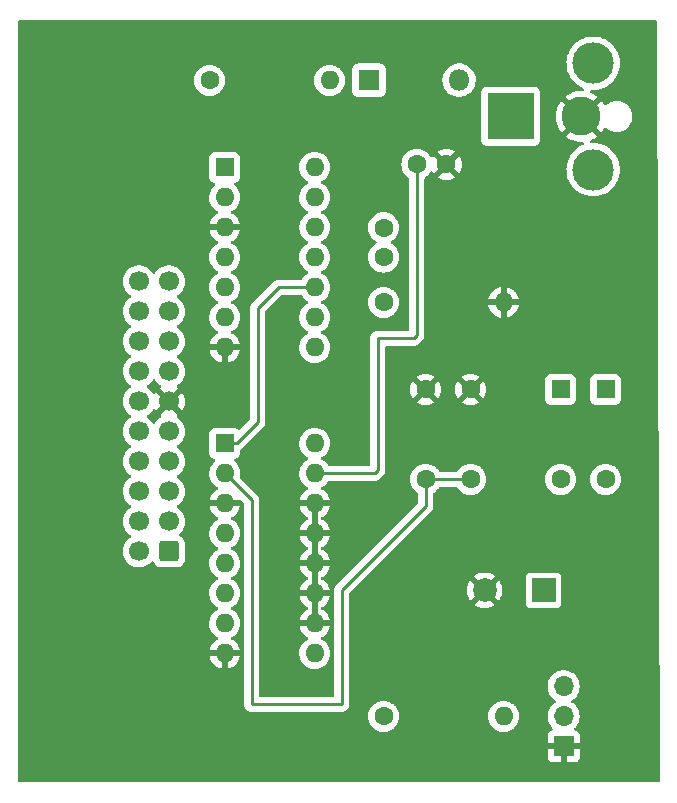
<source format=gbr>
%TF.GenerationSoftware,KiCad,Pcbnew,(6.0.4-0)*%
%TF.CreationDate,2023-05-27T11:23:47-07:00*%
%TF.ProjectId,BeebLED,42656562-4c45-4442-9e6b-696361645f70,rev?*%
%TF.SameCoordinates,Original*%
%TF.FileFunction,Copper,L2,Bot*%
%TF.FilePolarity,Positive*%
%FSLAX46Y46*%
G04 Gerber Fmt 4.6, Leading zero omitted, Abs format (unit mm)*
G04 Created by KiCad (PCBNEW (6.0.4-0)) date 2023-05-27 11:23:47*
%MOMM*%
%LPD*%
G01*
G04 APERTURE LIST*
G04 Aperture macros list*
%AMRoundRect*
0 Rectangle with rounded corners*
0 $1 Rounding radius*
0 $2 $3 $4 $5 $6 $7 $8 $9 X,Y pos of 4 corners*
0 Add a 4 corners polygon primitive as box body*
4,1,4,$2,$3,$4,$5,$6,$7,$8,$9,$2,$3,0*
0 Add four circle primitives for the rounded corners*
1,1,$1+$1,$2,$3*
1,1,$1+$1,$4,$5*
1,1,$1+$1,$6,$7*
1,1,$1+$1,$8,$9*
0 Add four rect primitives between the rounded corners*
20,1,$1+$1,$2,$3,$4,$5,0*
20,1,$1+$1,$4,$5,$6,$7,0*
20,1,$1+$1,$6,$7,$8,$9,0*
20,1,$1+$1,$8,$9,$2,$3,0*%
G04 Aperture macros list end*
%TA.AperFunction,ComponentPad*%
%ADD10C,1.600000*%
%TD*%
%TA.AperFunction,ComponentPad*%
%ADD11O,1.600000X1.600000*%
%TD*%
%TA.AperFunction,ComponentPad*%
%ADD12R,1.600000X1.600000*%
%TD*%
%TA.AperFunction,ComponentPad*%
%ADD13C,3.500000*%
%TD*%
%TA.AperFunction,ComponentPad*%
%ADD14R,4.000000X4.000000*%
%TD*%
%TA.AperFunction,ComponentPad*%
%ADD15C,3.300000*%
%TD*%
%TA.AperFunction,ComponentPad*%
%ADD16R,1.800000X1.800000*%
%TD*%
%TA.AperFunction,ComponentPad*%
%ADD17O,1.800000X1.800000*%
%TD*%
%TA.AperFunction,ComponentPad*%
%ADD18R,2.000000X2.000000*%
%TD*%
%TA.AperFunction,ComponentPad*%
%ADD19C,2.000000*%
%TD*%
%TA.AperFunction,ComponentPad*%
%ADD20R,1.700000X1.700000*%
%TD*%
%TA.AperFunction,ComponentPad*%
%ADD21O,1.700000X1.700000*%
%TD*%
%TA.AperFunction,ComponentPad*%
%ADD22RoundRect,0.250000X0.600000X0.600000X-0.600000X0.600000X-0.600000X-0.600000X0.600000X-0.600000X0*%
%TD*%
%TA.AperFunction,ComponentPad*%
%ADD23C,1.700000*%
%TD*%
%TA.AperFunction,Conductor*%
%ADD24C,0.250000*%
%TD*%
G04 APERTURE END LIST*
D10*
%TO.P,C1,1*%
%TO.N,Net-(C1-Pad1)*%
X112776000Y-56622000D03*
%TO.P,C1,2*%
%TO.N,Net-(C1-Pad2)*%
X112776000Y-54122000D03*
%TD*%
%TO.P,R3,1*%
%TO.N,Net-(R3-Pad1)*%
X112776000Y-95504000D03*
D11*
%TO.P,R3,2*%
%TO.N,Net-(J3-Pad2)*%
X122936000Y-95504000D03*
%TD*%
D12*
%TO.P,U2,1,~{PL}*%
%TO.N,Net-(U1-Pad10)*%
X99324000Y-72380000D03*
D11*
%TO.P,U2,2,CP*%
%TO.N,Net-(U2-Pad2)*%
X99324000Y-74920000D03*
%TO.P,U2,3,D4*%
%TO.N,GND*%
X99324000Y-77460000D03*
%TO.P,U2,4,D5*%
%TO.N,Net-(U1-Pad8)*%
X99324000Y-80000000D03*
%TO.P,U2,5,D6*%
X99324000Y-82540000D03*
%TO.P,U2,6,D7*%
%TO.N,+5V*%
X99324000Y-85080000D03*
%TO.P,U2,7,~{Q7}*%
%TO.N,unconnected-(U2-Pad7)*%
X99324000Y-87620000D03*
%TO.P,U2,8,GND*%
%TO.N,GND*%
X99324000Y-90160000D03*
%TO.P,U2,9,Q7*%
%TO.N,Net-(R3-Pad1)*%
X106944000Y-90160000D03*
%TO.P,U2,10,DS*%
%TO.N,GND*%
X106944000Y-87620000D03*
%TO.P,U2,11,D0*%
X106944000Y-85080000D03*
%TO.P,U2,12,D1*%
X106944000Y-82540000D03*
%TO.P,U2,13,D2*%
X106944000Y-80000000D03*
%TO.P,U2,14,D3*%
X106944000Y-77460000D03*
%TO.P,U2,15,~{CE}*%
%TO.N,Net-(C2-Pad1)*%
X106944000Y-74920000D03*
%TO.P,U2,16,VCC*%
%TO.N,+5V*%
X106944000Y-72380000D03*
%TD*%
D13*
%TO.P,J2,*%
%TO.N,*%
X130524000Y-49204000D03*
X130524000Y-40204000D03*
D14*
%TO.P,J2,1*%
%TO.N,+5V*%
X123524000Y-44704000D03*
D15*
%TO.P,J2,2*%
%TO.N,GND*%
X129524000Y-44704000D03*
%TD*%
D12*
%TO.P,X1,1,EN*%
%TO.N,unconnected-(X1-Pad1)*%
X131572000Y-67818000D03*
D10*
%TO.P,X1,7,GND*%
%TO.N,GND*%
X116332000Y-67818000D03*
%TO.P,X1,8,OUT*%
%TO.N,Net-(U2-Pad2)*%
X116332000Y-75438000D03*
%TO.P,X1,14,Vcc*%
%TO.N,+5V*%
X131572000Y-75438000D03*
%TD*%
D16*
%TO.P,D1,1,A*%
%TO.N,Net-(D1-Pad1)*%
X111542039Y-41628395D03*
D17*
%TO.P,D1,2,K*%
%TO.N,Net-(C2-Pad1)*%
X119162039Y-41628395D03*
%TD*%
D18*
%TO.P,C3,1*%
%TO.N,+5V*%
X126319677Y-84836000D03*
D19*
%TO.P,C3,2*%
%TO.N,GND*%
X121319677Y-84836000D03*
%TD*%
D20*
%TO.P,J3,1,Pin_1*%
%TO.N,GND*%
X128016000Y-98029000D03*
D21*
%TO.P,J3,2,Pin_2*%
%TO.N,Net-(J3-Pad2)*%
X128016000Y-95489000D03*
%TO.P,J3,3,Pin_3*%
%TO.N,+5V*%
X128016000Y-92949000D03*
%TD*%
D22*
%TO.P,J1,1,Pin_1*%
%TO.N,unconnected-(J1-Pad1)*%
X94597500Y-81534000D03*
D23*
%TO.P,J1,2,Pin_2*%
%TO.N,Net-(D1-Pad1)*%
X92057500Y-81534000D03*
%TO.P,J1,3,Pin_3*%
%TO.N,unconnected-(J1-Pad3)*%
X94597500Y-78994000D03*
%TO.P,J1,4,Pin_4*%
%TO.N,Net-(J1-Pad4)*%
X92057500Y-78994000D03*
%TO.P,J1,5,Pin_5*%
%TO.N,unconnected-(J1-Pad5)*%
X94597500Y-76454000D03*
%TO.P,J1,6,Pin_6*%
%TO.N,unconnected-(J1-Pad6)*%
X92057500Y-76454000D03*
%TO.P,J1,7,Pin_7*%
%TO.N,unconnected-(J1-Pad7)*%
X94597500Y-73914000D03*
%TO.P,J1,8,Pin_8*%
%TO.N,unconnected-(J1-Pad8)*%
X92057500Y-73914000D03*
%TO.P,J1,9,Pin_9*%
%TO.N,unconnected-(J1-Pad9)*%
X94597500Y-71374000D03*
%TO.P,J1,10,Pin_10*%
%TO.N,unconnected-(J1-Pad10)*%
X92057500Y-71374000D03*
%TO.P,J1,11,Pin_11*%
%TO.N,GND*%
X94597500Y-68834000D03*
%TO.P,J1,12,Pin_12*%
%TO.N,unconnected-(J1-Pad12)*%
X92057500Y-68834000D03*
%TO.P,J1,13,Pin_13*%
%TO.N,unconnected-(J1-Pad13)*%
X94597500Y-66294000D03*
%TO.P,J1,14,Pin_14*%
%TO.N,unconnected-(J1-Pad14)*%
X92057500Y-66294000D03*
%TO.P,J1,15,Pin_15*%
%TO.N,unconnected-(J1-Pad15)*%
X94597500Y-63754000D03*
%TO.P,J1,16,Pin_16*%
%TO.N,unconnected-(J1-Pad16)*%
X92057500Y-63754000D03*
%TO.P,J1,17,Pin_17*%
%TO.N,unconnected-(J1-Pad17)*%
X94597500Y-61214000D03*
%TO.P,J1,18,Pin_18*%
%TO.N,unconnected-(J1-Pad18)*%
X92057500Y-61214000D03*
%TO.P,J1,19,Pin_19*%
%TO.N,unconnected-(J1-Pad19)*%
X94597500Y-58674000D03*
%TO.P,J1,20,Pin_20*%
%TO.N,unconnected-(J1-Pad20)*%
X92057500Y-58674000D03*
%TD*%
D12*
%TO.P,X2,1,EN*%
%TO.N,unconnected-(X2-Pad1)*%
X127762000Y-67818000D03*
D10*
%TO.P,X2,4,GND*%
%TO.N,GND*%
X120142000Y-67818000D03*
%TO.P,X2,5,OUT*%
%TO.N,Net-(U2-Pad2)*%
X120142000Y-75438000D03*
%TO.P,X2,8,Vcc*%
%TO.N,+5V*%
X127762000Y-75438000D03*
%TD*%
D12*
%TO.P,U1,1*%
%TO.N,Net-(D1-Pad1)*%
X99324000Y-49012000D03*
D11*
%TO.P,U1,2*%
%TO.N,Net-(U1-Pad13)*%
X99324000Y-51552000D03*
%TO.P,U1,3*%
%TO.N,GND*%
X99324000Y-54092000D03*
%TO.P,U1,4*%
%TO.N,unconnected-(U1-Pad4)*%
X99324000Y-56632000D03*
%TO.P,U1,5*%
%TO.N,Net-(J1-Pad4)*%
X99324000Y-59172000D03*
%TO.P,U1,6*%
%TO.N,Net-(U1-Pad6)*%
X99324000Y-61712000D03*
%TO.P,U1,7,GND*%
%TO.N,GND*%
X99324000Y-64252000D03*
%TO.P,U1,8*%
%TO.N,Net-(U1-Pad8)*%
X106944000Y-64252000D03*
%TO.P,U1,9*%
%TO.N,Net-(U1-Pad6)*%
X106944000Y-61712000D03*
%TO.P,U1,10*%
%TO.N,Net-(U1-Pad10)*%
X106944000Y-59172000D03*
%TO.P,U1,11*%
%TO.N,Net-(C1-Pad1)*%
X106944000Y-56632000D03*
%TO.P,U1,12*%
%TO.N,Net-(C1-Pad2)*%
X106944000Y-54092000D03*
%TO.P,U1,13*%
%TO.N,Net-(U1-Pad13)*%
X106944000Y-51552000D03*
%TO.P,U1,14,VCC*%
%TO.N,+5V*%
X106944000Y-49012000D03*
%TD*%
D10*
%TO.P,R1,1*%
%TO.N,Net-(C1-Pad1)*%
X112776000Y-60452000D03*
D11*
%TO.P,R1,2*%
%TO.N,GND*%
X122936000Y-60452000D03*
%TD*%
D10*
%TO.P,C2,1*%
%TO.N,Net-(C2-Pad1)*%
X115590000Y-48768000D03*
%TO.P,C2,2*%
%TO.N,GND*%
X118090000Y-48768000D03*
%TD*%
%TO.P,R2,1*%
%TO.N,Net-(D1-Pad1)*%
X98044000Y-41656000D03*
D11*
%TO.P,R2,2*%
%TO.N,Net-(C2-Pad1)*%
X108204000Y-41656000D03*
%TD*%
D24*
%TO.N,Net-(C2-Pad1)*%
X115590000Y-63226000D02*
X115590000Y-48768000D01*
X106944000Y-74920000D02*
X112024000Y-74920000D01*
X112268000Y-74676000D02*
X112268000Y-63500000D01*
X112024000Y-74920000D02*
X112268000Y-74676000D01*
X112268000Y-63500000D02*
X115316000Y-63500000D01*
X115316000Y-63500000D02*
X115590000Y-63226000D01*
%TO.N,Net-(U1-Pad10)*%
X103896000Y-59172000D02*
X102108000Y-60960000D01*
X102108000Y-70612000D02*
X100340000Y-72380000D01*
X106944000Y-59172000D02*
X103896000Y-59172000D01*
X100340000Y-72380000D02*
X99324000Y-72380000D01*
X102108000Y-60960000D02*
X102108000Y-70612000D01*
%TO.N,Net-(U2-Pad2)*%
X101600000Y-94488000D02*
X101600000Y-77196000D01*
X109220000Y-94488000D02*
X101600000Y-94488000D01*
X101600000Y-77196000D02*
X99324000Y-74920000D01*
X120142000Y-75438000D02*
X116332000Y-75438000D01*
X116332000Y-75438000D02*
X116332000Y-77724000D01*
X116332000Y-77724000D02*
X109220000Y-84836000D01*
X109220000Y-84836000D02*
X109220000Y-94488000D01*
%TD*%
%TA.AperFunction,Conductor*%
%TO.N,GND*%
G36*
X135883906Y-36596502D02*
G01*
X135930399Y-36650158D01*
X135941784Y-36702104D01*
X136086554Y-82799865D01*
X136138646Y-99387000D01*
X136143499Y-100932393D01*
X136143500Y-100932789D01*
X136143500Y-100965500D01*
X136123498Y-101033621D01*
X136069842Y-101080114D01*
X136017500Y-101091500D01*
X81914000Y-101091500D01*
X81845879Y-101071498D01*
X81799386Y-101017842D01*
X81788000Y-100965500D01*
X81788000Y-98923669D01*
X126658001Y-98923669D01*
X126658371Y-98930490D01*
X126663895Y-98981352D01*
X126667521Y-98996604D01*
X126712676Y-99117054D01*
X126721214Y-99132649D01*
X126797715Y-99234724D01*
X126810276Y-99247285D01*
X126912351Y-99323786D01*
X126927946Y-99332324D01*
X127048394Y-99377478D01*
X127063649Y-99381105D01*
X127114514Y-99386631D01*
X127121328Y-99387000D01*
X127743885Y-99387000D01*
X127759124Y-99382525D01*
X127760329Y-99381135D01*
X127762000Y-99373452D01*
X127762000Y-99368884D01*
X128270000Y-99368884D01*
X128274475Y-99384123D01*
X128275865Y-99385328D01*
X128283548Y-99386999D01*
X128910669Y-99386999D01*
X128917490Y-99386629D01*
X128968352Y-99381105D01*
X128983604Y-99377479D01*
X129104054Y-99332324D01*
X129119649Y-99323786D01*
X129221724Y-99247285D01*
X129234285Y-99234724D01*
X129310786Y-99132649D01*
X129319324Y-99117054D01*
X129364478Y-98996606D01*
X129368105Y-98981351D01*
X129373631Y-98930486D01*
X129374000Y-98923672D01*
X129374000Y-98301115D01*
X129369525Y-98285876D01*
X129368135Y-98284671D01*
X129360452Y-98283000D01*
X128288115Y-98283000D01*
X128272876Y-98287475D01*
X128271671Y-98288865D01*
X128270000Y-98296548D01*
X128270000Y-99368884D01*
X127762000Y-99368884D01*
X127762000Y-98301115D01*
X127757525Y-98285876D01*
X127756135Y-98284671D01*
X127748452Y-98283000D01*
X126676116Y-98283000D01*
X126660877Y-98287475D01*
X126659672Y-98288865D01*
X126658001Y-98296548D01*
X126658001Y-98923669D01*
X81788000Y-98923669D01*
X81788000Y-95504000D01*
X111462502Y-95504000D01*
X111482457Y-95732087D01*
X111483881Y-95737400D01*
X111483881Y-95737402D01*
X111525198Y-95891596D01*
X111541716Y-95953243D01*
X111544039Y-95958224D01*
X111544039Y-95958225D01*
X111636151Y-96155762D01*
X111636154Y-96155767D01*
X111638477Y-96160749D01*
X111769802Y-96348300D01*
X111931700Y-96510198D01*
X111936208Y-96513355D01*
X111936211Y-96513357D01*
X111959209Y-96529460D01*
X112119251Y-96641523D01*
X112124233Y-96643846D01*
X112124238Y-96643849D01*
X112283982Y-96718338D01*
X112326757Y-96738284D01*
X112332065Y-96739706D01*
X112332067Y-96739707D01*
X112542598Y-96796119D01*
X112542600Y-96796119D01*
X112547913Y-96797543D01*
X112776000Y-96817498D01*
X113004087Y-96797543D01*
X113009400Y-96796119D01*
X113009402Y-96796119D01*
X113219933Y-96739707D01*
X113219935Y-96739706D01*
X113225243Y-96738284D01*
X113268018Y-96718338D01*
X113427762Y-96643849D01*
X113427767Y-96643846D01*
X113432749Y-96641523D01*
X113592791Y-96529460D01*
X113615789Y-96513357D01*
X113615792Y-96513355D01*
X113620300Y-96510198D01*
X113782198Y-96348300D01*
X113913523Y-96160749D01*
X113915846Y-96155767D01*
X113915849Y-96155762D01*
X114007961Y-95958225D01*
X114007961Y-95958224D01*
X114010284Y-95953243D01*
X114026803Y-95891596D01*
X114068119Y-95737402D01*
X114068119Y-95737400D01*
X114069543Y-95732087D01*
X114089498Y-95504000D01*
X121622502Y-95504000D01*
X121642457Y-95732087D01*
X121643881Y-95737400D01*
X121643881Y-95737402D01*
X121685198Y-95891596D01*
X121701716Y-95953243D01*
X121704039Y-95958224D01*
X121704039Y-95958225D01*
X121796151Y-96155762D01*
X121796154Y-96155767D01*
X121798477Y-96160749D01*
X121929802Y-96348300D01*
X122091700Y-96510198D01*
X122096208Y-96513355D01*
X122096211Y-96513357D01*
X122119209Y-96529460D01*
X122279251Y-96641523D01*
X122284233Y-96643846D01*
X122284238Y-96643849D01*
X122443982Y-96718338D01*
X122486757Y-96738284D01*
X122492065Y-96739706D01*
X122492067Y-96739707D01*
X122702598Y-96796119D01*
X122702600Y-96796119D01*
X122707913Y-96797543D01*
X122936000Y-96817498D01*
X123164087Y-96797543D01*
X123169400Y-96796119D01*
X123169402Y-96796119D01*
X123379933Y-96739707D01*
X123379935Y-96739706D01*
X123385243Y-96738284D01*
X123428018Y-96718338D01*
X123587762Y-96643849D01*
X123587767Y-96643846D01*
X123592749Y-96641523D01*
X123752791Y-96529460D01*
X123775789Y-96513357D01*
X123775792Y-96513355D01*
X123780300Y-96510198D01*
X123942198Y-96348300D01*
X124073523Y-96160749D01*
X124075846Y-96155767D01*
X124075849Y-96155762D01*
X124167961Y-95958225D01*
X124167961Y-95958224D01*
X124170284Y-95953243D01*
X124186803Y-95891596D01*
X124228119Y-95737402D01*
X124228119Y-95737400D01*
X124229543Y-95732087D01*
X124249498Y-95504000D01*
X124245272Y-95455695D01*
X126653251Y-95455695D01*
X126653548Y-95460848D01*
X126653548Y-95460851D01*
X126659011Y-95555590D01*
X126666110Y-95678715D01*
X126667247Y-95683761D01*
X126667248Y-95683767D01*
X126676903Y-95726607D01*
X126715222Y-95896639D01*
X126799266Y-96103616D01*
X126915987Y-96294088D01*
X127062250Y-96462938D01*
X127066225Y-96466238D01*
X127066231Y-96466244D01*
X127071425Y-96470556D01*
X127111059Y-96529460D01*
X127112555Y-96600441D01*
X127075439Y-96660962D01*
X127035168Y-96685480D01*
X126927946Y-96725676D01*
X126912351Y-96734214D01*
X126810276Y-96810715D01*
X126797715Y-96823276D01*
X126721214Y-96925351D01*
X126712676Y-96940946D01*
X126667522Y-97061394D01*
X126663895Y-97076649D01*
X126658369Y-97127514D01*
X126658000Y-97134328D01*
X126658000Y-97756885D01*
X126662475Y-97772124D01*
X126663865Y-97773329D01*
X126671548Y-97775000D01*
X129355884Y-97775000D01*
X129371123Y-97770525D01*
X129372328Y-97769135D01*
X129373999Y-97761452D01*
X129373999Y-97134331D01*
X129373629Y-97127510D01*
X129368105Y-97076648D01*
X129364479Y-97061396D01*
X129319324Y-96940946D01*
X129310786Y-96925351D01*
X129234285Y-96823276D01*
X129221724Y-96810715D01*
X129119649Y-96734214D01*
X129104054Y-96725676D01*
X128993813Y-96684348D01*
X128937049Y-96641706D01*
X128912349Y-96575145D01*
X128927557Y-96505796D01*
X128949104Y-96477115D01*
X129050430Y-96376144D01*
X129050440Y-96376132D01*
X129054096Y-96372489D01*
X129071478Y-96348300D01*
X129181435Y-96195277D01*
X129184453Y-96191077D01*
X129283430Y-95990811D01*
X129348370Y-95777069D01*
X129377529Y-95555590D01*
X129379156Y-95489000D01*
X129360852Y-95266361D01*
X129306431Y-95049702D01*
X129217354Y-94844840D01*
X129127833Y-94706461D01*
X129098822Y-94661617D01*
X129098820Y-94661614D01*
X129096014Y-94657277D01*
X128945670Y-94492051D01*
X128941619Y-94488852D01*
X128941615Y-94488848D01*
X128774414Y-94356800D01*
X128774410Y-94356798D01*
X128770359Y-94353598D01*
X128729053Y-94330796D01*
X128679084Y-94280364D01*
X128664312Y-94210921D01*
X128689428Y-94144516D01*
X128716780Y-94117909D01*
X128760603Y-94086650D01*
X128895860Y-93990173D01*
X129054096Y-93832489D01*
X129113594Y-93749689D01*
X129181435Y-93655277D01*
X129184453Y-93651077D01*
X129283430Y-93450811D01*
X129348370Y-93237069D01*
X129377529Y-93015590D01*
X129379156Y-92949000D01*
X129360852Y-92726361D01*
X129306431Y-92509702D01*
X129217354Y-92304840D01*
X129096014Y-92117277D01*
X128945670Y-91952051D01*
X128941619Y-91948852D01*
X128941615Y-91948848D01*
X128774414Y-91816800D01*
X128774410Y-91816798D01*
X128770359Y-91813598D01*
X128574789Y-91705638D01*
X128569920Y-91703914D01*
X128569916Y-91703912D01*
X128369087Y-91632795D01*
X128369083Y-91632794D01*
X128364212Y-91631069D01*
X128359119Y-91630162D01*
X128359116Y-91630161D01*
X128149373Y-91592800D01*
X128149367Y-91592799D01*
X128144284Y-91591894D01*
X128070452Y-91590992D01*
X127926081Y-91589228D01*
X127926079Y-91589228D01*
X127920911Y-91589165D01*
X127700091Y-91622955D01*
X127487756Y-91692357D01*
X127289607Y-91795507D01*
X127285474Y-91798610D01*
X127285471Y-91798612D01*
X127261247Y-91816800D01*
X127110965Y-91929635D01*
X126956629Y-92091138D01*
X126830743Y-92275680D01*
X126736688Y-92478305D01*
X126676989Y-92693570D01*
X126653251Y-92915695D01*
X126653548Y-92920848D01*
X126653548Y-92920851D01*
X126659011Y-93015590D01*
X126666110Y-93138715D01*
X126667247Y-93143761D01*
X126667248Y-93143767D01*
X126687119Y-93231939D01*
X126715222Y-93356639D01*
X126799266Y-93563616D01*
X126801965Y-93568020D01*
X126900307Y-93728500D01*
X126915987Y-93754088D01*
X127062250Y-93922938D01*
X127234126Y-94065632D01*
X127304595Y-94106811D01*
X127307445Y-94108476D01*
X127356169Y-94160114D01*
X127369240Y-94229897D01*
X127342509Y-94295669D01*
X127302055Y-94329027D01*
X127289607Y-94335507D01*
X127285474Y-94338610D01*
X127285471Y-94338612D01*
X127118286Y-94464138D01*
X127110965Y-94469635D01*
X127070612Y-94511862D01*
X126964952Y-94622429D01*
X126956629Y-94631138D01*
X126953715Y-94635410D01*
X126953714Y-94635411D01*
X126951310Y-94638935D01*
X126830743Y-94815680D01*
X126797022Y-94888327D01*
X126741214Y-95008555D01*
X126736688Y-95018305D01*
X126676989Y-95233570D01*
X126653251Y-95455695D01*
X124245272Y-95455695D01*
X124229543Y-95275913D01*
X124216862Y-95228588D01*
X124171707Y-95060067D01*
X124171706Y-95060065D01*
X124170284Y-95054757D01*
X124151097Y-95013610D01*
X124075849Y-94852238D01*
X124075846Y-94852233D01*
X124073523Y-94847251D01*
X123980976Y-94715081D01*
X123945357Y-94664211D01*
X123945355Y-94664208D01*
X123942198Y-94659700D01*
X123780300Y-94497802D01*
X123775792Y-94494645D01*
X123775789Y-94494643D01*
X123680780Y-94428117D01*
X123592749Y-94366477D01*
X123587767Y-94364154D01*
X123587762Y-94364151D01*
X123390225Y-94272039D01*
X123390224Y-94272039D01*
X123385243Y-94269716D01*
X123379935Y-94268294D01*
X123379933Y-94268293D01*
X123169402Y-94211881D01*
X123169400Y-94211881D01*
X123164087Y-94210457D01*
X122936000Y-94190502D01*
X122707913Y-94210457D01*
X122702600Y-94211881D01*
X122702598Y-94211881D01*
X122492067Y-94268293D01*
X122492065Y-94268294D01*
X122486757Y-94269716D01*
X122481776Y-94272039D01*
X122481775Y-94272039D01*
X122284238Y-94364151D01*
X122284233Y-94364154D01*
X122279251Y-94366477D01*
X122191220Y-94428117D01*
X122096211Y-94494643D01*
X122096208Y-94494645D01*
X122091700Y-94497802D01*
X121929802Y-94659700D01*
X121926645Y-94664208D01*
X121926643Y-94664211D01*
X121891024Y-94715081D01*
X121798477Y-94847251D01*
X121796154Y-94852233D01*
X121796151Y-94852238D01*
X121720903Y-95013610D01*
X121701716Y-95054757D01*
X121700294Y-95060065D01*
X121700293Y-95060067D01*
X121655138Y-95228588D01*
X121642457Y-95275913D01*
X121622502Y-95504000D01*
X114089498Y-95504000D01*
X114069543Y-95275913D01*
X114056862Y-95228588D01*
X114011707Y-95060067D01*
X114011706Y-95060065D01*
X114010284Y-95054757D01*
X113991097Y-95013610D01*
X113915849Y-94852238D01*
X113915846Y-94852233D01*
X113913523Y-94847251D01*
X113820976Y-94715081D01*
X113785357Y-94664211D01*
X113785355Y-94664208D01*
X113782198Y-94659700D01*
X113620300Y-94497802D01*
X113615792Y-94494645D01*
X113615789Y-94494643D01*
X113520780Y-94428117D01*
X113432749Y-94366477D01*
X113427767Y-94364154D01*
X113427762Y-94364151D01*
X113230225Y-94272039D01*
X113230224Y-94272039D01*
X113225243Y-94269716D01*
X113219935Y-94268294D01*
X113219933Y-94268293D01*
X113009402Y-94211881D01*
X113009400Y-94211881D01*
X113004087Y-94210457D01*
X112776000Y-94190502D01*
X112547913Y-94210457D01*
X112542600Y-94211881D01*
X112542598Y-94211881D01*
X112332067Y-94268293D01*
X112332065Y-94268294D01*
X112326757Y-94269716D01*
X112321776Y-94272039D01*
X112321775Y-94272039D01*
X112124238Y-94364151D01*
X112124233Y-94364154D01*
X112119251Y-94366477D01*
X112031220Y-94428117D01*
X111936211Y-94494643D01*
X111936208Y-94494645D01*
X111931700Y-94497802D01*
X111769802Y-94659700D01*
X111766645Y-94664208D01*
X111766643Y-94664211D01*
X111731024Y-94715081D01*
X111638477Y-94847251D01*
X111636154Y-94852233D01*
X111636151Y-94852238D01*
X111560903Y-95013610D01*
X111541716Y-95054757D01*
X111540294Y-95060065D01*
X111540293Y-95060067D01*
X111495138Y-95228588D01*
X111482457Y-95275913D01*
X111462502Y-95504000D01*
X81788000Y-95504000D01*
X81788000Y-90426522D01*
X98041273Y-90426522D01*
X98088764Y-90603761D01*
X98092510Y-90614053D01*
X98184586Y-90811511D01*
X98190069Y-90821007D01*
X98315028Y-90999467D01*
X98322084Y-91007875D01*
X98476125Y-91161916D01*
X98484533Y-91168972D01*
X98662993Y-91293931D01*
X98672489Y-91299414D01*
X98869947Y-91391490D01*
X98880239Y-91395236D01*
X99052503Y-91441394D01*
X99066599Y-91441058D01*
X99070000Y-91433116D01*
X99070000Y-91427967D01*
X99578000Y-91427967D01*
X99581973Y-91441498D01*
X99590522Y-91442727D01*
X99767761Y-91395236D01*
X99778053Y-91391490D01*
X99975511Y-91299414D01*
X99985007Y-91293931D01*
X100163467Y-91168972D01*
X100171875Y-91161916D01*
X100325916Y-91007875D01*
X100332972Y-90999467D01*
X100457931Y-90821007D01*
X100463414Y-90811511D01*
X100555490Y-90614053D01*
X100559236Y-90603761D01*
X100605394Y-90431497D01*
X100605058Y-90417401D01*
X100597116Y-90414000D01*
X99596115Y-90414000D01*
X99580876Y-90418475D01*
X99579671Y-90419865D01*
X99578000Y-90427548D01*
X99578000Y-91427967D01*
X99070000Y-91427967D01*
X99070000Y-90432115D01*
X99065525Y-90416876D01*
X99064135Y-90415671D01*
X99056452Y-90414000D01*
X98056033Y-90414000D01*
X98042502Y-90417973D01*
X98041273Y-90426522D01*
X81788000Y-90426522D01*
X81788000Y-87620000D01*
X98010502Y-87620000D01*
X98030457Y-87848087D01*
X98089716Y-88069243D01*
X98092039Y-88074224D01*
X98092039Y-88074225D01*
X98184151Y-88271762D01*
X98184154Y-88271767D01*
X98186477Y-88276749D01*
X98317802Y-88464300D01*
X98479700Y-88626198D01*
X98484208Y-88629355D01*
X98484211Y-88629357D01*
X98562389Y-88684098D01*
X98667251Y-88757523D01*
X98672233Y-88759846D01*
X98672238Y-88759849D01*
X98707049Y-88776081D01*
X98760334Y-88822998D01*
X98779795Y-88891275D01*
X98759253Y-88959235D01*
X98707049Y-89004471D01*
X98672489Y-89020586D01*
X98662993Y-89026069D01*
X98484533Y-89151028D01*
X98476125Y-89158084D01*
X98322084Y-89312125D01*
X98315028Y-89320533D01*
X98190069Y-89498993D01*
X98184586Y-89508489D01*
X98092510Y-89705947D01*
X98088764Y-89716239D01*
X98042606Y-89888503D01*
X98042942Y-89902599D01*
X98050884Y-89906000D01*
X100591967Y-89906000D01*
X100605498Y-89902027D01*
X100606727Y-89893478D01*
X100559236Y-89716239D01*
X100555490Y-89705947D01*
X100463414Y-89508489D01*
X100457931Y-89498993D01*
X100332972Y-89320533D01*
X100325916Y-89312125D01*
X100171875Y-89158084D01*
X100163467Y-89151028D01*
X99985007Y-89026069D01*
X99975511Y-89020586D01*
X99940951Y-89004471D01*
X99887666Y-88957554D01*
X99868205Y-88889277D01*
X99888747Y-88821317D01*
X99940951Y-88776081D01*
X99975762Y-88759849D01*
X99975767Y-88759846D01*
X99980749Y-88757523D01*
X100085611Y-88684098D01*
X100163789Y-88629357D01*
X100163792Y-88629355D01*
X100168300Y-88626198D01*
X100330198Y-88464300D01*
X100461523Y-88276749D01*
X100463846Y-88271767D01*
X100463849Y-88271762D01*
X100555961Y-88074225D01*
X100555961Y-88074224D01*
X100558284Y-88069243D01*
X100617543Y-87848087D01*
X100637498Y-87620000D01*
X100617543Y-87391913D01*
X100607244Y-87353478D01*
X100559707Y-87176067D01*
X100559706Y-87176065D01*
X100558284Y-87170757D01*
X100463966Y-86968489D01*
X100463849Y-86968238D01*
X100463846Y-86968233D01*
X100461523Y-86963251D01*
X100330198Y-86775700D01*
X100168300Y-86613802D01*
X100163792Y-86610645D01*
X100163789Y-86610643D01*
X100085611Y-86555902D01*
X99980749Y-86482477D01*
X99975767Y-86480154D01*
X99975762Y-86480151D01*
X99941543Y-86464195D01*
X99888258Y-86417278D01*
X99868797Y-86349001D01*
X99889339Y-86281041D01*
X99941543Y-86235805D01*
X99975762Y-86219849D01*
X99975767Y-86219846D01*
X99980749Y-86217523D01*
X100163026Y-86089891D01*
X100163789Y-86089357D01*
X100163792Y-86089355D01*
X100168300Y-86086198D01*
X100330198Y-85924300D01*
X100461523Y-85736749D01*
X100463846Y-85731767D01*
X100463849Y-85731762D01*
X100555961Y-85534225D01*
X100555961Y-85534224D01*
X100558284Y-85529243D01*
X100606970Y-85347548D01*
X100616119Y-85313402D01*
X100616119Y-85313400D01*
X100617543Y-85308087D01*
X100637498Y-85080000D01*
X100617543Y-84851913D01*
X100614074Y-84838965D01*
X100559707Y-84636067D01*
X100559706Y-84636065D01*
X100558284Y-84630757D01*
X100547960Y-84608616D01*
X100463849Y-84428238D01*
X100463846Y-84428233D01*
X100461523Y-84423251D01*
X100330198Y-84235700D01*
X100168300Y-84073802D01*
X100163792Y-84070645D01*
X100163789Y-84070643D01*
X100017332Y-83968093D01*
X99980749Y-83942477D01*
X99975767Y-83940154D01*
X99975762Y-83940151D01*
X99941543Y-83924195D01*
X99888258Y-83877278D01*
X99868797Y-83809001D01*
X99889339Y-83741041D01*
X99941543Y-83695805D01*
X99975762Y-83679849D01*
X99975767Y-83679846D01*
X99980749Y-83677523D01*
X100086707Y-83603330D01*
X100163789Y-83549357D01*
X100163792Y-83549355D01*
X100168300Y-83546198D01*
X100330198Y-83384300D01*
X100461523Y-83196749D01*
X100463846Y-83191767D01*
X100463849Y-83191762D01*
X100555961Y-82994225D01*
X100555961Y-82994224D01*
X100558284Y-82989243D01*
X100583386Y-82895564D01*
X100616119Y-82773402D01*
X100616119Y-82773400D01*
X100617543Y-82768087D01*
X100637498Y-82540000D01*
X100617543Y-82311913D01*
X100616119Y-82306598D01*
X100559707Y-82096067D01*
X100559706Y-82096065D01*
X100558284Y-82090757D01*
X100555961Y-82085775D01*
X100463849Y-81888238D01*
X100463846Y-81888233D01*
X100461523Y-81883251D01*
X100353352Y-81728767D01*
X100333357Y-81700211D01*
X100333355Y-81700208D01*
X100330198Y-81695700D01*
X100168300Y-81533802D01*
X100163792Y-81530645D01*
X100163789Y-81530643D01*
X100085611Y-81475902D01*
X99980749Y-81402477D01*
X99975767Y-81400154D01*
X99975762Y-81400151D01*
X99941543Y-81384195D01*
X99888258Y-81337278D01*
X99868797Y-81269001D01*
X99889339Y-81201041D01*
X99941543Y-81155805D01*
X99975762Y-81139849D01*
X99975767Y-81139846D01*
X99980749Y-81137523D01*
X100093448Y-81058610D01*
X100163789Y-81009357D01*
X100163792Y-81009355D01*
X100168300Y-81006198D01*
X100330198Y-80844300D01*
X100461523Y-80656749D01*
X100463846Y-80651767D01*
X100463849Y-80651762D01*
X100555961Y-80454225D01*
X100555961Y-80454224D01*
X100558284Y-80449243D01*
X100570997Y-80401800D01*
X100616119Y-80233402D01*
X100616119Y-80233400D01*
X100617543Y-80228087D01*
X100637498Y-80000000D01*
X100617543Y-79771913D01*
X100607244Y-79733478D01*
X100559707Y-79556067D01*
X100559706Y-79556065D01*
X100558284Y-79550757D01*
X100534827Y-79500453D01*
X100463849Y-79348238D01*
X100463846Y-79348233D01*
X100461523Y-79343251D01*
X100353352Y-79188767D01*
X100333357Y-79160211D01*
X100333355Y-79160208D01*
X100330198Y-79155700D01*
X100168300Y-78993802D01*
X100163792Y-78990645D01*
X100163789Y-78990643D01*
X100085611Y-78935902D01*
X99980749Y-78862477D01*
X99975767Y-78860154D01*
X99975762Y-78860151D01*
X99940951Y-78843919D01*
X99887666Y-78797002D01*
X99868205Y-78728725D01*
X99888747Y-78660765D01*
X99940951Y-78615529D01*
X99975511Y-78599414D01*
X99985007Y-78593931D01*
X100163467Y-78468972D01*
X100171875Y-78461916D01*
X100325916Y-78307875D01*
X100332972Y-78299467D01*
X100457931Y-78121007D01*
X100463414Y-78111511D01*
X100555490Y-77914053D01*
X100559236Y-77903761D01*
X100605394Y-77731497D01*
X100605058Y-77717401D01*
X100597116Y-77714000D01*
X98056033Y-77714000D01*
X98042502Y-77717973D01*
X98041273Y-77726522D01*
X98088764Y-77903761D01*
X98092510Y-77914053D01*
X98184586Y-78111511D01*
X98190069Y-78121007D01*
X98315028Y-78299467D01*
X98322084Y-78307875D01*
X98476125Y-78461916D01*
X98484533Y-78468972D01*
X98662993Y-78593931D01*
X98672489Y-78599414D01*
X98707049Y-78615529D01*
X98760334Y-78662446D01*
X98779795Y-78730723D01*
X98759253Y-78798683D01*
X98707049Y-78843919D01*
X98672238Y-78860151D01*
X98672233Y-78860154D01*
X98667251Y-78862477D01*
X98562389Y-78935902D01*
X98484211Y-78990643D01*
X98484208Y-78990645D01*
X98479700Y-78993802D01*
X98317802Y-79155700D01*
X98314645Y-79160208D01*
X98314643Y-79160211D01*
X98294648Y-79188767D01*
X98186477Y-79343251D01*
X98184154Y-79348233D01*
X98184151Y-79348238D01*
X98113173Y-79500453D01*
X98089716Y-79550757D01*
X98088294Y-79556065D01*
X98088293Y-79556067D01*
X98040756Y-79733478D01*
X98030457Y-79771913D01*
X98010502Y-80000000D01*
X98030457Y-80228087D01*
X98031881Y-80233400D01*
X98031881Y-80233402D01*
X98077004Y-80401800D01*
X98089716Y-80449243D01*
X98092039Y-80454224D01*
X98092039Y-80454225D01*
X98184151Y-80651762D01*
X98184154Y-80651767D01*
X98186477Y-80656749D01*
X98317802Y-80844300D01*
X98479700Y-81006198D01*
X98484208Y-81009355D01*
X98484211Y-81009357D01*
X98554552Y-81058610D01*
X98667251Y-81137523D01*
X98672233Y-81139846D01*
X98672238Y-81139849D01*
X98706457Y-81155805D01*
X98759742Y-81202722D01*
X98779203Y-81270999D01*
X98758661Y-81338959D01*
X98706457Y-81384195D01*
X98672238Y-81400151D01*
X98672233Y-81400154D01*
X98667251Y-81402477D01*
X98562389Y-81475902D01*
X98484211Y-81530643D01*
X98484208Y-81530645D01*
X98479700Y-81533802D01*
X98317802Y-81695700D01*
X98314645Y-81700208D01*
X98314643Y-81700211D01*
X98294648Y-81728767D01*
X98186477Y-81883251D01*
X98184154Y-81888233D01*
X98184151Y-81888238D01*
X98092039Y-82085775D01*
X98089716Y-82090757D01*
X98088294Y-82096065D01*
X98088293Y-82096067D01*
X98031881Y-82306598D01*
X98030457Y-82311913D01*
X98010502Y-82540000D01*
X98030457Y-82768087D01*
X98031881Y-82773400D01*
X98031881Y-82773402D01*
X98064615Y-82895564D01*
X98089716Y-82989243D01*
X98092039Y-82994224D01*
X98092039Y-82994225D01*
X98184151Y-83191762D01*
X98184154Y-83191767D01*
X98186477Y-83196749D01*
X98317802Y-83384300D01*
X98479700Y-83546198D01*
X98484208Y-83549355D01*
X98484211Y-83549357D01*
X98561293Y-83603330D01*
X98667251Y-83677523D01*
X98672233Y-83679846D01*
X98672238Y-83679849D01*
X98706457Y-83695805D01*
X98759742Y-83742722D01*
X98779203Y-83810999D01*
X98758661Y-83878959D01*
X98706457Y-83924195D01*
X98672238Y-83940151D01*
X98672233Y-83940154D01*
X98667251Y-83942477D01*
X98630668Y-83968093D01*
X98484211Y-84070643D01*
X98484208Y-84070645D01*
X98479700Y-84073802D01*
X98317802Y-84235700D01*
X98186477Y-84423251D01*
X98184154Y-84428233D01*
X98184151Y-84428238D01*
X98100040Y-84608616D01*
X98089716Y-84630757D01*
X98088294Y-84636065D01*
X98088293Y-84636067D01*
X98033926Y-84838965D01*
X98030457Y-84851913D01*
X98010502Y-85080000D01*
X98030457Y-85308087D01*
X98031881Y-85313400D01*
X98031881Y-85313402D01*
X98041031Y-85347548D01*
X98089716Y-85529243D01*
X98092039Y-85534224D01*
X98092039Y-85534225D01*
X98184151Y-85731762D01*
X98184154Y-85731767D01*
X98186477Y-85736749D01*
X98317802Y-85924300D01*
X98479700Y-86086198D01*
X98484208Y-86089355D01*
X98484211Y-86089357D01*
X98484974Y-86089891D01*
X98667251Y-86217523D01*
X98672233Y-86219846D01*
X98672238Y-86219849D01*
X98706457Y-86235805D01*
X98759742Y-86282722D01*
X98779203Y-86350999D01*
X98758661Y-86418959D01*
X98706457Y-86464195D01*
X98672238Y-86480151D01*
X98672233Y-86480154D01*
X98667251Y-86482477D01*
X98562389Y-86555902D01*
X98484211Y-86610643D01*
X98484208Y-86610645D01*
X98479700Y-86613802D01*
X98317802Y-86775700D01*
X98186477Y-86963251D01*
X98184154Y-86968233D01*
X98184151Y-86968238D01*
X98184034Y-86968489D01*
X98089716Y-87170757D01*
X98088294Y-87176065D01*
X98088293Y-87176067D01*
X98040756Y-87353478D01*
X98030457Y-87391913D01*
X98010502Y-87620000D01*
X81788000Y-87620000D01*
X81788000Y-81500695D01*
X90694751Y-81500695D01*
X90695048Y-81505848D01*
X90695048Y-81505851D01*
X90696907Y-81538084D01*
X90707610Y-81723715D01*
X90708747Y-81728761D01*
X90708748Y-81728767D01*
X90732804Y-81835508D01*
X90756722Y-81941639D01*
X90840766Y-82148616D01*
X90864654Y-82187598D01*
X90927508Y-82290166D01*
X90957487Y-82339088D01*
X91103750Y-82507938D01*
X91275626Y-82650632D01*
X91468500Y-82763338D01*
X91677192Y-82843030D01*
X91682260Y-82844061D01*
X91682263Y-82844062D01*
X91789517Y-82865883D01*
X91896097Y-82887567D01*
X91901272Y-82887757D01*
X91901274Y-82887757D01*
X92114173Y-82895564D01*
X92114177Y-82895564D01*
X92119337Y-82895753D01*
X92124457Y-82895097D01*
X92124459Y-82895097D01*
X92335788Y-82868025D01*
X92335789Y-82868025D01*
X92340916Y-82867368D01*
X92345866Y-82865883D01*
X92549929Y-82804661D01*
X92549934Y-82804659D01*
X92554884Y-82803174D01*
X92755494Y-82704896D01*
X92937360Y-82575173D01*
X93095596Y-82417489D01*
X93096171Y-82418066D01*
X93151891Y-82381562D01*
X93222885Y-82380939D01*
X93282946Y-82418796D01*
X93302551Y-82448691D01*
X93303633Y-82451000D01*
X93305950Y-82457946D01*
X93399022Y-82608348D01*
X93524197Y-82733305D01*
X93530427Y-82737145D01*
X93530428Y-82737146D01*
X93667590Y-82821694D01*
X93674762Y-82826115D01*
X93728871Y-82844062D01*
X93836111Y-82879632D01*
X93836113Y-82879632D01*
X93842639Y-82881797D01*
X93849475Y-82882497D01*
X93849478Y-82882498D01*
X93888872Y-82886534D01*
X93947100Y-82892500D01*
X95247900Y-82892500D01*
X95251146Y-82892163D01*
X95251150Y-82892163D01*
X95346808Y-82882238D01*
X95346812Y-82882237D01*
X95353666Y-82881526D01*
X95360202Y-82879345D01*
X95360204Y-82879345D01*
X95492306Y-82835272D01*
X95521446Y-82825550D01*
X95671848Y-82732478D01*
X95796805Y-82607303D01*
X95818857Y-82571529D01*
X95885775Y-82462968D01*
X95885776Y-82462966D01*
X95889615Y-82456738D01*
X95930097Y-82334689D01*
X95943132Y-82295389D01*
X95943132Y-82295387D01*
X95945297Y-82288861D01*
X95956000Y-82184400D01*
X95956000Y-80883600D01*
X95952327Y-80848197D01*
X95945738Y-80784692D01*
X95945737Y-80784688D01*
X95945026Y-80777834D01*
X95911098Y-80676138D01*
X95891368Y-80617002D01*
X95889050Y-80610054D01*
X95795978Y-80459652D01*
X95670803Y-80334695D01*
X95655666Y-80325364D01*
X95554726Y-80263144D01*
X95520238Y-80241885D01*
X95513285Y-80239579D01*
X95512404Y-80239168D01*
X95459118Y-80192252D01*
X95439656Y-80123975D01*
X95460196Y-80056015D01*
X95478029Y-80035844D01*
X95477360Y-80035173D01*
X95631935Y-79881137D01*
X95635596Y-79877489D01*
X95695094Y-79794689D01*
X95762935Y-79700277D01*
X95765953Y-79696077D01*
X95786820Y-79653857D01*
X95862636Y-79500453D01*
X95862637Y-79500451D01*
X95864930Y-79495811D01*
X95929870Y-79282069D01*
X95959029Y-79060590D01*
X95960656Y-78994000D01*
X95942352Y-78771361D01*
X95887931Y-78554702D01*
X95798854Y-78349840D01*
X95677514Y-78162277D01*
X95527170Y-77997051D01*
X95523119Y-77993852D01*
X95523115Y-77993848D01*
X95355914Y-77861800D01*
X95355910Y-77861798D01*
X95351859Y-77858598D01*
X95310553Y-77835796D01*
X95260584Y-77785364D01*
X95245812Y-77715921D01*
X95270928Y-77649516D01*
X95298280Y-77622909D01*
X95342103Y-77591650D01*
X95477360Y-77495173D01*
X95635596Y-77337489D01*
X95687008Y-77265942D01*
X95762935Y-77160277D01*
X95765953Y-77156077D01*
X95786820Y-77113857D01*
X95862636Y-76960453D01*
X95862637Y-76960451D01*
X95864930Y-76955811D01*
X95922810Y-76765306D01*
X95928365Y-76747023D01*
X95928365Y-76747021D01*
X95929870Y-76742069D01*
X95959029Y-76520590D01*
X95960656Y-76454000D01*
X95942352Y-76231361D01*
X95887931Y-76014702D01*
X95798854Y-75809840D01*
X95759406Y-75748862D01*
X95680322Y-75626617D01*
X95680320Y-75626614D01*
X95677514Y-75622277D01*
X95527170Y-75457051D01*
X95523119Y-75453852D01*
X95523115Y-75453848D01*
X95355914Y-75321800D01*
X95355910Y-75321798D01*
X95351859Y-75318598D01*
X95310553Y-75295796D01*
X95260584Y-75245364D01*
X95245812Y-75175921D01*
X95270928Y-75109516D01*
X95298280Y-75082909D01*
X95367456Y-75033566D01*
X95477360Y-74955173D01*
X95512657Y-74920000D01*
X98010502Y-74920000D01*
X98030457Y-75148087D01*
X98031881Y-75153400D01*
X98031881Y-75153402D01*
X98077004Y-75321800D01*
X98089716Y-75369243D01*
X98092039Y-75374224D01*
X98092039Y-75374225D01*
X98184151Y-75571762D01*
X98184154Y-75571767D01*
X98186477Y-75576749D01*
X98317802Y-75764300D01*
X98479700Y-75926198D01*
X98484208Y-75929355D01*
X98484211Y-75929357D01*
X98554552Y-75978610D01*
X98667251Y-76057523D01*
X98672233Y-76059846D01*
X98672238Y-76059849D01*
X98707049Y-76076081D01*
X98760334Y-76122998D01*
X98779795Y-76191275D01*
X98759253Y-76259235D01*
X98707049Y-76304471D01*
X98672489Y-76320586D01*
X98662993Y-76326069D01*
X98484533Y-76451028D01*
X98476125Y-76458084D01*
X98322084Y-76612125D01*
X98315028Y-76620533D01*
X98190069Y-76798993D01*
X98184586Y-76808489D01*
X98092510Y-77005947D01*
X98088764Y-77016239D01*
X98042606Y-77188503D01*
X98042942Y-77202599D01*
X98050884Y-77206000D01*
X100591965Y-77206000D01*
X100614643Y-77199341D01*
X100685639Y-77199341D01*
X100739236Y-77231141D01*
X100929596Y-77421501D01*
X100963621Y-77483813D01*
X100966500Y-77510596D01*
X100966500Y-94416207D01*
X100964268Y-94439816D01*
X100962725Y-94447906D01*
X100963223Y-94455817D01*
X100966251Y-94503951D01*
X100966500Y-94511862D01*
X100966500Y-94527856D01*
X100968506Y-94543730D01*
X100969248Y-94551590D01*
X100972775Y-94607650D01*
X100975225Y-94615191D01*
X100975321Y-94615487D01*
X100980494Y-94638631D01*
X100980532Y-94638935D01*
X100980533Y-94638940D01*
X100981526Y-94646797D01*
X100984442Y-94654162D01*
X100984443Y-94654166D01*
X101002199Y-94699011D01*
X101004871Y-94706430D01*
X101022236Y-94759875D01*
X101026486Y-94766571D01*
X101026486Y-94766572D01*
X101026650Y-94766831D01*
X101037415Y-94787958D01*
X101037529Y-94788246D01*
X101037532Y-94788251D01*
X101040448Y-94795617D01*
X101045104Y-94802025D01*
X101045107Y-94802031D01*
X101073458Y-94841052D01*
X101077901Y-94847589D01*
X101108000Y-94895018D01*
X101113778Y-94900444D01*
X101113779Y-94900445D01*
X101114007Y-94900659D01*
X101129688Y-94918446D01*
X101134528Y-94925107D01*
X101140637Y-94930161D01*
X101140638Y-94930162D01*
X101177796Y-94960903D01*
X101183730Y-94966134D01*
X101218898Y-94999158D01*
X101218901Y-94999160D01*
X101224679Y-95004586D01*
X101231903Y-95008558D01*
X101251506Y-95021881D01*
X101251746Y-95022080D01*
X101251753Y-95022084D01*
X101257856Y-95027133D01*
X101291348Y-95042893D01*
X101308676Y-95051047D01*
X101315708Y-95054629D01*
X101364940Y-95081695D01*
X101372615Y-95083665D01*
X101372621Y-95083668D01*
X101372919Y-95083744D01*
X101395228Y-95091776D01*
X101395503Y-95091906D01*
X101395511Y-95091909D01*
X101402682Y-95095283D01*
X101457849Y-95105806D01*
X101465558Y-95107529D01*
X101495531Y-95115225D01*
X101512293Y-95119529D01*
X101512294Y-95119529D01*
X101519970Y-95121500D01*
X101528207Y-95121500D01*
X101551816Y-95123732D01*
X101552119Y-95123790D01*
X101552123Y-95123790D01*
X101559906Y-95125275D01*
X101615951Y-95121749D01*
X101623862Y-95121500D01*
X109148207Y-95121500D01*
X109171816Y-95123732D01*
X109172119Y-95123790D01*
X109172123Y-95123790D01*
X109179906Y-95125275D01*
X109235951Y-95121749D01*
X109243862Y-95121500D01*
X109259856Y-95121500D01*
X109275730Y-95119494D01*
X109283590Y-95118752D01*
X109311049Y-95117024D01*
X109331737Y-95115723D01*
X109331738Y-95115723D01*
X109339650Y-95115225D01*
X109347191Y-95112775D01*
X109347487Y-95112679D01*
X109370631Y-95107506D01*
X109370935Y-95107468D01*
X109370940Y-95107467D01*
X109378797Y-95106474D01*
X109386162Y-95103558D01*
X109386166Y-95103557D01*
X109431011Y-95085801D01*
X109438430Y-95083129D01*
X109491875Y-95065764D01*
X109498572Y-95061514D01*
X109498831Y-95061350D01*
X109519958Y-95050585D01*
X109520246Y-95050471D01*
X109520251Y-95050468D01*
X109527617Y-95047552D01*
X109534025Y-95042896D01*
X109534031Y-95042893D01*
X109573052Y-95014542D01*
X109579589Y-95010099D01*
X109627018Y-94980000D01*
X109632659Y-94973993D01*
X109650446Y-94958312D01*
X109650691Y-94958134D01*
X109650693Y-94958132D01*
X109657107Y-94953472D01*
X109662162Y-94947362D01*
X109692903Y-94910204D01*
X109698134Y-94904270D01*
X109731158Y-94869102D01*
X109731160Y-94869099D01*
X109736586Y-94863321D01*
X109740558Y-94856097D01*
X109753881Y-94836494D01*
X109754080Y-94836254D01*
X109754084Y-94836247D01*
X109759133Y-94830144D01*
X109783047Y-94779324D01*
X109786629Y-94772292D01*
X109813695Y-94723060D01*
X109815665Y-94715385D01*
X109815668Y-94715379D01*
X109815744Y-94715081D01*
X109823776Y-94692772D01*
X109823906Y-94692497D01*
X109823909Y-94692489D01*
X109827283Y-94685318D01*
X109837806Y-94630151D01*
X109839532Y-94622429D01*
X109851529Y-94575707D01*
X109851529Y-94575706D01*
X109853500Y-94568030D01*
X109853500Y-94559793D01*
X109855732Y-94536184D01*
X109855790Y-94535881D01*
X109855790Y-94535877D01*
X109857275Y-94528094D01*
X109853749Y-94472049D01*
X109853500Y-94464138D01*
X109853500Y-86068670D01*
X120451837Y-86068670D01*
X120457564Y-86076320D01*
X120628719Y-86181205D01*
X120637514Y-86185687D01*
X120847665Y-86272734D01*
X120857050Y-86275783D01*
X121078231Y-86328885D01*
X121087978Y-86330428D01*
X121314747Y-86348275D01*
X121324607Y-86348275D01*
X121551376Y-86330428D01*
X121561123Y-86328885D01*
X121782304Y-86275783D01*
X121791689Y-86272734D01*
X122001840Y-86185687D01*
X122010635Y-86181205D01*
X122178122Y-86078568D01*
X122187584Y-86068110D01*
X122183801Y-86059334D01*
X122008601Y-85884134D01*
X124811177Y-85884134D01*
X124817932Y-85946316D01*
X124869062Y-86082705D01*
X124956416Y-86199261D01*
X125072972Y-86286615D01*
X125209361Y-86337745D01*
X125271543Y-86344500D01*
X127367811Y-86344500D01*
X127429993Y-86337745D01*
X127566382Y-86286615D01*
X127682938Y-86199261D01*
X127770292Y-86082705D01*
X127821422Y-85946316D01*
X127828177Y-85884134D01*
X127828177Y-83787866D01*
X127821422Y-83725684D01*
X127770292Y-83589295D01*
X127682938Y-83472739D01*
X127566382Y-83385385D01*
X127429993Y-83334255D01*
X127367811Y-83327500D01*
X125271543Y-83327500D01*
X125209361Y-83334255D01*
X125072972Y-83385385D01*
X124956416Y-83472739D01*
X124869062Y-83589295D01*
X124817932Y-83725684D01*
X124811177Y-83787866D01*
X124811177Y-85884134D01*
X122008601Y-85884134D01*
X121332489Y-85208022D01*
X121318545Y-85200408D01*
X121316712Y-85200539D01*
X121310097Y-85204790D01*
X120458597Y-86056290D01*
X120451837Y-86068670D01*
X109853500Y-86068670D01*
X109853500Y-85150594D01*
X109873502Y-85082473D01*
X109890405Y-85061499D01*
X110110974Y-84840930D01*
X119807402Y-84840930D01*
X119825249Y-85067699D01*
X119826792Y-85077446D01*
X119879894Y-85298627D01*
X119882943Y-85308012D01*
X119969990Y-85518163D01*
X119974472Y-85526958D01*
X120077109Y-85694445D01*
X120087567Y-85703907D01*
X120096343Y-85700124D01*
X120947655Y-84848812D01*
X120954033Y-84837132D01*
X121684085Y-84837132D01*
X121684216Y-84838965D01*
X121688467Y-84845580D01*
X122539967Y-85697080D01*
X122552347Y-85703840D01*
X122559997Y-85698113D01*
X122664882Y-85526958D01*
X122669364Y-85518163D01*
X122756411Y-85308012D01*
X122759460Y-85298627D01*
X122812562Y-85077446D01*
X122814105Y-85067699D01*
X122831952Y-84840930D01*
X122831952Y-84831070D01*
X122814105Y-84604301D01*
X122812562Y-84594554D01*
X122759460Y-84373373D01*
X122756411Y-84363988D01*
X122669364Y-84153837D01*
X122664882Y-84145042D01*
X122562245Y-83977555D01*
X122551787Y-83968093D01*
X122543011Y-83971876D01*
X121691699Y-84823188D01*
X121684085Y-84837132D01*
X120954033Y-84837132D01*
X120955269Y-84834868D01*
X120955138Y-84833035D01*
X120950887Y-84826420D01*
X120099387Y-83974920D01*
X120087007Y-83968160D01*
X120079357Y-83973887D01*
X119974472Y-84145042D01*
X119969990Y-84153837D01*
X119882943Y-84363988D01*
X119879894Y-84373373D01*
X119826792Y-84594554D01*
X119825249Y-84604301D01*
X119807402Y-84831070D01*
X119807402Y-84840930D01*
X110110974Y-84840930D01*
X111348014Y-83603890D01*
X120451770Y-83603890D01*
X120455553Y-83612666D01*
X121306865Y-84463978D01*
X121320809Y-84471592D01*
X121322642Y-84471461D01*
X121329257Y-84467210D01*
X122180757Y-83615710D01*
X122187517Y-83603330D01*
X122181790Y-83595680D01*
X122010635Y-83490795D01*
X122001840Y-83486313D01*
X121791689Y-83399266D01*
X121782304Y-83396217D01*
X121561123Y-83343115D01*
X121551376Y-83341572D01*
X121324607Y-83323725D01*
X121314747Y-83323725D01*
X121087978Y-83341572D01*
X121078231Y-83343115D01*
X120857050Y-83396217D01*
X120847665Y-83399266D01*
X120637514Y-83486313D01*
X120628719Y-83490795D01*
X120461232Y-83593432D01*
X120451770Y-83603890D01*
X111348014Y-83603890D01*
X116724253Y-78227652D01*
X116732539Y-78220112D01*
X116739018Y-78216000D01*
X116785644Y-78166348D01*
X116788398Y-78163507D01*
X116808135Y-78143770D01*
X116810615Y-78140573D01*
X116818320Y-78131551D01*
X116848586Y-78099321D01*
X116852405Y-78092375D01*
X116852407Y-78092372D01*
X116858348Y-78081566D01*
X116869199Y-78065047D01*
X116876758Y-78055301D01*
X116881614Y-78049041D01*
X116884759Y-78041772D01*
X116884762Y-78041768D01*
X116899174Y-78008463D01*
X116904391Y-77997813D01*
X116925695Y-77959060D01*
X116930733Y-77939437D01*
X116937137Y-77920734D01*
X116942033Y-77909420D01*
X116942033Y-77909419D01*
X116945181Y-77902145D01*
X116946420Y-77894322D01*
X116946423Y-77894312D01*
X116952099Y-77858476D01*
X116954505Y-77846856D01*
X116963528Y-77811711D01*
X116963528Y-77811710D01*
X116965500Y-77804030D01*
X116965500Y-77783776D01*
X116967051Y-77764065D01*
X116968980Y-77751886D01*
X116970220Y-77744057D01*
X116966059Y-77700038D01*
X116965500Y-77688181D01*
X116965500Y-76657394D01*
X116985502Y-76589273D01*
X117019229Y-76554181D01*
X117171789Y-76447357D01*
X117171792Y-76447355D01*
X117176300Y-76444198D01*
X117338198Y-76282300D01*
X117341357Y-76277789D01*
X117448181Y-76125229D01*
X117503638Y-76080901D01*
X117551394Y-76071500D01*
X118922606Y-76071500D01*
X118990727Y-76091502D01*
X119025819Y-76125229D01*
X119132643Y-76277789D01*
X119135802Y-76282300D01*
X119297700Y-76444198D01*
X119302208Y-76447355D01*
X119302211Y-76447357D01*
X119316504Y-76457365D01*
X119485251Y-76575523D01*
X119490233Y-76577846D01*
X119490238Y-76577849D01*
X119620407Y-76638547D01*
X119692757Y-76672284D01*
X119698065Y-76673706D01*
X119698067Y-76673707D01*
X119908598Y-76730119D01*
X119908600Y-76730119D01*
X119913913Y-76731543D01*
X120142000Y-76751498D01*
X120370087Y-76731543D01*
X120375400Y-76730119D01*
X120375402Y-76730119D01*
X120585933Y-76673707D01*
X120585935Y-76673706D01*
X120591243Y-76672284D01*
X120663593Y-76638547D01*
X120793762Y-76577849D01*
X120793767Y-76577846D01*
X120798749Y-76575523D01*
X120967496Y-76457365D01*
X120981789Y-76447357D01*
X120981792Y-76447355D01*
X120986300Y-76444198D01*
X121148198Y-76282300D01*
X121164349Y-76259235D01*
X121213334Y-76189277D01*
X121279523Y-76094749D01*
X121281846Y-76089767D01*
X121281849Y-76089762D01*
X121373961Y-75892225D01*
X121373961Y-75892224D01*
X121376284Y-75887243D01*
X121395752Y-75814590D01*
X121434119Y-75671402D01*
X121434119Y-75671400D01*
X121435543Y-75666087D01*
X121455498Y-75438000D01*
X126448502Y-75438000D01*
X126468457Y-75666087D01*
X126469881Y-75671400D01*
X126469881Y-75671402D01*
X126508249Y-75814590D01*
X126527716Y-75887243D01*
X126530039Y-75892224D01*
X126530039Y-75892225D01*
X126622151Y-76089762D01*
X126622154Y-76089767D01*
X126624477Y-76094749D01*
X126690666Y-76189277D01*
X126739652Y-76259235D01*
X126755802Y-76282300D01*
X126917700Y-76444198D01*
X126922208Y-76447355D01*
X126922211Y-76447357D01*
X126936504Y-76457365D01*
X127105251Y-76575523D01*
X127110233Y-76577846D01*
X127110238Y-76577849D01*
X127240407Y-76638547D01*
X127312757Y-76672284D01*
X127318065Y-76673706D01*
X127318067Y-76673707D01*
X127528598Y-76730119D01*
X127528600Y-76730119D01*
X127533913Y-76731543D01*
X127762000Y-76751498D01*
X127990087Y-76731543D01*
X127995400Y-76730119D01*
X127995402Y-76730119D01*
X128205933Y-76673707D01*
X128205935Y-76673706D01*
X128211243Y-76672284D01*
X128283593Y-76638547D01*
X128413762Y-76577849D01*
X128413767Y-76577846D01*
X128418749Y-76575523D01*
X128587496Y-76457365D01*
X128601789Y-76447357D01*
X128601792Y-76447355D01*
X128606300Y-76444198D01*
X128768198Y-76282300D01*
X128784349Y-76259235D01*
X128833334Y-76189277D01*
X128899523Y-76094749D01*
X128901846Y-76089767D01*
X128901849Y-76089762D01*
X128993961Y-75892225D01*
X128993961Y-75892224D01*
X128996284Y-75887243D01*
X129015752Y-75814590D01*
X129054119Y-75671402D01*
X129054119Y-75671400D01*
X129055543Y-75666087D01*
X129075498Y-75438000D01*
X130258502Y-75438000D01*
X130278457Y-75666087D01*
X130279881Y-75671400D01*
X130279881Y-75671402D01*
X130318249Y-75814590D01*
X130337716Y-75887243D01*
X130340039Y-75892224D01*
X130340039Y-75892225D01*
X130432151Y-76089762D01*
X130432154Y-76089767D01*
X130434477Y-76094749D01*
X130500666Y-76189277D01*
X130549652Y-76259235D01*
X130565802Y-76282300D01*
X130727700Y-76444198D01*
X130732208Y-76447355D01*
X130732211Y-76447357D01*
X130746504Y-76457365D01*
X130915251Y-76575523D01*
X130920233Y-76577846D01*
X130920238Y-76577849D01*
X131050407Y-76638547D01*
X131122757Y-76672284D01*
X131128065Y-76673706D01*
X131128067Y-76673707D01*
X131338598Y-76730119D01*
X131338600Y-76730119D01*
X131343913Y-76731543D01*
X131572000Y-76751498D01*
X131800087Y-76731543D01*
X131805400Y-76730119D01*
X131805402Y-76730119D01*
X132015933Y-76673707D01*
X132015935Y-76673706D01*
X132021243Y-76672284D01*
X132093593Y-76638547D01*
X132223762Y-76577849D01*
X132223767Y-76577846D01*
X132228749Y-76575523D01*
X132397496Y-76457365D01*
X132411789Y-76447357D01*
X132411792Y-76447355D01*
X132416300Y-76444198D01*
X132578198Y-76282300D01*
X132594349Y-76259235D01*
X132643334Y-76189277D01*
X132709523Y-76094749D01*
X132711846Y-76089767D01*
X132711849Y-76089762D01*
X132803961Y-75892225D01*
X132803961Y-75892224D01*
X132806284Y-75887243D01*
X132825752Y-75814590D01*
X132864119Y-75671402D01*
X132864119Y-75671400D01*
X132865543Y-75666087D01*
X132885498Y-75438000D01*
X132865543Y-75209913D01*
X132862179Y-75197357D01*
X132807707Y-74994067D01*
X132807706Y-74994065D01*
X132806284Y-74988757D01*
X132803961Y-74983775D01*
X132711849Y-74786238D01*
X132711846Y-74786233D01*
X132709523Y-74781251D01*
X132619048Y-74652039D01*
X132581357Y-74598211D01*
X132581355Y-74598208D01*
X132578198Y-74593700D01*
X132416300Y-74431802D01*
X132411792Y-74428645D01*
X132411789Y-74428643D01*
X132251769Y-74316596D01*
X132228749Y-74300477D01*
X132223767Y-74298154D01*
X132223762Y-74298151D01*
X132026225Y-74206039D01*
X132026224Y-74206039D01*
X132021243Y-74203716D01*
X132015935Y-74202294D01*
X132015933Y-74202293D01*
X131805402Y-74145881D01*
X131805400Y-74145881D01*
X131800087Y-74144457D01*
X131572000Y-74124502D01*
X131343913Y-74144457D01*
X131338600Y-74145881D01*
X131338598Y-74145881D01*
X131128067Y-74202293D01*
X131128065Y-74202294D01*
X131122757Y-74203716D01*
X131117776Y-74206039D01*
X131117775Y-74206039D01*
X130920238Y-74298151D01*
X130920233Y-74298154D01*
X130915251Y-74300477D01*
X130892231Y-74316596D01*
X130732211Y-74428643D01*
X130732208Y-74428645D01*
X130727700Y-74431802D01*
X130565802Y-74593700D01*
X130562645Y-74598208D01*
X130562643Y-74598211D01*
X130524952Y-74652039D01*
X130434477Y-74781251D01*
X130432154Y-74786233D01*
X130432151Y-74786238D01*
X130340039Y-74983775D01*
X130337716Y-74988757D01*
X130336294Y-74994065D01*
X130336293Y-74994067D01*
X130281821Y-75197357D01*
X130278457Y-75209913D01*
X130258502Y-75438000D01*
X129075498Y-75438000D01*
X129055543Y-75209913D01*
X129052179Y-75197357D01*
X128997707Y-74994067D01*
X128997706Y-74994065D01*
X128996284Y-74988757D01*
X128993961Y-74983775D01*
X128901849Y-74786238D01*
X128901846Y-74786233D01*
X128899523Y-74781251D01*
X128809048Y-74652039D01*
X128771357Y-74598211D01*
X128771355Y-74598208D01*
X128768198Y-74593700D01*
X128606300Y-74431802D01*
X128601792Y-74428645D01*
X128601789Y-74428643D01*
X128441769Y-74316596D01*
X128418749Y-74300477D01*
X128413767Y-74298154D01*
X128413762Y-74298151D01*
X128216225Y-74206039D01*
X128216224Y-74206039D01*
X128211243Y-74203716D01*
X128205935Y-74202294D01*
X128205933Y-74202293D01*
X127995402Y-74145881D01*
X127995400Y-74145881D01*
X127990087Y-74144457D01*
X127762000Y-74124502D01*
X127533913Y-74144457D01*
X127528600Y-74145881D01*
X127528598Y-74145881D01*
X127318067Y-74202293D01*
X127318065Y-74202294D01*
X127312757Y-74203716D01*
X127307776Y-74206039D01*
X127307775Y-74206039D01*
X127110238Y-74298151D01*
X127110233Y-74298154D01*
X127105251Y-74300477D01*
X127082231Y-74316596D01*
X126922211Y-74428643D01*
X126922208Y-74428645D01*
X126917700Y-74431802D01*
X126755802Y-74593700D01*
X126752645Y-74598208D01*
X126752643Y-74598211D01*
X126714952Y-74652039D01*
X126624477Y-74781251D01*
X126622154Y-74786233D01*
X126622151Y-74786238D01*
X126530039Y-74983775D01*
X126527716Y-74988757D01*
X126526294Y-74994065D01*
X126526293Y-74994067D01*
X126471821Y-75197357D01*
X126468457Y-75209913D01*
X126448502Y-75438000D01*
X121455498Y-75438000D01*
X121435543Y-75209913D01*
X121432179Y-75197357D01*
X121377707Y-74994067D01*
X121377706Y-74994065D01*
X121376284Y-74988757D01*
X121373961Y-74983775D01*
X121281849Y-74786238D01*
X121281846Y-74786233D01*
X121279523Y-74781251D01*
X121189048Y-74652039D01*
X121151357Y-74598211D01*
X121151355Y-74598208D01*
X121148198Y-74593700D01*
X120986300Y-74431802D01*
X120981792Y-74428645D01*
X120981789Y-74428643D01*
X120821769Y-74316596D01*
X120798749Y-74300477D01*
X120793767Y-74298154D01*
X120793762Y-74298151D01*
X120596225Y-74206039D01*
X120596224Y-74206039D01*
X120591243Y-74203716D01*
X120585935Y-74202294D01*
X120585933Y-74202293D01*
X120375402Y-74145881D01*
X120375400Y-74145881D01*
X120370087Y-74144457D01*
X120142000Y-74124502D01*
X119913913Y-74144457D01*
X119908600Y-74145881D01*
X119908598Y-74145881D01*
X119698067Y-74202293D01*
X119698065Y-74202294D01*
X119692757Y-74203716D01*
X119687776Y-74206039D01*
X119687775Y-74206039D01*
X119490238Y-74298151D01*
X119490233Y-74298154D01*
X119485251Y-74300477D01*
X119462231Y-74316596D01*
X119302211Y-74428643D01*
X119302208Y-74428645D01*
X119297700Y-74431802D01*
X119135802Y-74593700D01*
X119132645Y-74598208D01*
X119132643Y-74598211D01*
X119025819Y-74750771D01*
X118970362Y-74795099D01*
X118922606Y-74804500D01*
X117551394Y-74804500D01*
X117483273Y-74784498D01*
X117448181Y-74750771D01*
X117341357Y-74598211D01*
X117341355Y-74598208D01*
X117338198Y-74593700D01*
X117176300Y-74431802D01*
X117171792Y-74428645D01*
X117171789Y-74428643D01*
X117011769Y-74316596D01*
X116988749Y-74300477D01*
X116983767Y-74298154D01*
X116983762Y-74298151D01*
X116786225Y-74206039D01*
X116786224Y-74206039D01*
X116781243Y-74203716D01*
X116775935Y-74202294D01*
X116775933Y-74202293D01*
X116565402Y-74145881D01*
X116565400Y-74145881D01*
X116560087Y-74144457D01*
X116332000Y-74124502D01*
X116103913Y-74144457D01*
X116098600Y-74145881D01*
X116098598Y-74145881D01*
X115888067Y-74202293D01*
X115888065Y-74202294D01*
X115882757Y-74203716D01*
X115877776Y-74206039D01*
X115877775Y-74206039D01*
X115680238Y-74298151D01*
X115680233Y-74298154D01*
X115675251Y-74300477D01*
X115652231Y-74316596D01*
X115492211Y-74428643D01*
X115492208Y-74428645D01*
X115487700Y-74431802D01*
X115325802Y-74593700D01*
X115322645Y-74598208D01*
X115322643Y-74598211D01*
X115284952Y-74652039D01*
X115194477Y-74781251D01*
X115192154Y-74786233D01*
X115192151Y-74786238D01*
X115100039Y-74983775D01*
X115097716Y-74988757D01*
X115096294Y-74994065D01*
X115096293Y-74994067D01*
X115041821Y-75197357D01*
X115038457Y-75209913D01*
X115018502Y-75438000D01*
X115038457Y-75666087D01*
X115039881Y-75671400D01*
X115039881Y-75671402D01*
X115078249Y-75814590D01*
X115097716Y-75887243D01*
X115100039Y-75892224D01*
X115100039Y-75892225D01*
X115192151Y-76089762D01*
X115192154Y-76089767D01*
X115194477Y-76094749D01*
X115260666Y-76189277D01*
X115309652Y-76259235D01*
X115325802Y-76282300D01*
X115487700Y-76444198D01*
X115492208Y-76447355D01*
X115492211Y-76447357D01*
X115644771Y-76554181D01*
X115689099Y-76609638D01*
X115698500Y-76657394D01*
X115698500Y-77409406D01*
X115678498Y-77477527D01*
X115661595Y-77498501D01*
X108827747Y-84332348D01*
X108819461Y-84339888D01*
X108812982Y-84344000D01*
X108807557Y-84349777D01*
X108766357Y-84393651D01*
X108763602Y-84396493D01*
X108743865Y-84416230D01*
X108741385Y-84419427D01*
X108733682Y-84428447D01*
X108703414Y-84460679D01*
X108699595Y-84467625D01*
X108699593Y-84467628D01*
X108693652Y-84478434D01*
X108682801Y-84494953D01*
X108670386Y-84510959D01*
X108667241Y-84518228D01*
X108667238Y-84518232D01*
X108652826Y-84551537D01*
X108647609Y-84562187D01*
X108626305Y-84600940D01*
X108624334Y-84608615D01*
X108624334Y-84608616D01*
X108621267Y-84620562D01*
X108614863Y-84639266D01*
X108606819Y-84657855D01*
X108605580Y-84665678D01*
X108605577Y-84665688D01*
X108599901Y-84701524D01*
X108597495Y-84713144D01*
X108586500Y-84755970D01*
X108586500Y-84776224D01*
X108584949Y-84795934D01*
X108581780Y-84815943D01*
X108582526Y-84823835D01*
X108585941Y-84859961D01*
X108586500Y-84871819D01*
X108586500Y-93728500D01*
X108566498Y-93796621D01*
X108512842Y-93843114D01*
X108460500Y-93854500D01*
X102359500Y-93854500D01*
X102291379Y-93834498D01*
X102244886Y-93780842D01*
X102233500Y-93728500D01*
X102233500Y-90160000D01*
X105630502Y-90160000D01*
X105650457Y-90388087D01*
X105651881Y-90393400D01*
X105651881Y-90393402D01*
X105661031Y-90427548D01*
X105709716Y-90609243D01*
X105712039Y-90614224D01*
X105712039Y-90614225D01*
X105804151Y-90811762D01*
X105804154Y-90811767D01*
X105806477Y-90816749D01*
X105937802Y-91004300D01*
X106099700Y-91166198D01*
X106104208Y-91169355D01*
X106104211Y-91169357D01*
X106182389Y-91224098D01*
X106287251Y-91297523D01*
X106292233Y-91299846D01*
X106292238Y-91299849D01*
X106488765Y-91391490D01*
X106494757Y-91394284D01*
X106500065Y-91395706D01*
X106500067Y-91395707D01*
X106710598Y-91452119D01*
X106710600Y-91452119D01*
X106715913Y-91453543D01*
X106944000Y-91473498D01*
X107172087Y-91453543D01*
X107177400Y-91452119D01*
X107177402Y-91452119D01*
X107387933Y-91395707D01*
X107387935Y-91395706D01*
X107393243Y-91394284D01*
X107399235Y-91391490D01*
X107595762Y-91299849D01*
X107595767Y-91299846D01*
X107600749Y-91297523D01*
X107705611Y-91224098D01*
X107783789Y-91169357D01*
X107783792Y-91169355D01*
X107788300Y-91166198D01*
X107950198Y-91004300D01*
X108081523Y-90816749D01*
X108083846Y-90811767D01*
X108083849Y-90811762D01*
X108175961Y-90614225D01*
X108175961Y-90614224D01*
X108178284Y-90609243D01*
X108226970Y-90427548D01*
X108236119Y-90393402D01*
X108236119Y-90393400D01*
X108237543Y-90388087D01*
X108257498Y-90160000D01*
X108237543Y-89931913D01*
X108178284Y-89710757D01*
X108083966Y-89508489D01*
X108083849Y-89508238D01*
X108083846Y-89508233D01*
X108081523Y-89503251D01*
X107950198Y-89315700D01*
X107788300Y-89153802D01*
X107783792Y-89150645D01*
X107783789Y-89150643D01*
X107705611Y-89095902D01*
X107600749Y-89022477D01*
X107595767Y-89020154D01*
X107595762Y-89020151D01*
X107560951Y-89003919D01*
X107507666Y-88957002D01*
X107488205Y-88888725D01*
X107508747Y-88820765D01*
X107560951Y-88775529D01*
X107595511Y-88759414D01*
X107605007Y-88753931D01*
X107783467Y-88628972D01*
X107791875Y-88621916D01*
X107945916Y-88467875D01*
X107952972Y-88459467D01*
X108077931Y-88281007D01*
X108083414Y-88271511D01*
X108175490Y-88074053D01*
X108179236Y-88063761D01*
X108225394Y-87891497D01*
X108225058Y-87877401D01*
X108217116Y-87874000D01*
X105676033Y-87874000D01*
X105662502Y-87877973D01*
X105661273Y-87886522D01*
X105708764Y-88063761D01*
X105712510Y-88074053D01*
X105804586Y-88271511D01*
X105810069Y-88281007D01*
X105935028Y-88459467D01*
X105942084Y-88467875D01*
X106096125Y-88621916D01*
X106104533Y-88628972D01*
X106282993Y-88753931D01*
X106292489Y-88759414D01*
X106327049Y-88775529D01*
X106380334Y-88822446D01*
X106399795Y-88890723D01*
X106379253Y-88958683D01*
X106327049Y-89003919D01*
X106292238Y-89020151D01*
X106292233Y-89020154D01*
X106287251Y-89022477D01*
X106182389Y-89095902D01*
X106104211Y-89150643D01*
X106104208Y-89150645D01*
X106099700Y-89153802D01*
X105937802Y-89315700D01*
X105806477Y-89503251D01*
X105804154Y-89508233D01*
X105804151Y-89508238D01*
X105804034Y-89508489D01*
X105709716Y-89710757D01*
X105650457Y-89931913D01*
X105630502Y-90160000D01*
X102233500Y-90160000D01*
X102233500Y-85346522D01*
X105661273Y-85346522D01*
X105708764Y-85523761D01*
X105712510Y-85534053D01*
X105804586Y-85731511D01*
X105810069Y-85741007D01*
X105935028Y-85919467D01*
X105942084Y-85927875D01*
X106096125Y-86081916D01*
X106104533Y-86088972D01*
X106282993Y-86213931D01*
X106292489Y-86219414D01*
X106327641Y-86235805D01*
X106380926Y-86282722D01*
X106400387Y-86350999D01*
X106379845Y-86418959D01*
X106327641Y-86464195D01*
X106292489Y-86480586D01*
X106282993Y-86486069D01*
X106104533Y-86611028D01*
X106096125Y-86618084D01*
X105942084Y-86772125D01*
X105935028Y-86780533D01*
X105810069Y-86958993D01*
X105804586Y-86968489D01*
X105712510Y-87165947D01*
X105708764Y-87176239D01*
X105662606Y-87348503D01*
X105662942Y-87362599D01*
X105670884Y-87366000D01*
X106671885Y-87366000D01*
X106687124Y-87361525D01*
X106688329Y-87360135D01*
X106690000Y-87352452D01*
X106690000Y-87347885D01*
X107198000Y-87347885D01*
X107202475Y-87363124D01*
X107203865Y-87364329D01*
X107211548Y-87366000D01*
X108211967Y-87366000D01*
X108225498Y-87362027D01*
X108226727Y-87353478D01*
X108179236Y-87176239D01*
X108175490Y-87165947D01*
X108083414Y-86968489D01*
X108077931Y-86958993D01*
X107952972Y-86780533D01*
X107945916Y-86772125D01*
X107791875Y-86618084D01*
X107783467Y-86611028D01*
X107605007Y-86486069D01*
X107595511Y-86480586D01*
X107560359Y-86464195D01*
X107507074Y-86417278D01*
X107487613Y-86349001D01*
X107508155Y-86281041D01*
X107560359Y-86235805D01*
X107595511Y-86219414D01*
X107605007Y-86213931D01*
X107783467Y-86088972D01*
X107791875Y-86081916D01*
X107945916Y-85927875D01*
X107952972Y-85919467D01*
X108077931Y-85741007D01*
X108083414Y-85731511D01*
X108175490Y-85534053D01*
X108179236Y-85523761D01*
X108225394Y-85351497D01*
X108225058Y-85337401D01*
X108217116Y-85334000D01*
X107216115Y-85334000D01*
X107200876Y-85338475D01*
X107199671Y-85339865D01*
X107198000Y-85347548D01*
X107198000Y-87347885D01*
X106690000Y-87347885D01*
X106690000Y-85352115D01*
X106685525Y-85336876D01*
X106684135Y-85335671D01*
X106676452Y-85334000D01*
X105676033Y-85334000D01*
X105662502Y-85337973D01*
X105661273Y-85346522D01*
X102233500Y-85346522D01*
X102233500Y-82806522D01*
X105661273Y-82806522D01*
X105708764Y-82983761D01*
X105712510Y-82994053D01*
X105804586Y-83191511D01*
X105810069Y-83201007D01*
X105935028Y-83379467D01*
X105942084Y-83387875D01*
X106096125Y-83541916D01*
X106104533Y-83548972D01*
X106282993Y-83673931D01*
X106292489Y-83679414D01*
X106327641Y-83695805D01*
X106380926Y-83742722D01*
X106400387Y-83810999D01*
X106379845Y-83878959D01*
X106327641Y-83924195D01*
X106292489Y-83940586D01*
X106282993Y-83946069D01*
X106104533Y-84071028D01*
X106096125Y-84078084D01*
X105942084Y-84232125D01*
X105935028Y-84240533D01*
X105810069Y-84418993D01*
X105804586Y-84428489D01*
X105712510Y-84625947D01*
X105708764Y-84636239D01*
X105662606Y-84808503D01*
X105662942Y-84822599D01*
X105670884Y-84826000D01*
X106671885Y-84826000D01*
X106687124Y-84821525D01*
X106688329Y-84820135D01*
X106690000Y-84812452D01*
X106690000Y-84807885D01*
X107198000Y-84807885D01*
X107202475Y-84823124D01*
X107203865Y-84824329D01*
X107211548Y-84826000D01*
X108211967Y-84826000D01*
X108225498Y-84822027D01*
X108226727Y-84813478D01*
X108179236Y-84636239D01*
X108175490Y-84625947D01*
X108083414Y-84428489D01*
X108077931Y-84418993D01*
X107952972Y-84240533D01*
X107945916Y-84232125D01*
X107791875Y-84078084D01*
X107783467Y-84071028D01*
X107605007Y-83946069D01*
X107595511Y-83940586D01*
X107560359Y-83924195D01*
X107507074Y-83877278D01*
X107487613Y-83809001D01*
X107508155Y-83741041D01*
X107560359Y-83695805D01*
X107595511Y-83679414D01*
X107605007Y-83673931D01*
X107783467Y-83548972D01*
X107791875Y-83541916D01*
X107945916Y-83387875D01*
X107952972Y-83379467D01*
X108077931Y-83201007D01*
X108083414Y-83191511D01*
X108175490Y-82994053D01*
X108179236Y-82983761D01*
X108225394Y-82811497D01*
X108225058Y-82797401D01*
X108217116Y-82794000D01*
X107216115Y-82794000D01*
X107200876Y-82798475D01*
X107199671Y-82799865D01*
X107198000Y-82807548D01*
X107198000Y-84807885D01*
X106690000Y-84807885D01*
X106690000Y-82812115D01*
X106685525Y-82796876D01*
X106684135Y-82795671D01*
X106676452Y-82794000D01*
X105676033Y-82794000D01*
X105662502Y-82797973D01*
X105661273Y-82806522D01*
X102233500Y-82806522D01*
X102233500Y-80266522D01*
X105661273Y-80266522D01*
X105708764Y-80443761D01*
X105712510Y-80454053D01*
X105804586Y-80651511D01*
X105810069Y-80661007D01*
X105935028Y-80839467D01*
X105942084Y-80847875D01*
X106096125Y-81001916D01*
X106104533Y-81008972D01*
X106282993Y-81133931D01*
X106292489Y-81139414D01*
X106327641Y-81155805D01*
X106380926Y-81202722D01*
X106400387Y-81270999D01*
X106379845Y-81338959D01*
X106327641Y-81384195D01*
X106292489Y-81400586D01*
X106282993Y-81406069D01*
X106104533Y-81531028D01*
X106096125Y-81538084D01*
X105942084Y-81692125D01*
X105935028Y-81700533D01*
X105810069Y-81878993D01*
X105804586Y-81888489D01*
X105712510Y-82085947D01*
X105708764Y-82096239D01*
X105662606Y-82268503D01*
X105662942Y-82282599D01*
X105670884Y-82286000D01*
X106671885Y-82286000D01*
X106687124Y-82281525D01*
X106688329Y-82280135D01*
X106690000Y-82272452D01*
X106690000Y-82267885D01*
X107198000Y-82267885D01*
X107202475Y-82283124D01*
X107203865Y-82284329D01*
X107211548Y-82286000D01*
X108211967Y-82286000D01*
X108225498Y-82282027D01*
X108226727Y-82273478D01*
X108179236Y-82096239D01*
X108175490Y-82085947D01*
X108083414Y-81888489D01*
X108077931Y-81878993D01*
X107952972Y-81700533D01*
X107945916Y-81692125D01*
X107791875Y-81538084D01*
X107783467Y-81531028D01*
X107605007Y-81406069D01*
X107595511Y-81400586D01*
X107560359Y-81384195D01*
X107507074Y-81337278D01*
X107487613Y-81269001D01*
X107508155Y-81201041D01*
X107560359Y-81155805D01*
X107595511Y-81139414D01*
X107605007Y-81133931D01*
X107783467Y-81008972D01*
X107791875Y-81001916D01*
X107945916Y-80847875D01*
X107952972Y-80839467D01*
X108077931Y-80661007D01*
X108083414Y-80651511D01*
X108175490Y-80454053D01*
X108179236Y-80443761D01*
X108225394Y-80271497D01*
X108225058Y-80257401D01*
X108217116Y-80254000D01*
X107216115Y-80254000D01*
X107200876Y-80258475D01*
X107199671Y-80259865D01*
X107198000Y-80267548D01*
X107198000Y-82267885D01*
X106690000Y-82267885D01*
X106690000Y-80272115D01*
X106685525Y-80256876D01*
X106684135Y-80255671D01*
X106676452Y-80254000D01*
X105676033Y-80254000D01*
X105662502Y-80257973D01*
X105661273Y-80266522D01*
X102233500Y-80266522D01*
X102233500Y-77726522D01*
X105661273Y-77726522D01*
X105708764Y-77903761D01*
X105712510Y-77914053D01*
X105804586Y-78111511D01*
X105810069Y-78121007D01*
X105935028Y-78299467D01*
X105942084Y-78307875D01*
X106096125Y-78461916D01*
X106104533Y-78468972D01*
X106282993Y-78593931D01*
X106292489Y-78599414D01*
X106327641Y-78615805D01*
X106380926Y-78662722D01*
X106400387Y-78730999D01*
X106379845Y-78798959D01*
X106327641Y-78844195D01*
X106292489Y-78860586D01*
X106282993Y-78866069D01*
X106104533Y-78991028D01*
X106096125Y-78998084D01*
X105942084Y-79152125D01*
X105935028Y-79160533D01*
X105810069Y-79338993D01*
X105804586Y-79348489D01*
X105712510Y-79545947D01*
X105708764Y-79556239D01*
X105662606Y-79728503D01*
X105662942Y-79742599D01*
X105670884Y-79746000D01*
X106671885Y-79746000D01*
X106687124Y-79741525D01*
X106688329Y-79740135D01*
X106690000Y-79732452D01*
X106690000Y-79727885D01*
X107198000Y-79727885D01*
X107202475Y-79743124D01*
X107203865Y-79744329D01*
X107211548Y-79746000D01*
X108211967Y-79746000D01*
X108225498Y-79742027D01*
X108226727Y-79733478D01*
X108179236Y-79556239D01*
X108175490Y-79545947D01*
X108083414Y-79348489D01*
X108077931Y-79338993D01*
X107952972Y-79160533D01*
X107945916Y-79152125D01*
X107791875Y-78998084D01*
X107783467Y-78991028D01*
X107605007Y-78866069D01*
X107595511Y-78860586D01*
X107560359Y-78844195D01*
X107507074Y-78797278D01*
X107487613Y-78729001D01*
X107508155Y-78661041D01*
X107560359Y-78615805D01*
X107595511Y-78599414D01*
X107605007Y-78593931D01*
X107783467Y-78468972D01*
X107791875Y-78461916D01*
X107945916Y-78307875D01*
X107952972Y-78299467D01*
X108077931Y-78121007D01*
X108083414Y-78111511D01*
X108175490Y-77914053D01*
X108179236Y-77903761D01*
X108225394Y-77731497D01*
X108225058Y-77717401D01*
X108217116Y-77714000D01*
X107216115Y-77714000D01*
X107200876Y-77718475D01*
X107199671Y-77719865D01*
X107198000Y-77727548D01*
X107198000Y-79727885D01*
X106690000Y-79727885D01*
X106690000Y-77732115D01*
X106685525Y-77716876D01*
X106684135Y-77715671D01*
X106676452Y-77714000D01*
X105676033Y-77714000D01*
X105662502Y-77717973D01*
X105661273Y-77726522D01*
X102233500Y-77726522D01*
X102233500Y-77274767D01*
X102234027Y-77263584D01*
X102235702Y-77256091D01*
X102234021Y-77202599D01*
X102233562Y-77188014D01*
X102233500Y-77184055D01*
X102233500Y-77156144D01*
X102232995Y-77152144D01*
X102232062Y-77140301D01*
X102231712Y-77129144D01*
X102230673Y-77096111D01*
X102225021Y-77076657D01*
X102221013Y-77057300D01*
X102219468Y-77045070D01*
X102219468Y-77045069D01*
X102218474Y-77037203D01*
X102206099Y-77005947D01*
X102202196Y-76996088D01*
X102198351Y-76984858D01*
X102188229Y-76950017D01*
X102188229Y-76950016D01*
X102186018Y-76942407D01*
X102181985Y-76935588D01*
X102181983Y-76935583D01*
X102175707Y-76924972D01*
X102167012Y-76907224D01*
X102159552Y-76888383D01*
X102133564Y-76852613D01*
X102127048Y-76842693D01*
X102108580Y-76811465D01*
X102108578Y-76811462D01*
X102104542Y-76804638D01*
X102090221Y-76790317D01*
X102077380Y-76775283D01*
X102070131Y-76765306D01*
X102065472Y-76758893D01*
X102031395Y-76730702D01*
X102022616Y-76722712D01*
X100633152Y-75333248D01*
X100599126Y-75270936D01*
X100600541Y-75211541D01*
X100616118Y-75153409D01*
X100616120Y-75153398D01*
X100617543Y-75148087D01*
X100637498Y-74920000D01*
X105630502Y-74920000D01*
X105650457Y-75148087D01*
X105651881Y-75153400D01*
X105651881Y-75153402D01*
X105697004Y-75321800D01*
X105709716Y-75369243D01*
X105712039Y-75374224D01*
X105712039Y-75374225D01*
X105804151Y-75571762D01*
X105804154Y-75571767D01*
X105806477Y-75576749D01*
X105937802Y-75764300D01*
X106099700Y-75926198D01*
X106104208Y-75929355D01*
X106104211Y-75929357D01*
X106174552Y-75978610D01*
X106287251Y-76057523D01*
X106292233Y-76059846D01*
X106292238Y-76059849D01*
X106327049Y-76076081D01*
X106380334Y-76122998D01*
X106399795Y-76191275D01*
X106379253Y-76259235D01*
X106327049Y-76304471D01*
X106292489Y-76320586D01*
X106282993Y-76326069D01*
X106104533Y-76451028D01*
X106096125Y-76458084D01*
X105942084Y-76612125D01*
X105935028Y-76620533D01*
X105810069Y-76798993D01*
X105804586Y-76808489D01*
X105712510Y-77005947D01*
X105708764Y-77016239D01*
X105662606Y-77188503D01*
X105662942Y-77202599D01*
X105670884Y-77206000D01*
X108211967Y-77206000D01*
X108225498Y-77202027D01*
X108226727Y-77193478D01*
X108179236Y-77016239D01*
X108175490Y-77005947D01*
X108083414Y-76808489D01*
X108077931Y-76798993D01*
X107952972Y-76620533D01*
X107945916Y-76612125D01*
X107791875Y-76458084D01*
X107783467Y-76451028D01*
X107605007Y-76326069D01*
X107595511Y-76320586D01*
X107560951Y-76304471D01*
X107507666Y-76257554D01*
X107488205Y-76189277D01*
X107508747Y-76121317D01*
X107560951Y-76076081D01*
X107595762Y-76059849D01*
X107595767Y-76059846D01*
X107600749Y-76057523D01*
X107713448Y-75978610D01*
X107783789Y-75929357D01*
X107783792Y-75929355D01*
X107788300Y-75926198D01*
X107950198Y-75764300D01*
X108060181Y-75607229D01*
X108115638Y-75562901D01*
X108163394Y-75553500D01*
X111945233Y-75553500D01*
X111956416Y-75554027D01*
X111963909Y-75555702D01*
X111971835Y-75555453D01*
X111971836Y-75555453D01*
X112031986Y-75553562D01*
X112035945Y-75553500D01*
X112063856Y-75553500D01*
X112067791Y-75553003D01*
X112067856Y-75552995D01*
X112079693Y-75552062D01*
X112111951Y-75551048D01*
X112115970Y-75550922D01*
X112123889Y-75550673D01*
X112143343Y-75545021D01*
X112162700Y-75541013D01*
X112174930Y-75539468D01*
X112174931Y-75539468D01*
X112182797Y-75538474D01*
X112190168Y-75535555D01*
X112190170Y-75535555D01*
X112223912Y-75522196D01*
X112235142Y-75518351D01*
X112269983Y-75508229D01*
X112269984Y-75508229D01*
X112277593Y-75506018D01*
X112284412Y-75501985D01*
X112284417Y-75501983D01*
X112295028Y-75495707D01*
X112312776Y-75487012D01*
X112331617Y-75479552D01*
X112362588Y-75457051D01*
X112367387Y-75453564D01*
X112377307Y-75447048D01*
X112408535Y-75428580D01*
X112408538Y-75428578D01*
X112415362Y-75424542D01*
X112429686Y-75410218D01*
X112444713Y-75397383D01*
X112461107Y-75385472D01*
X112470412Y-75374225D01*
X112489287Y-75351408D01*
X112497277Y-75342627D01*
X112660258Y-75179647D01*
X112668537Y-75172113D01*
X112675018Y-75168000D01*
X112721645Y-75118347D01*
X112724399Y-75115506D01*
X112744135Y-75095770D01*
X112746615Y-75092573D01*
X112754320Y-75083551D01*
X112779159Y-75057100D01*
X112784586Y-75051321D01*
X112788405Y-75044375D01*
X112788407Y-75044372D01*
X112794348Y-75033566D01*
X112805199Y-75017047D01*
X112812758Y-75007301D01*
X112817614Y-75001041D01*
X112820759Y-74993772D01*
X112820762Y-74993768D01*
X112835174Y-74960463D01*
X112840391Y-74949813D01*
X112861695Y-74911060D01*
X112866733Y-74891437D01*
X112873137Y-74872734D01*
X112878033Y-74861420D01*
X112878033Y-74861419D01*
X112881181Y-74854145D01*
X112882420Y-74846322D01*
X112882423Y-74846312D01*
X112888099Y-74810476D01*
X112890505Y-74798856D01*
X112899528Y-74763711D01*
X112899528Y-74763710D01*
X112901500Y-74756030D01*
X112901500Y-74735776D01*
X112903051Y-74716065D01*
X112904980Y-74703886D01*
X112906220Y-74696057D01*
X112902059Y-74652038D01*
X112901500Y-74640181D01*
X112901500Y-68904062D01*
X115610493Y-68904062D01*
X115619789Y-68916077D01*
X115670994Y-68951931D01*
X115680489Y-68957414D01*
X115877947Y-69049490D01*
X115888239Y-69053236D01*
X116098688Y-69109625D01*
X116109481Y-69111528D01*
X116326525Y-69130517D01*
X116337475Y-69130517D01*
X116554519Y-69111528D01*
X116565312Y-69109625D01*
X116775761Y-69053236D01*
X116786053Y-69049490D01*
X116983511Y-68957414D01*
X116993006Y-68951931D01*
X117045048Y-68915491D01*
X117053424Y-68905012D01*
X117052925Y-68904062D01*
X119420493Y-68904062D01*
X119429789Y-68916077D01*
X119480994Y-68951931D01*
X119490489Y-68957414D01*
X119687947Y-69049490D01*
X119698239Y-69053236D01*
X119908688Y-69109625D01*
X119919481Y-69111528D01*
X120136525Y-69130517D01*
X120147475Y-69130517D01*
X120364519Y-69111528D01*
X120375312Y-69109625D01*
X120585761Y-69053236D01*
X120596053Y-69049490D01*
X120793511Y-68957414D01*
X120803006Y-68951931D01*
X120855048Y-68915491D01*
X120863424Y-68905012D01*
X120856356Y-68891566D01*
X120630924Y-68666134D01*
X126453500Y-68666134D01*
X126460255Y-68728316D01*
X126511385Y-68864705D01*
X126598739Y-68981261D01*
X126715295Y-69068615D01*
X126851684Y-69119745D01*
X126913866Y-69126500D01*
X128610134Y-69126500D01*
X128672316Y-69119745D01*
X128808705Y-69068615D01*
X128925261Y-68981261D01*
X129012615Y-68864705D01*
X129063745Y-68728316D01*
X129070500Y-68666134D01*
X130263500Y-68666134D01*
X130270255Y-68728316D01*
X130321385Y-68864705D01*
X130408739Y-68981261D01*
X130525295Y-69068615D01*
X130661684Y-69119745D01*
X130723866Y-69126500D01*
X132420134Y-69126500D01*
X132482316Y-69119745D01*
X132618705Y-69068615D01*
X132735261Y-68981261D01*
X132822615Y-68864705D01*
X132873745Y-68728316D01*
X132880500Y-68666134D01*
X132880500Y-66969866D01*
X132873745Y-66907684D01*
X132822615Y-66771295D01*
X132735261Y-66654739D01*
X132618705Y-66567385D01*
X132482316Y-66516255D01*
X132420134Y-66509500D01*
X130723866Y-66509500D01*
X130661684Y-66516255D01*
X130525295Y-66567385D01*
X130408739Y-66654739D01*
X130321385Y-66771295D01*
X130270255Y-66907684D01*
X130263500Y-66969866D01*
X130263500Y-68666134D01*
X129070500Y-68666134D01*
X129070500Y-66969866D01*
X129063745Y-66907684D01*
X129012615Y-66771295D01*
X128925261Y-66654739D01*
X128808705Y-66567385D01*
X128672316Y-66516255D01*
X128610134Y-66509500D01*
X126913866Y-66509500D01*
X126851684Y-66516255D01*
X126715295Y-66567385D01*
X126598739Y-66654739D01*
X126511385Y-66771295D01*
X126460255Y-66907684D01*
X126453500Y-66969866D01*
X126453500Y-68666134D01*
X120630924Y-68666134D01*
X120154812Y-68190022D01*
X120140868Y-68182408D01*
X120139035Y-68182539D01*
X120132420Y-68186790D01*
X119426923Y-68892287D01*
X119420493Y-68904062D01*
X117052925Y-68904062D01*
X117046356Y-68891566D01*
X116344812Y-68190022D01*
X116330868Y-68182408D01*
X116329035Y-68182539D01*
X116322420Y-68186790D01*
X115616923Y-68892287D01*
X115610493Y-68904062D01*
X112901500Y-68904062D01*
X112901500Y-67823475D01*
X115019483Y-67823475D01*
X115038472Y-68040519D01*
X115040375Y-68051312D01*
X115096764Y-68261761D01*
X115100510Y-68272053D01*
X115192586Y-68469511D01*
X115198069Y-68479006D01*
X115234509Y-68531048D01*
X115244988Y-68539424D01*
X115258434Y-68532356D01*
X115959978Y-67830812D01*
X115966356Y-67819132D01*
X116696408Y-67819132D01*
X116696539Y-67820965D01*
X116700790Y-67827580D01*
X117406287Y-68533077D01*
X117418062Y-68539507D01*
X117430077Y-68530211D01*
X117465931Y-68479006D01*
X117471414Y-68469511D01*
X117563490Y-68272053D01*
X117567236Y-68261761D01*
X117623625Y-68051312D01*
X117625528Y-68040519D01*
X117644517Y-67823475D01*
X118829483Y-67823475D01*
X118848472Y-68040519D01*
X118850375Y-68051312D01*
X118906764Y-68261761D01*
X118910510Y-68272053D01*
X119002586Y-68469511D01*
X119008069Y-68479006D01*
X119044509Y-68531048D01*
X119054988Y-68539424D01*
X119068434Y-68532356D01*
X119769978Y-67830812D01*
X119776356Y-67819132D01*
X120506408Y-67819132D01*
X120506539Y-67820965D01*
X120510790Y-67827580D01*
X121216287Y-68533077D01*
X121228062Y-68539507D01*
X121240077Y-68530211D01*
X121275931Y-68479006D01*
X121281414Y-68469511D01*
X121373490Y-68272053D01*
X121377236Y-68261761D01*
X121433625Y-68051312D01*
X121435528Y-68040519D01*
X121454517Y-67823475D01*
X121454517Y-67812525D01*
X121435528Y-67595481D01*
X121433625Y-67584688D01*
X121377236Y-67374239D01*
X121373490Y-67363947D01*
X121281414Y-67166489D01*
X121275931Y-67156994D01*
X121239491Y-67104952D01*
X121229012Y-67096576D01*
X121215566Y-67103644D01*
X120514022Y-67805188D01*
X120506408Y-67819132D01*
X119776356Y-67819132D01*
X119777592Y-67816868D01*
X119777461Y-67815035D01*
X119773210Y-67808420D01*
X119067713Y-67102923D01*
X119055938Y-67096493D01*
X119043923Y-67105789D01*
X119008069Y-67156994D01*
X119002586Y-67166489D01*
X118910510Y-67363947D01*
X118906764Y-67374239D01*
X118850375Y-67584688D01*
X118848472Y-67595481D01*
X118829483Y-67812525D01*
X118829483Y-67823475D01*
X117644517Y-67823475D01*
X117644517Y-67812525D01*
X117625528Y-67595481D01*
X117623625Y-67584688D01*
X117567236Y-67374239D01*
X117563490Y-67363947D01*
X117471414Y-67166489D01*
X117465931Y-67156994D01*
X117429491Y-67104952D01*
X117419012Y-67096576D01*
X117405566Y-67103644D01*
X116704022Y-67805188D01*
X116696408Y-67819132D01*
X115966356Y-67819132D01*
X115967592Y-67816868D01*
X115967461Y-67815035D01*
X115963210Y-67808420D01*
X115257713Y-67102923D01*
X115245938Y-67096493D01*
X115233923Y-67105789D01*
X115198069Y-67156994D01*
X115192586Y-67166489D01*
X115100510Y-67363947D01*
X115096764Y-67374239D01*
X115040375Y-67584688D01*
X115038472Y-67595481D01*
X115019483Y-67812525D01*
X115019483Y-67823475D01*
X112901500Y-67823475D01*
X112901500Y-66730988D01*
X115610576Y-66730988D01*
X115617644Y-66744434D01*
X116319188Y-67445978D01*
X116333132Y-67453592D01*
X116334965Y-67453461D01*
X116341580Y-67449210D01*
X117047077Y-66743713D01*
X117053507Y-66731938D01*
X117052772Y-66730988D01*
X119420576Y-66730988D01*
X119427644Y-66744434D01*
X120129188Y-67445978D01*
X120143132Y-67453592D01*
X120144965Y-67453461D01*
X120151580Y-67449210D01*
X120857077Y-66743713D01*
X120863507Y-66731938D01*
X120854211Y-66719923D01*
X120803006Y-66684069D01*
X120793511Y-66678586D01*
X120596053Y-66586510D01*
X120585761Y-66582764D01*
X120375312Y-66526375D01*
X120364519Y-66524472D01*
X120147475Y-66505483D01*
X120136525Y-66505483D01*
X119919481Y-66524472D01*
X119908688Y-66526375D01*
X119698239Y-66582764D01*
X119687947Y-66586510D01*
X119490489Y-66678586D01*
X119480994Y-66684069D01*
X119428952Y-66720509D01*
X119420576Y-66730988D01*
X117052772Y-66730988D01*
X117044211Y-66719923D01*
X116993006Y-66684069D01*
X116983511Y-66678586D01*
X116786053Y-66586510D01*
X116775761Y-66582764D01*
X116565312Y-66526375D01*
X116554519Y-66524472D01*
X116337475Y-66505483D01*
X116326525Y-66505483D01*
X116109481Y-66524472D01*
X116098688Y-66526375D01*
X115888239Y-66582764D01*
X115877947Y-66586510D01*
X115680489Y-66678586D01*
X115670994Y-66684069D01*
X115618952Y-66720509D01*
X115610576Y-66730988D01*
X112901500Y-66730988D01*
X112901500Y-64259500D01*
X112921502Y-64191379D01*
X112975158Y-64144886D01*
X113027500Y-64133500D01*
X115237233Y-64133500D01*
X115248416Y-64134027D01*
X115255909Y-64135702D01*
X115263835Y-64135453D01*
X115263836Y-64135453D01*
X115323986Y-64133562D01*
X115327945Y-64133500D01*
X115355856Y-64133500D01*
X115359791Y-64133003D01*
X115359856Y-64132995D01*
X115371693Y-64132062D01*
X115403951Y-64131048D01*
X115407970Y-64130922D01*
X115415889Y-64130673D01*
X115435343Y-64125021D01*
X115454700Y-64121013D01*
X115466930Y-64119468D01*
X115466931Y-64119468D01*
X115474797Y-64118474D01*
X115482168Y-64115555D01*
X115482170Y-64115555D01*
X115515912Y-64102196D01*
X115527142Y-64098351D01*
X115561983Y-64088229D01*
X115561984Y-64088229D01*
X115569593Y-64086018D01*
X115576412Y-64081985D01*
X115576417Y-64081983D01*
X115587028Y-64075707D01*
X115604776Y-64067012D01*
X115623617Y-64059552D01*
X115659387Y-64033564D01*
X115669307Y-64027048D01*
X115700535Y-64008580D01*
X115700538Y-64008578D01*
X115707362Y-64004542D01*
X115721683Y-63990221D01*
X115736717Y-63977380D01*
X115746694Y-63970131D01*
X115753107Y-63965472D01*
X115781298Y-63931395D01*
X115789288Y-63922616D01*
X115982247Y-63729657D01*
X115990537Y-63722113D01*
X115997018Y-63718000D01*
X116043659Y-63668332D01*
X116046413Y-63665491D01*
X116066135Y-63645769D01*
X116068612Y-63642576D01*
X116076317Y-63633555D01*
X116101159Y-63607100D01*
X116106586Y-63601321D01*
X116112264Y-63590993D01*
X116116346Y-63583568D01*
X116127202Y-63567041D01*
X116134757Y-63557302D01*
X116134758Y-63557300D01*
X116139614Y-63551040D01*
X116157174Y-63510460D01*
X116162391Y-63499812D01*
X116179875Y-63468009D01*
X116179876Y-63468007D01*
X116183695Y-63461060D01*
X116186069Y-63451816D01*
X116188733Y-63441438D01*
X116195137Y-63422734D01*
X116200033Y-63411420D01*
X116200033Y-63411419D01*
X116203181Y-63404145D01*
X116204420Y-63396322D01*
X116204423Y-63396312D01*
X116210099Y-63360476D01*
X116212505Y-63348856D01*
X116221528Y-63313711D01*
X116221528Y-63313710D01*
X116223500Y-63306030D01*
X116223500Y-63285776D01*
X116225051Y-63266065D01*
X116226980Y-63253886D01*
X116228220Y-63246057D01*
X116224059Y-63202038D01*
X116223500Y-63190181D01*
X116223500Y-60718522D01*
X121653273Y-60718522D01*
X121700764Y-60895760D01*
X121704510Y-60906053D01*
X121796586Y-61103511D01*
X121802069Y-61113007D01*
X121927028Y-61291467D01*
X121934084Y-61299875D01*
X122088125Y-61453916D01*
X122096533Y-61460972D01*
X122274993Y-61585931D01*
X122284489Y-61591414D01*
X122481947Y-61683490D01*
X122492239Y-61687236D01*
X122664503Y-61733394D01*
X122678599Y-61733058D01*
X122682000Y-61725116D01*
X122682000Y-61719967D01*
X123190000Y-61719967D01*
X123193973Y-61733498D01*
X123202522Y-61734727D01*
X123379761Y-61687236D01*
X123390053Y-61683490D01*
X123587511Y-61591414D01*
X123597007Y-61585931D01*
X123775467Y-61460972D01*
X123783875Y-61453916D01*
X123937916Y-61299875D01*
X123944972Y-61291467D01*
X124069931Y-61113007D01*
X124075414Y-61103511D01*
X124167490Y-60906053D01*
X124171236Y-60895760D01*
X124217394Y-60723497D01*
X124217058Y-60709401D01*
X124209116Y-60706000D01*
X123208115Y-60706000D01*
X123192876Y-60710475D01*
X123191671Y-60711865D01*
X123190000Y-60719548D01*
X123190000Y-61719967D01*
X122682000Y-61719967D01*
X122682000Y-60724115D01*
X122677525Y-60708876D01*
X122676135Y-60707671D01*
X122668452Y-60706000D01*
X121668033Y-60706000D01*
X121654502Y-60709973D01*
X121653273Y-60718522D01*
X116223500Y-60718522D01*
X116223500Y-60180503D01*
X121654606Y-60180503D01*
X121654942Y-60194599D01*
X121662884Y-60198000D01*
X122663885Y-60198000D01*
X122679124Y-60193525D01*
X122680329Y-60192135D01*
X122682000Y-60184452D01*
X122682000Y-60179885D01*
X123190000Y-60179885D01*
X123194475Y-60195124D01*
X123195865Y-60196329D01*
X123203548Y-60198000D01*
X124203967Y-60198000D01*
X124217498Y-60194027D01*
X124218727Y-60185478D01*
X124171236Y-60008239D01*
X124167490Y-59997947D01*
X124075414Y-59800489D01*
X124069931Y-59790993D01*
X123944972Y-59612533D01*
X123937916Y-59604125D01*
X123783875Y-59450084D01*
X123775467Y-59443028D01*
X123597007Y-59318069D01*
X123587511Y-59312586D01*
X123390053Y-59220510D01*
X123379761Y-59216764D01*
X123207497Y-59170606D01*
X123193401Y-59170942D01*
X123190000Y-59178884D01*
X123190000Y-60179885D01*
X122682000Y-60179885D01*
X122682000Y-59184033D01*
X122678027Y-59170502D01*
X122669478Y-59169273D01*
X122492239Y-59216764D01*
X122481947Y-59220510D01*
X122284489Y-59312586D01*
X122274993Y-59318069D01*
X122096533Y-59443028D01*
X122088125Y-59450084D01*
X121934084Y-59604125D01*
X121927028Y-59612533D01*
X121802069Y-59790993D01*
X121796586Y-59800489D01*
X121704510Y-59997947D01*
X121700764Y-60008239D01*
X121654606Y-60180503D01*
X116223500Y-60180503D01*
X116223500Y-49987394D01*
X116243502Y-49919273D01*
X116277229Y-49884181D01*
X116320243Y-49854062D01*
X117368493Y-49854062D01*
X117377789Y-49866077D01*
X117428994Y-49901931D01*
X117438489Y-49907414D01*
X117635947Y-49999490D01*
X117646239Y-50003236D01*
X117856688Y-50059625D01*
X117867481Y-50061528D01*
X118084525Y-50080517D01*
X118095475Y-50080517D01*
X118312519Y-50061528D01*
X118323312Y-50059625D01*
X118533761Y-50003236D01*
X118544053Y-49999490D01*
X118741511Y-49907414D01*
X118751006Y-49901931D01*
X118803048Y-49865491D01*
X118811424Y-49855012D01*
X118804356Y-49841566D01*
X118102812Y-49140022D01*
X118088868Y-49132408D01*
X118087035Y-49132539D01*
X118080420Y-49136790D01*
X117374923Y-49842287D01*
X117368493Y-49854062D01*
X116320243Y-49854062D01*
X116429789Y-49777357D01*
X116429792Y-49777355D01*
X116434300Y-49774198D01*
X116596198Y-49612300D01*
X116727523Y-49424749D01*
X116729847Y-49419765D01*
X116731171Y-49417472D01*
X116782553Y-49368479D01*
X116852267Y-49355043D01*
X116918178Y-49381429D01*
X116949409Y-49417472D01*
X116956066Y-49429002D01*
X116992509Y-49481048D01*
X117002988Y-49489424D01*
X117016434Y-49482356D01*
X117717978Y-48780812D01*
X117724356Y-48769132D01*
X118454408Y-48769132D01*
X118454539Y-48770965D01*
X118458790Y-48777580D01*
X119164287Y-49483077D01*
X119176062Y-49489507D01*
X119188077Y-49480211D01*
X119223931Y-49429006D01*
X119229414Y-49419511D01*
X119321490Y-49222053D01*
X119325236Y-49211761D01*
X119381625Y-49001312D01*
X119383528Y-48990519D01*
X119402517Y-48773475D01*
X119402517Y-48762525D01*
X119383528Y-48545481D01*
X119381625Y-48534688D01*
X119325236Y-48324239D01*
X119321490Y-48313947D01*
X119229414Y-48116489D01*
X119223931Y-48106994D01*
X119187491Y-48054952D01*
X119177012Y-48046576D01*
X119163566Y-48053644D01*
X118462022Y-48755188D01*
X118454408Y-48769132D01*
X117724356Y-48769132D01*
X117725592Y-48766868D01*
X117725461Y-48765035D01*
X117721210Y-48758420D01*
X117015713Y-48052923D01*
X117003938Y-48046493D01*
X116991923Y-48055789D01*
X116956066Y-48106998D01*
X116949409Y-48118528D01*
X116898027Y-48167521D01*
X116828313Y-48180958D01*
X116762402Y-48154571D01*
X116731171Y-48118528D01*
X116729847Y-48116235D01*
X116727523Y-48111251D01*
X116596198Y-47923700D01*
X116434300Y-47761802D01*
X116429792Y-47758645D01*
X116429789Y-47758643D01*
X116318886Y-47680988D01*
X117368576Y-47680988D01*
X117375644Y-47694434D01*
X118077188Y-48395978D01*
X118091132Y-48403592D01*
X118092965Y-48403461D01*
X118099580Y-48399210D01*
X118805077Y-47693713D01*
X118811507Y-47681938D01*
X118802211Y-47669923D01*
X118751006Y-47634069D01*
X118741511Y-47628586D01*
X118544053Y-47536510D01*
X118533761Y-47532764D01*
X118323312Y-47476375D01*
X118312519Y-47474472D01*
X118095475Y-47455483D01*
X118084525Y-47455483D01*
X117867481Y-47474472D01*
X117856688Y-47476375D01*
X117646239Y-47532764D01*
X117635947Y-47536510D01*
X117438489Y-47628586D01*
X117428994Y-47634069D01*
X117376952Y-47670509D01*
X117368576Y-47680988D01*
X116318886Y-47680988D01*
X116303920Y-47670509D01*
X116246749Y-47630477D01*
X116241767Y-47628154D01*
X116241762Y-47628151D01*
X116044225Y-47536039D01*
X116044224Y-47536039D01*
X116039243Y-47533716D01*
X116033935Y-47532294D01*
X116033933Y-47532293D01*
X115823402Y-47475881D01*
X115823400Y-47475881D01*
X115818087Y-47474457D01*
X115590000Y-47454502D01*
X115361913Y-47474457D01*
X115356600Y-47475881D01*
X115356598Y-47475881D01*
X115146067Y-47532293D01*
X115146065Y-47532294D01*
X115140757Y-47533716D01*
X115135776Y-47536039D01*
X115135775Y-47536039D01*
X114938238Y-47628151D01*
X114938233Y-47628154D01*
X114933251Y-47630477D01*
X114876080Y-47670509D01*
X114750211Y-47758643D01*
X114750208Y-47758645D01*
X114745700Y-47761802D01*
X114583802Y-47923700D01*
X114452477Y-48111251D01*
X114450154Y-48116233D01*
X114450151Y-48116238D01*
X114424051Y-48172211D01*
X114355716Y-48318757D01*
X114354294Y-48324065D01*
X114354293Y-48324067D01*
X114333019Y-48403461D01*
X114296457Y-48539913D01*
X114276502Y-48768000D01*
X114296457Y-48996087D01*
X114297881Y-49001400D01*
X114297881Y-49001402D01*
X114352168Y-49204000D01*
X114355716Y-49217243D01*
X114358039Y-49222224D01*
X114358039Y-49222225D01*
X114450151Y-49419762D01*
X114450154Y-49419767D01*
X114452477Y-49424749D01*
X114583802Y-49612300D01*
X114745700Y-49774198D01*
X114750208Y-49777355D01*
X114750211Y-49777357D01*
X114902771Y-49884181D01*
X114947099Y-49939638D01*
X114956500Y-49987394D01*
X114956500Y-62740500D01*
X114936498Y-62808621D01*
X114882842Y-62855114D01*
X114830500Y-62866500D01*
X112339793Y-62866500D01*
X112316184Y-62864268D01*
X112315881Y-62864210D01*
X112315877Y-62864210D01*
X112308094Y-62862725D01*
X112252049Y-62866251D01*
X112244138Y-62866500D01*
X112228144Y-62866500D01*
X112212270Y-62868506D01*
X112204410Y-62869248D01*
X112176951Y-62870976D01*
X112156263Y-62872277D01*
X112156262Y-62872277D01*
X112148350Y-62872775D01*
X112140809Y-62875225D01*
X112140513Y-62875321D01*
X112117369Y-62880494D01*
X112117065Y-62880532D01*
X112117060Y-62880533D01*
X112109203Y-62881526D01*
X112101838Y-62884442D01*
X112101834Y-62884443D01*
X112056989Y-62902199D01*
X112049570Y-62904871D01*
X111996125Y-62922236D01*
X111989429Y-62926486D01*
X111989428Y-62926486D01*
X111989169Y-62926650D01*
X111968042Y-62937415D01*
X111967754Y-62937529D01*
X111967749Y-62937532D01*
X111960383Y-62940448D01*
X111953975Y-62945104D01*
X111953969Y-62945107D01*
X111914948Y-62973458D01*
X111908411Y-62977901D01*
X111860982Y-63008000D01*
X111855556Y-63013778D01*
X111855555Y-63013779D01*
X111855341Y-63014007D01*
X111837554Y-63029688D01*
X111837309Y-63029866D01*
X111837307Y-63029868D01*
X111830893Y-63034528D01*
X111825839Y-63040637D01*
X111825838Y-63040638D01*
X111795097Y-63077796D01*
X111789866Y-63083730D01*
X111756842Y-63118898D01*
X111756840Y-63118901D01*
X111751414Y-63124679D01*
X111747445Y-63131899D01*
X111734119Y-63151506D01*
X111733920Y-63151746D01*
X111733916Y-63151753D01*
X111728867Y-63157856D01*
X111725493Y-63165027D01*
X111704953Y-63208676D01*
X111701371Y-63215708D01*
X111674305Y-63264940D01*
X111672335Y-63272615D01*
X111672332Y-63272621D01*
X111672256Y-63272919D01*
X111664224Y-63295228D01*
X111664094Y-63295503D01*
X111664091Y-63295511D01*
X111660717Y-63302682D01*
X111650195Y-63357843D01*
X111648471Y-63365558D01*
X111634500Y-63419970D01*
X111634500Y-63428207D01*
X111632268Y-63451816D01*
X111630725Y-63459906D01*
X111634251Y-63515951D01*
X111634500Y-63523862D01*
X111634500Y-74160500D01*
X111614498Y-74228621D01*
X111560842Y-74275114D01*
X111508500Y-74286500D01*
X108163394Y-74286500D01*
X108095273Y-74266498D01*
X108060181Y-74232771D01*
X107953357Y-74080211D01*
X107953355Y-74080208D01*
X107950198Y-74075700D01*
X107788300Y-73913802D01*
X107783792Y-73910645D01*
X107783789Y-73910643D01*
X107705611Y-73855902D01*
X107600749Y-73782477D01*
X107595767Y-73780154D01*
X107595762Y-73780151D01*
X107561543Y-73764195D01*
X107508258Y-73717278D01*
X107488797Y-73649001D01*
X107509339Y-73581041D01*
X107561543Y-73535805D01*
X107595762Y-73519849D01*
X107595767Y-73519846D01*
X107600749Y-73517523D01*
X107730450Y-73426705D01*
X107783789Y-73389357D01*
X107783792Y-73389355D01*
X107788300Y-73386198D01*
X107950198Y-73224300D01*
X108081523Y-73036749D01*
X108083846Y-73031767D01*
X108083849Y-73031762D01*
X108175961Y-72834225D01*
X108175961Y-72834224D01*
X108178284Y-72829243D01*
X108183067Y-72811395D01*
X108236119Y-72613402D01*
X108236119Y-72613400D01*
X108237543Y-72608087D01*
X108257498Y-72380000D01*
X108237543Y-72151913D01*
X108218348Y-72080277D01*
X108179707Y-71936067D01*
X108179706Y-71936065D01*
X108178284Y-71930757D01*
X108154827Y-71880453D01*
X108083849Y-71728238D01*
X108083846Y-71728233D01*
X108081523Y-71723251D01*
X107973352Y-71568767D01*
X107953357Y-71540211D01*
X107953355Y-71540208D01*
X107950198Y-71535700D01*
X107788300Y-71373802D01*
X107783792Y-71370645D01*
X107783789Y-71370643D01*
X107662029Y-71285386D01*
X107600749Y-71242477D01*
X107595767Y-71240154D01*
X107595762Y-71240151D01*
X107398225Y-71148039D01*
X107398224Y-71148039D01*
X107393243Y-71145716D01*
X107387935Y-71144294D01*
X107387933Y-71144293D01*
X107177402Y-71087881D01*
X107177400Y-71087881D01*
X107172087Y-71086457D01*
X106944000Y-71066502D01*
X106715913Y-71086457D01*
X106710600Y-71087881D01*
X106710598Y-71087881D01*
X106500067Y-71144293D01*
X106500065Y-71144294D01*
X106494757Y-71145716D01*
X106489776Y-71148039D01*
X106489775Y-71148039D01*
X106292238Y-71240151D01*
X106292233Y-71240154D01*
X106287251Y-71242477D01*
X106225971Y-71285386D01*
X106104211Y-71370643D01*
X106104208Y-71370645D01*
X106099700Y-71373802D01*
X105937802Y-71535700D01*
X105934645Y-71540208D01*
X105934643Y-71540211D01*
X105914648Y-71568767D01*
X105806477Y-71723251D01*
X105804154Y-71728233D01*
X105804151Y-71728238D01*
X105733173Y-71880453D01*
X105709716Y-71930757D01*
X105708294Y-71936065D01*
X105708293Y-71936067D01*
X105669652Y-72080277D01*
X105650457Y-72151913D01*
X105630502Y-72380000D01*
X105650457Y-72608087D01*
X105651881Y-72613400D01*
X105651881Y-72613402D01*
X105704934Y-72811395D01*
X105709716Y-72829243D01*
X105712039Y-72834224D01*
X105712039Y-72834225D01*
X105804151Y-73031762D01*
X105804154Y-73031767D01*
X105806477Y-73036749D01*
X105937802Y-73224300D01*
X106099700Y-73386198D01*
X106104208Y-73389355D01*
X106104211Y-73389357D01*
X106157550Y-73426705D01*
X106287251Y-73517523D01*
X106292233Y-73519846D01*
X106292238Y-73519849D01*
X106326457Y-73535805D01*
X106379742Y-73582722D01*
X106399203Y-73650999D01*
X106378661Y-73718959D01*
X106326457Y-73764195D01*
X106292238Y-73780151D01*
X106292233Y-73780154D01*
X106287251Y-73782477D01*
X106182389Y-73855902D01*
X106104211Y-73910643D01*
X106104208Y-73910645D01*
X106099700Y-73913802D01*
X105937802Y-74075700D01*
X105934645Y-74080208D01*
X105934643Y-74080211D01*
X105914648Y-74108767D01*
X105806477Y-74263251D01*
X105804154Y-74268233D01*
X105804151Y-74268238D01*
X105733173Y-74420453D01*
X105709716Y-74470757D01*
X105708294Y-74476065D01*
X105708293Y-74476067D01*
X105662726Y-74646125D01*
X105650457Y-74691913D01*
X105630502Y-74920000D01*
X100637498Y-74920000D01*
X100617543Y-74691913D01*
X100605274Y-74646125D01*
X100559707Y-74476067D01*
X100559706Y-74476065D01*
X100558284Y-74470757D01*
X100534827Y-74420453D01*
X100463849Y-74268238D01*
X100463846Y-74268233D01*
X100461523Y-74263251D01*
X100353352Y-74108767D01*
X100333357Y-74080211D01*
X100333355Y-74080208D01*
X100330198Y-74075700D01*
X100168300Y-73913802D01*
X100163789Y-73910643D01*
X100159576Y-73907108D01*
X100160527Y-73905974D01*
X100120529Y-73855929D01*
X100113224Y-73785310D01*
X100145258Y-73721951D01*
X100206462Y-73685970D01*
X100223517Y-73682918D01*
X100234316Y-73681745D01*
X100370705Y-73630615D01*
X100487261Y-73543261D01*
X100574615Y-73426705D01*
X100625745Y-73290316D01*
X100632500Y-73228134D01*
X100632500Y-73014878D01*
X100652502Y-72946757D01*
X100694361Y-72906425D01*
X100724532Y-72888582D01*
X100724536Y-72888579D01*
X100731362Y-72884542D01*
X100745683Y-72870221D01*
X100760717Y-72857380D01*
X100770694Y-72850131D01*
X100777107Y-72845472D01*
X100805298Y-72811395D01*
X100813288Y-72802616D01*
X102500247Y-71115657D01*
X102508537Y-71108113D01*
X102515018Y-71104000D01*
X102561659Y-71054332D01*
X102564413Y-71051491D01*
X102584135Y-71031769D01*
X102586612Y-71028576D01*
X102594317Y-71019555D01*
X102619159Y-70993100D01*
X102624586Y-70987321D01*
X102628407Y-70980371D01*
X102634346Y-70969568D01*
X102645202Y-70953041D01*
X102652757Y-70943302D01*
X102652758Y-70943300D01*
X102657614Y-70937040D01*
X102675174Y-70896460D01*
X102680391Y-70885812D01*
X102697875Y-70854009D01*
X102697876Y-70854007D01*
X102701695Y-70847060D01*
X102706733Y-70827437D01*
X102713137Y-70808734D01*
X102718033Y-70797420D01*
X102718033Y-70797419D01*
X102721181Y-70790145D01*
X102722420Y-70782322D01*
X102722423Y-70782312D01*
X102728099Y-70746476D01*
X102730505Y-70734856D01*
X102739528Y-70699711D01*
X102739528Y-70699710D01*
X102741500Y-70692030D01*
X102741500Y-70671776D01*
X102743051Y-70652065D01*
X102744980Y-70639886D01*
X102746220Y-70632057D01*
X102742059Y-70588038D01*
X102741500Y-70576181D01*
X102741500Y-61274594D01*
X102761502Y-61206473D01*
X102778405Y-61185499D01*
X104121500Y-59842405D01*
X104183812Y-59808379D01*
X104210595Y-59805500D01*
X105724606Y-59805500D01*
X105792727Y-59825502D01*
X105827819Y-59859229D01*
X105934643Y-60011789D01*
X105937802Y-60016300D01*
X106099700Y-60178198D01*
X106104208Y-60181355D01*
X106104211Y-60181357D01*
X106172814Y-60229393D01*
X106287251Y-60309523D01*
X106292233Y-60311846D01*
X106292238Y-60311849D01*
X106326457Y-60327805D01*
X106379742Y-60374722D01*
X106399203Y-60442999D01*
X106378661Y-60510959D01*
X106326457Y-60556195D01*
X106292238Y-60572151D01*
X106292233Y-60572154D01*
X106287251Y-60574477D01*
X106234924Y-60611117D01*
X106104211Y-60702643D01*
X106104208Y-60702645D01*
X106099700Y-60705802D01*
X105937802Y-60867700D01*
X105934645Y-60872208D01*
X105934643Y-60872211D01*
X105892699Y-60932114D01*
X105806477Y-61055251D01*
X105804154Y-61060233D01*
X105804151Y-61060238D01*
X105730882Y-61217365D01*
X105709716Y-61262757D01*
X105708294Y-61268065D01*
X105708293Y-61268067D01*
X105657347Y-61458198D01*
X105650457Y-61483913D01*
X105630502Y-61712000D01*
X105650457Y-61940087D01*
X105651881Y-61945400D01*
X105651881Y-61945402D01*
X105693611Y-62101137D01*
X105709716Y-62161243D01*
X105712039Y-62166224D01*
X105712039Y-62166225D01*
X105804151Y-62363762D01*
X105804154Y-62363767D01*
X105806477Y-62368749D01*
X105858705Y-62443338D01*
X105930145Y-62545364D01*
X105937802Y-62556300D01*
X106099700Y-62718198D01*
X106104208Y-62721355D01*
X106104211Y-62721357D01*
X106160642Y-62760870D01*
X106287251Y-62849523D01*
X106292233Y-62851846D01*
X106292238Y-62851849D01*
X106326457Y-62867805D01*
X106379742Y-62914722D01*
X106399203Y-62982999D01*
X106378661Y-63050959D01*
X106326457Y-63096195D01*
X106292238Y-63112151D01*
X106292233Y-63112154D01*
X106287251Y-63114477D01*
X106182389Y-63187902D01*
X106104211Y-63242643D01*
X106104208Y-63242645D01*
X106099700Y-63245802D01*
X105937802Y-63407700D01*
X105934645Y-63412208D01*
X105934643Y-63412211D01*
X105895573Y-63468009D01*
X105806477Y-63595251D01*
X105804154Y-63600233D01*
X105804151Y-63600238D01*
X105730882Y-63757365D01*
X105709716Y-63802757D01*
X105708294Y-63808065D01*
X105708293Y-63808067D01*
X105662089Y-63980503D01*
X105650457Y-64023913D01*
X105630502Y-64252000D01*
X105650457Y-64480087D01*
X105651881Y-64485400D01*
X105651881Y-64485402D01*
X105693611Y-64641137D01*
X105709716Y-64701243D01*
X105712039Y-64706224D01*
X105712039Y-64706225D01*
X105804151Y-64903762D01*
X105804154Y-64903767D01*
X105806477Y-64908749D01*
X105858705Y-64983338D01*
X105930145Y-65085364D01*
X105937802Y-65096300D01*
X106099700Y-65258198D01*
X106104208Y-65261355D01*
X106104211Y-65261357D01*
X106160642Y-65300870D01*
X106287251Y-65389523D01*
X106292233Y-65391846D01*
X106292238Y-65391849D01*
X106488765Y-65483490D01*
X106494757Y-65486284D01*
X106500065Y-65487706D01*
X106500067Y-65487707D01*
X106710598Y-65544119D01*
X106710600Y-65544119D01*
X106715913Y-65545543D01*
X106944000Y-65565498D01*
X107172087Y-65545543D01*
X107177400Y-65544119D01*
X107177402Y-65544119D01*
X107387933Y-65487707D01*
X107387935Y-65487706D01*
X107393243Y-65486284D01*
X107399235Y-65483490D01*
X107595762Y-65391849D01*
X107595767Y-65391846D01*
X107600749Y-65389523D01*
X107727358Y-65300870D01*
X107783789Y-65261357D01*
X107783792Y-65261355D01*
X107788300Y-65258198D01*
X107950198Y-65096300D01*
X107957856Y-65085364D01*
X108029295Y-64983338D01*
X108081523Y-64908749D01*
X108083846Y-64903767D01*
X108083849Y-64903762D01*
X108175961Y-64706225D01*
X108175961Y-64706224D01*
X108178284Y-64701243D01*
X108194390Y-64641137D01*
X108236119Y-64485402D01*
X108236119Y-64485400D01*
X108237543Y-64480087D01*
X108257498Y-64252000D01*
X108237543Y-64023913D01*
X108225911Y-63980503D01*
X108179707Y-63808067D01*
X108179706Y-63808065D01*
X108178284Y-63802757D01*
X108157118Y-63757365D01*
X108083849Y-63600238D01*
X108083846Y-63600233D01*
X108081523Y-63595251D01*
X107992427Y-63468009D01*
X107953357Y-63412211D01*
X107953355Y-63412208D01*
X107950198Y-63407700D01*
X107788300Y-63245802D01*
X107783792Y-63242645D01*
X107783789Y-63242643D01*
X107705611Y-63187902D01*
X107600749Y-63114477D01*
X107595767Y-63112154D01*
X107595762Y-63112151D01*
X107561543Y-63096195D01*
X107508258Y-63049278D01*
X107488797Y-62981001D01*
X107509339Y-62913041D01*
X107561543Y-62867805D01*
X107595762Y-62851849D01*
X107595767Y-62851846D01*
X107600749Y-62849523D01*
X107727358Y-62760870D01*
X107783789Y-62721357D01*
X107783792Y-62721355D01*
X107788300Y-62718198D01*
X107950198Y-62556300D01*
X107957856Y-62545364D01*
X108029295Y-62443338D01*
X108081523Y-62368749D01*
X108083846Y-62363767D01*
X108083849Y-62363762D01*
X108175961Y-62166225D01*
X108175961Y-62166224D01*
X108178284Y-62161243D01*
X108194390Y-62101137D01*
X108236119Y-61945402D01*
X108236119Y-61945400D01*
X108237543Y-61940087D01*
X108257498Y-61712000D01*
X108237543Y-61483913D01*
X108230653Y-61458198D01*
X108179707Y-61268067D01*
X108179706Y-61268065D01*
X108178284Y-61262757D01*
X108157118Y-61217365D01*
X108083849Y-61060238D01*
X108083846Y-61060233D01*
X108081523Y-61055251D01*
X107995301Y-60932114D01*
X107953357Y-60872211D01*
X107953355Y-60872208D01*
X107950198Y-60867700D01*
X107788300Y-60705802D01*
X107783792Y-60702645D01*
X107783789Y-60702643D01*
X107653076Y-60611117D01*
X107600749Y-60574477D01*
X107595767Y-60572154D01*
X107595762Y-60572151D01*
X107561543Y-60556195D01*
X107508258Y-60509278D01*
X107491932Y-60452000D01*
X111462502Y-60452000D01*
X111482457Y-60680087D01*
X111483881Y-60685400D01*
X111483881Y-60685402D01*
X111524541Y-60837144D01*
X111541716Y-60901243D01*
X111544039Y-60906224D01*
X111544039Y-60906225D01*
X111636151Y-61103762D01*
X111636154Y-61103767D01*
X111638477Y-61108749D01*
X111641634Y-61113257D01*
X111758802Y-61280590D01*
X111769802Y-61296300D01*
X111931700Y-61458198D01*
X111936208Y-61461355D01*
X111936211Y-61461357D01*
X111976251Y-61489393D01*
X112119251Y-61589523D01*
X112124233Y-61591846D01*
X112124238Y-61591849D01*
X112320765Y-61683490D01*
X112326757Y-61686284D01*
X112332065Y-61687706D01*
X112332067Y-61687707D01*
X112542598Y-61744119D01*
X112542600Y-61744119D01*
X112547913Y-61745543D01*
X112776000Y-61765498D01*
X113004087Y-61745543D01*
X113009400Y-61744119D01*
X113009402Y-61744119D01*
X113219933Y-61687707D01*
X113219935Y-61687706D01*
X113225243Y-61686284D01*
X113231235Y-61683490D01*
X113427762Y-61591849D01*
X113427767Y-61591846D01*
X113432749Y-61589523D01*
X113575749Y-61489393D01*
X113615789Y-61461357D01*
X113615792Y-61461355D01*
X113620300Y-61458198D01*
X113782198Y-61296300D01*
X113793199Y-61280590D01*
X113910366Y-61113257D01*
X113913523Y-61108749D01*
X113915846Y-61103767D01*
X113915849Y-61103762D01*
X114007961Y-60906225D01*
X114007961Y-60906224D01*
X114010284Y-60901243D01*
X114027460Y-60837144D01*
X114068119Y-60685402D01*
X114068119Y-60685400D01*
X114069543Y-60680087D01*
X114089498Y-60452000D01*
X114069543Y-60223913D01*
X114059244Y-60185478D01*
X114011707Y-60008067D01*
X114011706Y-60008065D01*
X114010284Y-60002757D01*
X113987967Y-59954897D01*
X113915849Y-59800238D01*
X113915846Y-59800233D01*
X113913523Y-59795251D01*
X113810373Y-59647938D01*
X113785357Y-59612211D01*
X113785355Y-59612208D01*
X113782198Y-59607700D01*
X113620300Y-59445802D01*
X113615792Y-59442645D01*
X113615789Y-59442643D01*
X113520723Y-59376077D01*
X113432749Y-59314477D01*
X113427767Y-59312154D01*
X113427762Y-59312151D01*
X113230225Y-59220039D01*
X113230224Y-59220039D01*
X113225243Y-59217716D01*
X113219935Y-59216294D01*
X113219933Y-59216293D01*
X113009402Y-59159881D01*
X113009400Y-59159881D01*
X113004087Y-59158457D01*
X112776000Y-59138502D01*
X112547913Y-59158457D01*
X112542600Y-59159881D01*
X112542598Y-59159881D01*
X112332067Y-59216293D01*
X112332065Y-59216294D01*
X112326757Y-59217716D01*
X112321776Y-59220039D01*
X112321775Y-59220039D01*
X112124238Y-59312151D01*
X112124233Y-59312154D01*
X112119251Y-59314477D01*
X112031277Y-59376077D01*
X111936211Y-59442643D01*
X111936208Y-59442645D01*
X111931700Y-59445802D01*
X111769802Y-59607700D01*
X111766645Y-59612208D01*
X111766643Y-59612211D01*
X111741627Y-59647938D01*
X111638477Y-59795251D01*
X111636154Y-59800233D01*
X111636151Y-59800238D01*
X111564033Y-59954897D01*
X111541716Y-60002757D01*
X111540294Y-60008065D01*
X111540293Y-60008067D01*
X111492756Y-60185478D01*
X111482457Y-60223913D01*
X111462502Y-60452000D01*
X107491932Y-60452000D01*
X107488797Y-60441001D01*
X107509339Y-60373041D01*
X107561543Y-60327805D01*
X107595762Y-60311849D01*
X107595767Y-60311846D01*
X107600749Y-60309523D01*
X107715186Y-60229393D01*
X107783789Y-60181357D01*
X107783792Y-60181355D01*
X107788300Y-60178198D01*
X107950198Y-60016300D01*
X107955843Y-60008239D01*
X108029295Y-59903338D01*
X108081523Y-59828749D01*
X108083846Y-59823767D01*
X108083849Y-59823762D01*
X108175961Y-59626225D01*
X108175961Y-59626224D01*
X108178284Y-59621243D01*
X108194390Y-59561137D01*
X108236119Y-59405402D01*
X108236119Y-59405400D01*
X108237543Y-59400087D01*
X108257498Y-59172000D01*
X108237543Y-58943913D01*
X108185419Y-58749384D01*
X108179707Y-58728067D01*
X108179706Y-58728065D01*
X108178284Y-58722757D01*
X108165164Y-58694620D01*
X108083849Y-58520238D01*
X108083846Y-58520233D01*
X108081523Y-58515251D01*
X107950198Y-58327700D01*
X107788300Y-58165802D01*
X107783792Y-58162645D01*
X107783789Y-58162643D01*
X107705611Y-58107902D01*
X107600749Y-58034477D01*
X107595767Y-58032154D01*
X107595762Y-58032151D01*
X107561543Y-58016195D01*
X107508258Y-57969278D01*
X107488797Y-57901001D01*
X107509339Y-57833041D01*
X107561543Y-57787805D01*
X107595762Y-57771849D01*
X107595767Y-57771846D01*
X107600749Y-57769523D01*
X107727358Y-57680870D01*
X107783789Y-57641357D01*
X107783792Y-57641355D01*
X107788300Y-57638198D01*
X107950198Y-57476300D01*
X107954472Y-57470197D01*
X108061181Y-57317800D01*
X108081523Y-57288749D01*
X108083846Y-57283767D01*
X108083849Y-57283762D01*
X108175961Y-57086225D01*
X108175961Y-57086224D01*
X108178284Y-57081243D01*
X108182387Y-57065933D01*
X108236119Y-56865402D01*
X108236119Y-56865400D01*
X108237543Y-56860087D01*
X108257498Y-56632000D01*
X108256623Y-56622000D01*
X111462502Y-56622000D01*
X111482457Y-56850087D01*
X111483881Y-56855400D01*
X111483881Y-56855402D01*
X111485137Y-56860087D01*
X111541716Y-57071243D01*
X111544039Y-57076224D01*
X111544039Y-57076225D01*
X111636151Y-57273762D01*
X111636154Y-57273767D01*
X111638477Y-57278749D01*
X111692617Y-57356069D01*
X111743623Y-57428912D01*
X111769802Y-57466300D01*
X111931700Y-57628198D01*
X111936208Y-57631355D01*
X111936211Y-57631357D01*
X111945981Y-57638198D01*
X112119251Y-57759523D01*
X112124233Y-57761846D01*
X112124238Y-57761849D01*
X112306026Y-57846617D01*
X112326757Y-57856284D01*
X112332065Y-57857706D01*
X112332067Y-57857707D01*
X112542598Y-57914119D01*
X112542600Y-57914119D01*
X112547913Y-57915543D01*
X112776000Y-57935498D01*
X113004087Y-57915543D01*
X113009400Y-57914119D01*
X113009402Y-57914119D01*
X113219933Y-57857707D01*
X113219935Y-57857706D01*
X113225243Y-57856284D01*
X113245974Y-57846617D01*
X113427762Y-57761849D01*
X113427767Y-57761846D01*
X113432749Y-57759523D01*
X113606019Y-57638198D01*
X113615789Y-57631357D01*
X113615792Y-57631355D01*
X113620300Y-57628198D01*
X113782198Y-57466300D01*
X113808378Y-57428912D01*
X113859383Y-57356069D01*
X113913523Y-57278749D01*
X113915846Y-57273767D01*
X113915849Y-57273762D01*
X114007961Y-57076225D01*
X114007961Y-57076224D01*
X114010284Y-57071243D01*
X114066864Y-56860087D01*
X114068119Y-56855402D01*
X114068119Y-56855400D01*
X114069543Y-56850087D01*
X114089498Y-56622000D01*
X114069543Y-56393913D01*
X114068119Y-56388598D01*
X114011707Y-56178067D01*
X114011706Y-56178065D01*
X114010284Y-56172757D01*
X113920512Y-55980238D01*
X113915849Y-55970238D01*
X113915846Y-55970233D01*
X113913523Y-55965251D01*
X113789200Y-55787700D01*
X113785357Y-55782211D01*
X113785355Y-55782208D01*
X113782198Y-55777700D01*
X113620300Y-55615802D01*
X113615792Y-55612645D01*
X113615789Y-55612643D01*
X113447030Y-55494477D01*
X113432749Y-55484477D01*
X113427767Y-55482154D01*
X113425973Y-55481118D01*
X113376981Y-55429734D01*
X113363546Y-55360021D01*
X113389934Y-55294110D01*
X113425973Y-55262882D01*
X113427767Y-55261846D01*
X113432749Y-55259523D01*
X113512124Y-55203944D01*
X113615789Y-55131357D01*
X113615792Y-55131355D01*
X113620300Y-55128198D01*
X113782198Y-54966300D01*
X113803205Y-54936300D01*
X113910366Y-54783257D01*
X113913523Y-54778749D01*
X113915846Y-54773767D01*
X113915849Y-54773762D01*
X114007961Y-54576225D01*
X114007961Y-54576224D01*
X114010284Y-54571243D01*
X114019746Y-54535933D01*
X114068119Y-54355402D01*
X114068119Y-54355400D01*
X114069543Y-54350087D01*
X114089498Y-54122000D01*
X114069543Y-53893913D01*
X114062973Y-53869393D01*
X114011707Y-53678067D01*
X114011706Y-53678065D01*
X114010284Y-53672757D01*
X113993972Y-53637775D01*
X113915849Y-53470238D01*
X113915846Y-53470233D01*
X113913523Y-53465251D01*
X113782198Y-53277700D01*
X113620300Y-53115802D01*
X113615792Y-53112645D01*
X113615789Y-53112643D01*
X113537611Y-53057902D01*
X113432749Y-52984477D01*
X113427767Y-52982154D01*
X113427762Y-52982151D01*
X113230225Y-52890039D01*
X113230224Y-52890039D01*
X113225243Y-52887716D01*
X113219935Y-52886294D01*
X113219933Y-52886293D01*
X113009402Y-52829881D01*
X113009400Y-52829881D01*
X113004087Y-52828457D01*
X112776000Y-52808502D01*
X112547913Y-52828457D01*
X112542600Y-52829881D01*
X112542598Y-52829881D01*
X112332067Y-52886293D01*
X112332065Y-52886294D01*
X112326757Y-52887716D01*
X112321776Y-52890039D01*
X112321775Y-52890039D01*
X112124238Y-52982151D01*
X112124233Y-52982154D01*
X112119251Y-52984477D01*
X112014389Y-53057902D01*
X111936211Y-53112643D01*
X111936208Y-53112645D01*
X111931700Y-53115802D01*
X111769802Y-53277700D01*
X111638477Y-53465251D01*
X111636154Y-53470233D01*
X111636151Y-53470238D01*
X111558028Y-53637775D01*
X111541716Y-53672757D01*
X111540294Y-53678065D01*
X111540293Y-53678067D01*
X111489027Y-53869393D01*
X111482457Y-53893913D01*
X111462502Y-54122000D01*
X111482457Y-54350087D01*
X111483881Y-54355400D01*
X111483881Y-54355402D01*
X111532255Y-54535933D01*
X111541716Y-54571243D01*
X111544039Y-54576224D01*
X111544039Y-54576225D01*
X111636151Y-54773762D01*
X111636154Y-54773767D01*
X111638477Y-54778749D01*
X111641634Y-54783257D01*
X111748796Y-54936300D01*
X111769802Y-54966300D01*
X111931700Y-55128198D01*
X111936208Y-55131355D01*
X111936211Y-55131357D01*
X112039876Y-55203944D01*
X112119251Y-55259523D01*
X112124233Y-55261846D01*
X112126027Y-55262882D01*
X112175019Y-55314266D01*
X112188454Y-55383979D01*
X112162066Y-55449890D01*
X112126027Y-55481118D01*
X112124233Y-55482154D01*
X112119251Y-55484477D01*
X112104970Y-55494477D01*
X111936211Y-55612643D01*
X111936208Y-55612645D01*
X111931700Y-55615802D01*
X111769802Y-55777700D01*
X111766645Y-55782208D01*
X111766643Y-55782211D01*
X111762800Y-55787700D01*
X111638477Y-55965251D01*
X111636154Y-55970233D01*
X111636151Y-55970238D01*
X111631488Y-55980238D01*
X111541716Y-56172757D01*
X111540294Y-56178065D01*
X111540293Y-56178067D01*
X111483881Y-56388598D01*
X111482457Y-56393913D01*
X111462502Y-56622000D01*
X108256623Y-56622000D01*
X108237543Y-56403913D01*
X108236119Y-56398598D01*
X108179707Y-56188067D01*
X108179706Y-56188065D01*
X108178284Y-56182757D01*
X108171298Y-56167775D01*
X108083849Y-55980238D01*
X108083846Y-55980233D01*
X108081523Y-55975251D01*
X107950198Y-55787700D01*
X107788300Y-55625802D01*
X107783792Y-55622645D01*
X107783789Y-55622643D01*
X107705611Y-55567902D01*
X107600749Y-55494477D01*
X107595767Y-55492154D01*
X107595762Y-55492151D01*
X107561543Y-55476195D01*
X107508258Y-55429278D01*
X107488797Y-55361001D01*
X107509339Y-55293041D01*
X107561543Y-55247805D01*
X107595762Y-55231849D01*
X107595767Y-55231846D01*
X107600749Y-55229523D01*
X107751021Y-55124301D01*
X107783789Y-55101357D01*
X107783792Y-55101355D01*
X107788300Y-55098198D01*
X107950198Y-54936300D01*
X108081523Y-54748749D01*
X108083846Y-54743767D01*
X108083849Y-54743762D01*
X108175961Y-54546225D01*
X108175961Y-54546224D01*
X108178284Y-54541243D01*
X108229505Y-54350087D01*
X108236119Y-54325402D01*
X108236119Y-54325400D01*
X108237543Y-54320087D01*
X108257498Y-54092000D01*
X108237543Y-53863913D01*
X108225911Y-53820503D01*
X108179707Y-53648067D01*
X108179706Y-53648065D01*
X108178284Y-53642757D01*
X108097838Y-53470238D01*
X108083849Y-53440238D01*
X108083846Y-53440233D01*
X108081523Y-53435251D01*
X107974363Y-53282211D01*
X107953357Y-53252211D01*
X107953355Y-53252208D01*
X107950198Y-53247700D01*
X107788300Y-53085802D01*
X107783792Y-53082645D01*
X107783789Y-53082643D01*
X107640271Y-52982151D01*
X107600749Y-52954477D01*
X107595767Y-52952154D01*
X107595762Y-52952151D01*
X107561543Y-52936195D01*
X107508258Y-52889278D01*
X107488797Y-52821001D01*
X107509339Y-52753041D01*
X107561543Y-52707805D01*
X107595762Y-52691849D01*
X107595767Y-52691846D01*
X107600749Y-52689523D01*
X107705611Y-52616098D01*
X107783789Y-52561357D01*
X107783792Y-52561355D01*
X107788300Y-52558198D01*
X107950198Y-52396300D01*
X108081523Y-52208749D01*
X108083846Y-52203767D01*
X108083849Y-52203762D01*
X108175961Y-52006225D01*
X108175961Y-52006224D01*
X108178284Y-52001243D01*
X108237543Y-51780087D01*
X108257498Y-51552000D01*
X108237543Y-51323913D01*
X108229323Y-51293235D01*
X108179707Y-51108067D01*
X108179706Y-51108065D01*
X108178284Y-51102757D01*
X108130197Y-50999633D01*
X108083849Y-50900238D01*
X108083846Y-50900233D01*
X108081523Y-50895251D01*
X107950198Y-50707700D01*
X107788300Y-50545802D01*
X107783792Y-50542645D01*
X107783789Y-50542643D01*
X107705611Y-50487902D01*
X107600749Y-50414477D01*
X107595767Y-50412154D01*
X107595762Y-50412151D01*
X107561543Y-50396195D01*
X107508258Y-50349278D01*
X107488797Y-50281001D01*
X107509339Y-50213041D01*
X107561543Y-50167805D01*
X107595762Y-50151849D01*
X107595767Y-50151846D01*
X107600749Y-50149523D01*
X107742458Y-50050297D01*
X107783789Y-50021357D01*
X107783792Y-50021355D01*
X107788300Y-50018198D01*
X107950198Y-49856300D01*
X108081523Y-49668749D01*
X108083846Y-49663767D01*
X108083849Y-49663762D01*
X108175961Y-49466225D01*
X108175961Y-49466224D01*
X108178284Y-49461243D01*
X108190013Y-49417472D01*
X108236119Y-49245402D01*
X108236119Y-49245400D01*
X108237543Y-49240087D01*
X108257498Y-49012000D01*
X108237543Y-48783913D01*
X108234074Y-48770965D01*
X108179707Y-48568067D01*
X108179706Y-48568065D01*
X108178284Y-48562757D01*
X108165195Y-48534688D01*
X108083849Y-48360238D01*
X108083846Y-48360233D01*
X108081523Y-48355251D01*
X108008098Y-48250389D01*
X107953357Y-48172211D01*
X107953355Y-48172208D01*
X107950198Y-48167700D01*
X107788300Y-48005802D01*
X107783792Y-48002645D01*
X107783789Y-48002643D01*
X107677489Y-47928211D01*
X107600749Y-47874477D01*
X107595767Y-47872154D01*
X107595762Y-47872151D01*
X107398225Y-47780039D01*
X107398224Y-47780039D01*
X107393243Y-47777716D01*
X107387935Y-47776294D01*
X107387933Y-47776293D01*
X107177402Y-47719881D01*
X107177400Y-47719881D01*
X107172087Y-47718457D01*
X106944000Y-47698502D01*
X106715913Y-47718457D01*
X106710600Y-47719881D01*
X106710598Y-47719881D01*
X106500067Y-47776293D01*
X106500065Y-47776294D01*
X106494757Y-47777716D01*
X106489776Y-47780039D01*
X106489775Y-47780039D01*
X106292238Y-47872151D01*
X106292233Y-47872154D01*
X106287251Y-47874477D01*
X106210511Y-47928211D01*
X106104211Y-48002643D01*
X106104208Y-48002645D01*
X106099700Y-48005802D01*
X105937802Y-48167700D01*
X105934645Y-48172208D01*
X105934643Y-48172211D01*
X105879902Y-48250389D01*
X105806477Y-48355251D01*
X105804154Y-48360233D01*
X105804151Y-48360238D01*
X105722805Y-48534688D01*
X105709716Y-48562757D01*
X105708294Y-48568065D01*
X105708293Y-48568067D01*
X105653926Y-48770965D01*
X105650457Y-48783913D01*
X105630502Y-49012000D01*
X105650457Y-49240087D01*
X105651881Y-49245400D01*
X105651881Y-49245402D01*
X105697988Y-49417472D01*
X105709716Y-49461243D01*
X105712039Y-49466224D01*
X105712039Y-49466225D01*
X105804151Y-49663762D01*
X105804154Y-49663767D01*
X105806477Y-49668749D01*
X105937802Y-49856300D01*
X106099700Y-50018198D01*
X106104208Y-50021355D01*
X106104211Y-50021357D01*
X106145542Y-50050297D01*
X106287251Y-50149523D01*
X106292233Y-50151846D01*
X106292238Y-50151849D01*
X106326457Y-50167805D01*
X106379742Y-50214722D01*
X106399203Y-50282999D01*
X106378661Y-50350959D01*
X106326457Y-50396195D01*
X106292238Y-50412151D01*
X106292233Y-50412154D01*
X106287251Y-50414477D01*
X106182389Y-50487902D01*
X106104211Y-50542643D01*
X106104208Y-50542645D01*
X106099700Y-50545802D01*
X105937802Y-50707700D01*
X105806477Y-50895251D01*
X105804154Y-50900233D01*
X105804151Y-50900238D01*
X105757803Y-50999633D01*
X105709716Y-51102757D01*
X105708294Y-51108065D01*
X105708293Y-51108067D01*
X105658677Y-51293235D01*
X105650457Y-51323913D01*
X105630502Y-51552000D01*
X105650457Y-51780087D01*
X105709716Y-52001243D01*
X105712039Y-52006224D01*
X105712039Y-52006225D01*
X105804151Y-52203762D01*
X105804154Y-52203767D01*
X105806477Y-52208749D01*
X105937802Y-52396300D01*
X106099700Y-52558198D01*
X106104208Y-52561355D01*
X106104211Y-52561357D01*
X106182389Y-52616098D01*
X106287251Y-52689523D01*
X106292233Y-52691846D01*
X106292238Y-52691849D01*
X106326457Y-52707805D01*
X106379742Y-52754722D01*
X106399203Y-52822999D01*
X106378661Y-52890959D01*
X106326457Y-52936195D01*
X106292238Y-52952151D01*
X106292233Y-52952154D01*
X106287251Y-52954477D01*
X106247729Y-52982151D01*
X106104211Y-53082643D01*
X106104208Y-53082645D01*
X106099700Y-53085802D01*
X105937802Y-53247700D01*
X105934645Y-53252208D01*
X105934643Y-53252211D01*
X105913637Y-53282211D01*
X105806477Y-53435251D01*
X105804154Y-53440233D01*
X105804151Y-53440238D01*
X105790162Y-53470238D01*
X105709716Y-53642757D01*
X105708294Y-53648065D01*
X105708293Y-53648067D01*
X105662089Y-53820503D01*
X105650457Y-53863913D01*
X105630502Y-54092000D01*
X105650457Y-54320087D01*
X105651881Y-54325400D01*
X105651881Y-54325402D01*
X105658496Y-54350087D01*
X105709716Y-54541243D01*
X105712039Y-54546224D01*
X105712039Y-54546225D01*
X105804151Y-54743762D01*
X105804154Y-54743767D01*
X105806477Y-54748749D01*
X105937802Y-54936300D01*
X106099700Y-55098198D01*
X106104208Y-55101355D01*
X106104211Y-55101357D01*
X106136979Y-55124301D01*
X106287251Y-55229523D01*
X106292233Y-55231846D01*
X106292238Y-55231849D01*
X106326457Y-55247805D01*
X106379742Y-55294722D01*
X106399203Y-55362999D01*
X106378661Y-55430959D01*
X106326457Y-55476195D01*
X106292238Y-55492151D01*
X106292233Y-55492154D01*
X106287251Y-55494477D01*
X106182389Y-55567902D01*
X106104211Y-55622643D01*
X106104208Y-55622645D01*
X106099700Y-55625802D01*
X105937802Y-55787700D01*
X105806477Y-55975251D01*
X105804154Y-55980233D01*
X105804151Y-55980238D01*
X105716702Y-56167775D01*
X105709716Y-56182757D01*
X105708294Y-56188065D01*
X105708293Y-56188067D01*
X105651881Y-56398598D01*
X105650457Y-56403913D01*
X105630502Y-56632000D01*
X105650457Y-56860087D01*
X105651881Y-56865400D01*
X105651881Y-56865402D01*
X105705614Y-57065933D01*
X105709716Y-57081243D01*
X105712039Y-57086224D01*
X105712039Y-57086225D01*
X105804151Y-57283762D01*
X105804154Y-57283767D01*
X105806477Y-57288749D01*
X105826819Y-57317800D01*
X105933529Y-57470197D01*
X105937802Y-57476300D01*
X106099700Y-57638198D01*
X106104208Y-57641355D01*
X106104211Y-57641357D01*
X106160642Y-57680870D01*
X106287251Y-57769523D01*
X106292233Y-57771846D01*
X106292238Y-57771849D01*
X106326457Y-57787805D01*
X106379742Y-57834722D01*
X106399203Y-57902999D01*
X106378661Y-57970959D01*
X106326457Y-58016195D01*
X106292238Y-58032151D01*
X106292233Y-58032154D01*
X106287251Y-58034477D01*
X106182389Y-58107902D01*
X106104211Y-58162643D01*
X106104208Y-58162645D01*
X106099700Y-58165802D01*
X105937802Y-58327700D01*
X105934645Y-58332208D01*
X105934643Y-58332211D01*
X105827819Y-58484771D01*
X105772362Y-58529099D01*
X105724606Y-58538500D01*
X103974767Y-58538500D01*
X103963584Y-58537973D01*
X103956091Y-58536298D01*
X103948165Y-58536547D01*
X103948164Y-58536547D01*
X103888001Y-58538438D01*
X103884043Y-58538500D01*
X103856144Y-58538500D01*
X103852154Y-58539004D01*
X103840320Y-58539936D01*
X103796111Y-58541326D01*
X103788497Y-58543538D01*
X103788492Y-58543539D01*
X103776659Y-58546977D01*
X103757296Y-58550988D01*
X103737203Y-58553526D01*
X103729836Y-58556443D01*
X103729831Y-58556444D01*
X103696092Y-58569802D01*
X103684865Y-58573646D01*
X103642407Y-58585982D01*
X103635581Y-58590019D01*
X103624972Y-58596293D01*
X103607224Y-58604988D01*
X103588383Y-58612448D01*
X103581967Y-58617110D01*
X103581966Y-58617110D01*
X103552613Y-58638436D01*
X103542693Y-58644952D01*
X103511465Y-58663420D01*
X103511462Y-58663422D01*
X103504638Y-58667458D01*
X103490317Y-58681779D01*
X103475284Y-58694619D01*
X103458893Y-58706528D01*
X103433486Y-58737240D01*
X103430702Y-58740605D01*
X103422712Y-58749384D01*
X101715747Y-60456348D01*
X101707461Y-60463888D01*
X101700982Y-60468000D01*
X101695557Y-60473777D01*
X101654357Y-60517651D01*
X101651602Y-60520493D01*
X101631865Y-60540230D01*
X101629385Y-60543427D01*
X101621682Y-60552447D01*
X101591414Y-60584679D01*
X101587595Y-60591625D01*
X101587593Y-60591628D01*
X101581652Y-60602434D01*
X101570801Y-60618953D01*
X101558386Y-60634959D01*
X101555241Y-60642228D01*
X101555238Y-60642232D01*
X101540826Y-60675537D01*
X101535609Y-60686187D01*
X101514305Y-60724940D01*
X101512334Y-60732615D01*
X101512334Y-60732616D01*
X101509267Y-60744562D01*
X101502863Y-60763266D01*
X101494819Y-60781855D01*
X101493580Y-60789678D01*
X101493577Y-60789688D01*
X101487901Y-60825524D01*
X101485495Y-60837144D01*
X101474500Y-60879970D01*
X101474500Y-60900224D01*
X101472949Y-60919934D01*
X101469780Y-60939943D01*
X101470526Y-60947835D01*
X101473941Y-60983961D01*
X101474500Y-60995819D01*
X101474500Y-70297405D01*
X101454498Y-70365526D01*
X101437595Y-70386501D01*
X100633152Y-71190943D01*
X100570840Y-71224968D01*
X100500024Y-71219903D01*
X100468498Y-71202677D01*
X100370705Y-71129385D01*
X100234316Y-71078255D01*
X100172134Y-71071500D01*
X98475866Y-71071500D01*
X98413684Y-71078255D01*
X98277295Y-71129385D01*
X98160739Y-71216739D01*
X98073385Y-71333295D01*
X98022255Y-71469684D01*
X98015500Y-71531866D01*
X98015500Y-73228134D01*
X98022255Y-73290316D01*
X98073385Y-73426705D01*
X98160739Y-73543261D01*
X98277295Y-73630615D01*
X98413684Y-73681745D01*
X98424474Y-73682917D01*
X98426606Y-73683803D01*
X98429222Y-73684425D01*
X98429121Y-73684848D01*
X98490035Y-73710155D01*
X98530463Y-73768517D01*
X98532922Y-73839471D01*
X98496629Y-73900490D01*
X98487969Y-73907489D01*
X98484207Y-73910646D01*
X98479700Y-73913802D01*
X98317802Y-74075700D01*
X98314645Y-74080208D01*
X98314643Y-74080211D01*
X98294648Y-74108767D01*
X98186477Y-74263251D01*
X98184154Y-74268233D01*
X98184151Y-74268238D01*
X98113173Y-74420453D01*
X98089716Y-74470757D01*
X98088294Y-74476065D01*
X98088293Y-74476067D01*
X98042726Y-74646125D01*
X98030457Y-74691913D01*
X98010502Y-74920000D01*
X95512657Y-74920000D01*
X95521628Y-74911060D01*
X95586602Y-74846312D01*
X95635596Y-74797489D01*
X95650504Y-74776743D01*
X95762935Y-74620277D01*
X95765953Y-74616077D01*
X95777013Y-74593700D01*
X95862636Y-74420453D01*
X95862637Y-74420451D01*
X95864930Y-74415811D01*
X95929870Y-74202069D01*
X95959029Y-73980590D01*
X95960656Y-73914000D01*
X95942352Y-73691361D01*
X95887931Y-73474702D01*
X95798854Y-73269840D01*
X95677514Y-73082277D01*
X95527170Y-72917051D01*
X95523119Y-72913852D01*
X95523115Y-72913848D01*
X95355914Y-72781800D01*
X95355910Y-72781798D01*
X95351859Y-72778598D01*
X95310553Y-72755796D01*
X95260584Y-72705364D01*
X95245812Y-72635921D01*
X95270928Y-72569516D01*
X95298280Y-72542909D01*
X95342103Y-72511650D01*
X95477360Y-72415173D01*
X95635596Y-72257489D01*
X95695094Y-72174689D01*
X95762935Y-72080277D01*
X95765953Y-72076077D01*
X95786820Y-72033857D01*
X95862636Y-71880453D01*
X95862637Y-71880451D01*
X95864930Y-71875811D01*
X95929870Y-71662069D01*
X95959029Y-71440590D01*
X95960656Y-71374000D01*
X95942352Y-71151361D01*
X95887931Y-70934702D01*
X95798854Y-70729840D01*
X95703293Y-70582125D01*
X95680322Y-70546617D01*
X95680320Y-70546614D01*
X95677514Y-70542277D01*
X95527170Y-70377051D01*
X95523119Y-70373852D01*
X95523115Y-70373848D01*
X95355914Y-70241800D01*
X95355910Y-70241798D01*
X95351859Y-70238598D01*
X95310069Y-70215529D01*
X95260098Y-70165097D01*
X95245326Y-70095654D01*
X95270442Y-70029248D01*
X95297793Y-70002642D01*
X95346747Y-69967723D01*
X95355148Y-69957023D01*
X95348160Y-69943870D01*
X94610312Y-69206022D01*
X94596368Y-69198408D01*
X94594535Y-69198539D01*
X94587920Y-69202790D01*
X93844237Y-69946473D01*
X93837477Y-69958853D01*
X93842758Y-69965907D01*
X93889469Y-69993203D01*
X93938193Y-70044841D01*
X93951264Y-70114624D01*
X93924533Y-70180396D01*
X93884084Y-70213752D01*
X93871107Y-70220507D01*
X93866974Y-70223610D01*
X93866971Y-70223612D01*
X93842747Y-70241800D01*
X93692465Y-70354635D01*
X93538129Y-70516138D01*
X93430701Y-70673621D01*
X93375793Y-70718621D01*
X93305268Y-70726792D01*
X93241521Y-70695538D01*
X93220824Y-70671054D01*
X93140322Y-70546617D01*
X93140320Y-70546614D01*
X93137514Y-70542277D01*
X92987170Y-70377051D01*
X92983119Y-70373852D01*
X92983115Y-70373848D01*
X92815914Y-70241800D01*
X92815910Y-70241798D01*
X92811859Y-70238598D01*
X92770553Y-70215796D01*
X92720584Y-70165364D01*
X92705812Y-70095921D01*
X92730928Y-70029516D01*
X92758280Y-70002909D01*
X92822610Y-69957023D01*
X92937360Y-69875173D01*
X93095596Y-69717489D01*
X93155094Y-69634689D01*
X93225953Y-69536077D01*
X93227140Y-69536930D01*
X93274460Y-69493362D01*
X93344397Y-69481145D01*
X93409838Y-69508678D01*
X93437666Y-69540512D01*
X93463959Y-69583419D01*
X93474416Y-69592880D01*
X93483194Y-69589096D01*
X94225478Y-68846812D01*
X94231856Y-68835132D01*
X94961908Y-68835132D01*
X94962039Y-68836965D01*
X94966290Y-68843580D01*
X95707974Y-69585264D01*
X95719984Y-69591823D01*
X95731723Y-69582855D01*
X95762504Y-69540019D01*
X95767815Y-69531180D01*
X95862170Y-69340267D01*
X95865969Y-69330672D01*
X95927876Y-69126915D01*
X95930055Y-69116834D01*
X95958090Y-68903887D01*
X95958609Y-68897212D01*
X95960072Y-68837364D01*
X95959878Y-68830646D01*
X95942281Y-68616604D01*
X95940596Y-68606424D01*
X95888714Y-68399875D01*
X95885394Y-68390124D01*
X95800472Y-68194814D01*
X95795605Y-68185739D01*
X95730563Y-68085197D01*
X95719877Y-68075995D01*
X95710312Y-68080398D01*
X94969522Y-68821188D01*
X94961908Y-68835132D01*
X94231856Y-68835132D01*
X94233092Y-68832868D01*
X94232961Y-68831035D01*
X94228710Y-68824420D01*
X93487349Y-68083059D01*
X93475813Y-68076759D01*
X93463531Y-68086382D01*
X93430999Y-68134072D01*
X93376087Y-68179075D01*
X93305563Y-68187246D01*
X93241816Y-68155992D01*
X93221118Y-68131508D01*
X93140322Y-68006617D01*
X93140320Y-68006614D01*
X93137514Y-68002277D01*
X92987170Y-67837051D01*
X92983119Y-67833852D01*
X92983115Y-67833848D01*
X92815914Y-67701800D01*
X92815910Y-67701798D01*
X92811859Y-67698598D01*
X92770553Y-67675796D01*
X92720584Y-67625364D01*
X92705812Y-67555921D01*
X92730928Y-67489516D01*
X92758280Y-67462909D01*
X92802103Y-67431650D01*
X92937360Y-67335173D01*
X93095596Y-67177489D01*
X93155094Y-67094689D01*
X93225953Y-66996077D01*
X93227276Y-66997028D01*
X93274145Y-66953857D01*
X93344080Y-66941625D01*
X93409526Y-66969144D01*
X93437375Y-67000994D01*
X93497487Y-67099088D01*
X93643750Y-67267938D01*
X93815626Y-67410632D01*
X93876114Y-67445978D01*
X93889455Y-67453774D01*
X93938179Y-67505412D01*
X93951250Y-67575195D01*
X93924519Y-67640967D01*
X93884062Y-67674327D01*
X93875960Y-67678544D01*
X93867234Y-67684039D01*
X93847177Y-67699099D01*
X93838723Y-67710427D01*
X93845468Y-67722758D01*
X94584688Y-68461978D01*
X94598632Y-68469592D01*
X94600465Y-68469461D01*
X94607080Y-68465210D01*
X95350889Y-67721401D01*
X95357910Y-67708544D01*
X95351111Y-67699213D01*
X95347059Y-67696521D01*
X95310102Y-67676120D01*
X95260131Y-67625687D01*
X95245359Y-67556245D01*
X95270475Y-67489839D01*
X95297827Y-67463232D01*
X95322016Y-67445978D01*
X95477360Y-67335173D01*
X95635596Y-67177489D01*
X95695094Y-67094689D01*
X95762935Y-67000277D01*
X95765953Y-66996077D01*
X95777219Y-66973283D01*
X95862636Y-66800453D01*
X95862637Y-66800451D01*
X95864930Y-66795811D01*
X95929870Y-66582069D01*
X95959029Y-66360590D01*
X95960656Y-66294000D01*
X95942352Y-66071361D01*
X95887931Y-65854702D01*
X95798854Y-65649840D01*
X95723304Y-65533058D01*
X95680322Y-65466617D01*
X95680320Y-65466614D01*
X95677514Y-65462277D01*
X95527170Y-65297051D01*
X95523119Y-65293852D01*
X95523115Y-65293848D01*
X95355914Y-65161800D01*
X95355910Y-65161798D01*
X95351859Y-65158598D01*
X95310553Y-65135796D01*
X95260584Y-65085364D01*
X95245812Y-65015921D01*
X95270928Y-64949516D01*
X95298280Y-64922909D01*
X95342103Y-64891650D01*
X95477360Y-64795173D01*
X95635596Y-64637489D01*
X95695094Y-64554689D01*
X95721082Y-64518522D01*
X98041273Y-64518522D01*
X98088764Y-64695761D01*
X98092510Y-64706053D01*
X98184586Y-64903511D01*
X98190069Y-64913007D01*
X98315028Y-65091467D01*
X98322084Y-65099875D01*
X98476125Y-65253916D01*
X98484533Y-65260972D01*
X98662993Y-65385931D01*
X98672489Y-65391414D01*
X98869947Y-65483490D01*
X98880239Y-65487236D01*
X99052503Y-65533394D01*
X99066599Y-65533058D01*
X99070000Y-65525116D01*
X99070000Y-65519967D01*
X99578000Y-65519967D01*
X99581973Y-65533498D01*
X99590522Y-65534727D01*
X99767761Y-65487236D01*
X99778053Y-65483490D01*
X99975511Y-65391414D01*
X99985007Y-65385931D01*
X100163467Y-65260972D01*
X100171875Y-65253916D01*
X100325916Y-65099875D01*
X100332972Y-65091467D01*
X100457931Y-64913007D01*
X100463414Y-64903511D01*
X100555490Y-64706053D01*
X100559236Y-64695761D01*
X100605394Y-64523497D01*
X100605058Y-64509401D01*
X100597116Y-64506000D01*
X99596115Y-64506000D01*
X99580876Y-64510475D01*
X99579671Y-64511865D01*
X99578000Y-64519548D01*
X99578000Y-65519967D01*
X99070000Y-65519967D01*
X99070000Y-64524115D01*
X99065525Y-64508876D01*
X99064135Y-64507671D01*
X99056452Y-64506000D01*
X98056033Y-64506000D01*
X98042502Y-64509973D01*
X98041273Y-64518522D01*
X95721082Y-64518522D01*
X95762935Y-64460277D01*
X95765953Y-64456077D01*
X95786820Y-64413857D01*
X95862636Y-64260453D01*
X95862637Y-64260451D01*
X95864930Y-64255811D01*
X95902242Y-64133003D01*
X95928365Y-64047023D01*
X95928365Y-64047021D01*
X95929870Y-64042069D01*
X95959029Y-63820590D01*
X95959582Y-63797947D01*
X95960574Y-63757365D01*
X95960574Y-63757361D01*
X95960656Y-63754000D01*
X95942352Y-63531361D01*
X95887931Y-63314702D01*
X95798854Y-63109840D01*
X95750132Y-63034528D01*
X95680322Y-62926617D01*
X95680320Y-62926614D01*
X95677514Y-62922277D01*
X95527170Y-62757051D01*
X95523119Y-62753852D01*
X95523115Y-62753848D01*
X95355914Y-62621800D01*
X95355910Y-62621798D01*
X95351859Y-62618598D01*
X95310553Y-62595796D01*
X95260584Y-62545364D01*
X95245812Y-62475921D01*
X95270928Y-62409516D01*
X95298280Y-62382909D01*
X95342103Y-62351650D01*
X95477360Y-62255173D01*
X95635596Y-62097489D01*
X95695094Y-62014689D01*
X95762935Y-61920277D01*
X95765953Y-61916077D01*
X95786820Y-61873857D01*
X95862636Y-61720453D01*
X95862637Y-61720451D01*
X95864930Y-61715811D01*
X95866088Y-61712000D01*
X98010502Y-61712000D01*
X98030457Y-61940087D01*
X98031881Y-61945400D01*
X98031881Y-61945402D01*
X98073611Y-62101137D01*
X98089716Y-62161243D01*
X98092039Y-62166224D01*
X98092039Y-62166225D01*
X98184151Y-62363762D01*
X98184154Y-62363767D01*
X98186477Y-62368749D01*
X98238705Y-62443338D01*
X98310145Y-62545364D01*
X98317802Y-62556300D01*
X98479700Y-62718198D01*
X98484208Y-62721355D01*
X98484211Y-62721357D01*
X98540642Y-62760870D01*
X98667251Y-62849523D01*
X98672233Y-62851846D01*
X98672238Y-62851849D01*
X98707049Y-62868081D01*
X98760334Y-62914998D01*
X98779795Y-62983275D01*
X98759253Y-63051235D01*
X98707049Y-63096471D01*
X98672489Y-63112586D01*
X98662993Y-63118069D01*
X98484533Y-63243028D01*
X98476125Y-63250084D01*
X98322084Y-63404125D01*
X98315028Y-63412533D01*
X98190069Y-63590993D01*
X98184586Y-63600489D01*
X98092510Y-63797947D01*
X98088764Y-63808239D01*
X98042606Y-63980503D01*
X98042942Y-63994599D01*
X98050884Y-63998000D01*
X100591967Y-63998000D01*
X100605498Y-63994027D01*
X100606727Y-63985478D01*
X100559236Y-63808239D01*
X100555490Y-63797947D01*
X100463414Y-63600489D01*
X100457931Y-63590993D01*
X100332972Y-63412533D01*
X100325916Y-63404125D01*
X100171875Y-63250084D01*
X100163467Y-63243028D01*
X99985007Y-63118069D01*
X99975511Y-63112586D01*
X99940951Y-63096471D01*
X99887666Y-63049554D01*
X99868205Y-62981277D01*
X99888747Y-62913317D01*
X99940951Y-62868081D01*
X99975762Y-62851849D01*
X99975767Y-62851846D01*
X99980749Y-62849523D01*
X100107358Y-62760870D01*
X100163789Y-62721357D01*
X100163792Y-62721355D01*
X100168300Y-62718198D01*
X100330198Y-62556300D01*
X100337856Y-62545364D01*
X100409295Y-62443338D01*
X100461523Y-62368749D01*
X100463846Y-62363767D01*
X100463849Y-62363762D01*
X100555961Y-62166225D01*
X100555961Y-62166224D01*
X100558284Y-62161243D01*
X100574390Y-62101137D01*
X100616119Y-61945402D01*
X100616119Y-61945400D01*
X100617543Y-61940087D01*
X100637498Y-61712000D01*
X100617543Y-61483913D01*
X100610653Y-61458198D01*
X100559707Y-61268067D01*
X100559706Y-61268065D01*
X100558284Y-61262757D01*
X100537118Y-61217365D01*
X100463849Y-61060238D01*
X100463846Y-61060233D01*
X100461523Y-61055251D01*
X100375301Y-60932114D01*
X100333357Y-60872211D01*
X100333355Y-60872208D01*
X100330198Y-60867700D01*
X100168300Y-60705802D01*
X100163792Y-60702645D01*
X100163789Y-60702643D01*
X100033076Y-60611117D01*
X99980749Y-60574477D01*
X99975767Y-60572154D01*
X99975762Y-60572151D01*
X99941543Y-60556195D01*
X99888258Y-60509278D01*
X99868797Y-60441001D01*
X99889339Y-60373041D01*
X99941543Y-60327805D01*
X99975762Y-60311849D01*
X99975767Y-60311846D01*
X99980749Y-60309523D01*
X100095186Y-60229393D01*
X100163789Y-60181357D01*
X100163792Y-60181355D01*
X100168300Y-60178198D01*
X100330198Y-60016300D01*
X100335843Y-60008239D01*
X100409295Y-59903338D01*
X100461523Y-59828749D01*
X100463846Y-59823767D01*
X100463849Y-59823762D01*
X100555961Y-59626225D01*
X100555961Y-59626224D01*
X100558284Y-59621243D01*
X100574390Y-59561137D01*
X100616119Y-59405402D01*
X100616119Y-59405400D01*
X100617543Y-59400087D01*
X100637498Y-59172000D01*
X100617543Y-58943913D01*
X100565419Y-58749384D01*
X100559707Y-58728067D01*
X100559706Y-58728065D01*
X100558284Y-58722757D01*
X100545164Y-58694620D01*
X100463849Y-58520238D01*
X100463846Y-58520233D01*
X100461523Y-58515251D01*
X100330198Y-58327700D01*
X100168300Y-58165802D01*
X100163792Y-58162645D01*
X100163789Y-58162643D01*
X100085611Y-58107902D01*
X99980749Y-58034477D01*
X99975767Y-58032154D01*
X99975762Y-58032151D01*
X99941543Y-58016195D01*
X99888258Y-57969278D01*
X99868797Y-57901001D01*
X99889339Y-57833041D01*
X99941543Y-57787805D01*
X99975762Y-57771849D01*
X99975767Y-57771846D01*
X99980749Y-57769523D01*
X100107358Y-57680870D01*
X100163789Y-57641357D01*
X100163792Y-57641355D01*
X100168300Y-57638198D01*
X100330198Y-57476300D01*
X100334472Y-57470197D01*
X100441181Y-57317800D01*
X100461523Y-57288749D01*
X100463846Y-57283767D01*
X100463849Y-57283762D01*
X100555961Y-57086225D01*
X100555961Y-57086224D01*
X100558284Y-57081243D01*
X100562387Y-57065933D01*
X100616119Y-56865402D01*
X100616119Y-56865400D01*
X100617543Y-56860087D01*
X100637498Y-56632000D01*
X100617543Y-56403913D01*
X100616119Y-56398598D01*
X100559707Y-56188067D01*
X100559706Y-56188065D01*
X100558284Y-56182757D01*
X100551298Y-56167775D01*
X100463849Y-55980238D01*
X100463846Y-55980233D01*
X100461523Y-55975251D01*
X100330198Y-55787700D01*
X100168300Y-55625802D01*
X100163792Y-55622645D01*
X100163789Y-55622643D01*
X100085611Y-55567902D01*
X99980749Y-55494477D01*
X99975767Y-55492154D01*
X99975762Y-55492151D01*
X99940951Y-55475919D01*
X99887666Y-55429002D01*
X99868205Y-55360725D01*
X99888747Y-55292765D01*
X99940951Y-55247529D01*
X99975511Y-55231414D01*
X99985007Y-55225931D01*
X100163467Y-55100972D01*
X100171875Y-55093916D01*
X100325916Y-54939875D01*
X100332972Y-54931467D01*
X100457931Y-54753007D01*
X100463414Y-54743511D01*
X100555490Y-54546053D01*
X100559236Y-54535761D01*
X100605394Y-54363497D01*
X100605058Y-54349401D01*
X100597116Y-54346000D01*
X98056033Y-54346000D01*
X98042502Y-54349973D01*
X98041273Y-54358522D01*
X98088764Y-54535761D01*
X98092510Y-54546053D01*
X98184586Y-54743511D01*
X98190069Y-54753007D01*
X98315028Y-54931467D01*
X98322084Y-54939875D01*
X98476125Y-55093916D01*
X98484533Y-55100972D01*
X98662993Y-55225931D01*
X98672489Y-55231414D01*
X98707049Y-55247529D01*
X98760334Y-55294446D01*
X98779795Y-55362723D01*
X98759253Y-55430683D01*
X98707049Y-55475919D01*
X98672238Y-55492151D01*
X98672233Y-55492154D01*
X98667251Y-55494477D01*
X98562389Y-55567902D01*
X98484211Y-55622643D01*
X98484208Y-55622645D01*
X98479700Y-55625802D01*
X98317802Y-55787700D01*
X98186477Y-55975251D01*
X98184154Y-55980233D01*
X98184151Y-55980238D01*
X98096702Y-56167775D01*
X98089716Y-56182757D01*
X98088294Y-56188065D01*
X98088293Y-56188067D01*
X98031881Y-56398598D01*
X98030457Y-56403913D01*
X98010502Y-56632000D01*
X98030457Y-56860087D01*
X98031881Y-56865400D01*
X98031881Y-56865402D01*
X98085614Y-57065933D01*
X98089716Y-57081243D01*
X98092039Y-57086224D01*
X98092039Y-57086225D01*
X98184151Y-57283762D01*
X98184154Y-57283767D01*
X98186477Y-57288749D01*
X98206819Y-57317800D01*
X98313529Y-57470197D01*
X98317802Y-57476300D01*
X98479700Y-57638198D01*
X98484208Y-57641355D01*
X98484211Y-57641357D01*
X98540642Y-57680870D01*
X98667251Y-57769523D01*
X98672233Y-57771846D01*
X98672238Y-57771849D01*
X98706457Y-57787805D01*
X98759742Y-57834722D01*
X98779203Y-57902999D01*
X98758661Y-57970959D01*
X98706457Y-58016195D01*
X98672238Y-58032151D01*
X98672233Y-58032154D01*
X98667251Y-58034477D01*
X98562389Y-58107902D01*
X98484211Y-58162643D01*
X98484208Y-58162645D01*
X98479700Y-58165802D01*
X98317802Y-58327700D01*
X98186477Y-58515251D01*
X98184154Y-58520233D01*
X98184151Y-58520238D01*
X98102836Y-58694620D01*
X98089716Y-58722757D01*
X98088294Y-58728065D01*
X98088293Y-58728067D01*
X98082581Y-58749384D01*
X98030457Y-58943913D01*
X98010502Y-59172000D01*
X98030457Y-59400087D01*
X98031881Y-59405400D01*
X98031881Y-59405402D01*
X98073611Y-59561137D01*
X98089716Y-59621243D01*
X98092039Y-59626224D01*
X98092039Y-59626225D01*
X98184151Y-59823762D01*
X98184154Y-59823767D01*
X98186477Y-59828749D01*
X98238705Y-59903338D01*
X98312158Y-60008239D01*
X98317802Y-60016300D01*
X98479700Y-60178198D01*
X98484208Y-60181355D01*
X98484211Y-60181357D01*
X98552814Y-60229393D01*
X98667251Y-60309523D01*
X98672233Y-60311846D01*
X98672238Y-60311849D01*
X98706457Y-60327805D01*
X98759742Y-60374722D01*
X98779203Y-60442999D01*
X98758661Y-60510959D01*
X98706457Y-60556195D01*
X98672238Y-60572151D01*
X98672233Y-60572154D01*
X98667251Y-60574477D01*
X98614924Y-60611117D01*
X98484211Y-60702643D01*
X98484208Y-60702645D01*
X98479700Y-60705802D01*
X98317802Y-60867700D01*
X98314645Y-60872208D01*
X98314643Y-60872211D01*
X98272699Y-60932114D01*
X98186477Y-61055251D01*
X98184154Y-61060233D01*
X98184151Y-61060238D01*
X98110882Y-61217365D01*
X98089716Y-61262757D01*
X98088294Y-61268065D01*
X98088293Y-61268067D01*
X98037347Y-61458198D01*
X98030457Y-61483913D01*
X98010502Y-61712000D01*
X95866088Y-61712000D01*
X95929870Y-61502069D01*
X95959029Y-61280590D01*
X95959465Y-61262757D01*
X95960574Y-61217365D01*
X95960574Y-61217361D01*
X95960656Y-61214000D01*
X95942352Y-60991361D01*
X95887931Y-60774702D01*
X95798854Y-60569840D01*
X95677514Y-60382277D01*
X95527170Y-60217051D01*
X95523119Y-60213852D01*
X95523115Y-60213848D01*
X95355914Y-60081800D01*
X95355910Y-60081798D01*
X95351859Y-60078598D01*
X95310553Y-60055796D01*
X95260584Y-60005364D01*
X95245812Y-59935921D01*
X95270928Y-59869516D01*
X95298280Y-59842909D01*
X95357751Y-59800489D01*
X95477360Y-59715173D01*
X95635596Y-59557489D01*
X95695094Y-59474689D01*
X95762935Y-59380277D01*
X95765953Y-59376077D01*
X95786820Y-59333857D01*
X95862636Y-59180453D01*
X95862637Y-59180451D01*
X95864930Y-59175811D01*
X95929870Y-58962069D01*
X95959029Y-58740590D01*
X95959465Y-58722757D01*
X95960574Y-58677365D01*
X95960574Y-58677361D01*
X95960656Y-58674000D01*
X95942352Y-58451361D01*
X95887931Y-58234702D01*
X95798854Y-58029840D01*
X95677514Y-57842277D01*
X95527170Y-57677051D01*
X95523119Y-57673852D01*
X95523115Y-57673848D01*
X95355914Y-57541800D01*
X95355910Y-57541798D01*
X95351859Y-57538598D01*
X95156289Y-57430638D01*
X95151420Y-57428914D01*
X95151416Y-57428912D01*
X94950587Y-57357795D01*
X94950583Y-57357794D01*
X94945712Y-57356069D01*
X94940619Y-57355162D01*
X94940616Y-57355161D01*
X94730873Y-57317800D01*
X94730867Y-57317799D01*
X94725784Y-57316894D01*
X94651952Y-57315992D01*
X94507581Y-57314228D01*
X94507579Y-57314228D01*
X94502411Y-57314165D01*
X94281591Y-57347955D01*
X94069256Y-57417357D01*
X94038943Y-57433137D01*
X93975238Y-57466300D01*
X93871107Y-57520507D01*
X93866974Y-57523610D01*
X93866971Y-57523612D01*
X93696600Y-57651530D01*
X93692465Y-57654635D01*
X93688893Y-57658373D01*
X93595249Y-57756366D01*
X93538129Y-57816138D01*
X93430701Y-57973621D01*
X93375793Y-58018621D01*
X93305268Y-58026792D01*
X93241521Y-57995538D01*
X93220824Y-57971054D01*
X93140322Y-57846617D01*
X93140320Y-57846614D01*
X93137514Y-57842277D01*
X92987170Y-57677051D01*
X92983119Y-57673852D01*
X92983115Y-57673848D01*
X92815914Y-57541800D01*
X92815910Y-57541798D01*
X92811859Y-57538598D01*
X92616289Y-57430638D01*
X92611420Y-57428914D01*
X92611416Y-57428912D01*
X92410587Y-57357795D01*
X92410583Y-57357794D01*
X92405712Y-57356069D01*
X92400619Y-57355162D01*
X92400616Y-57355161D01*
X92190873Y-57317800D01*
X92190867Y-57317799D01*
X92185784Y-57316894D01*
X92111952Y-57315992D01*
X91967581Y-57314228D01*
X91967579Y-57314228D01*
X91962411Y-57314165D01*
X91741591Y-57347955D01*
X91529256Y-57417357D01*
X91498943Y-57433137D01*
X91435238Y-57466300D01*
X91331107Y-57520507D01*
X91326974Y-57523610D01*
X91326971Y-57523612D01*
X91156600Y-57651530D01*
X91152465Y-57654635D01*
X91148893Y-57658373D01*
X91055249Y-57756366D01*
X90998129Y-57816138D01*
X90995220Y-57820403D01*
X90995214Y-57820411D01*
X90929993Y-57916022D01*
X90872243Y-58000680D01*
X90857635Y-58032151D01*
X90797063Y-58162643D01*
X90778188Y-58203305D01*
X90718489Y-58418570D01*
X90694751Y-58640695D01*
X90695048Y-58645848D01*
X90695048Y-58645851D01*
X90700702Y-58743908D01*
X90707610Y-58863715D01*
X90708747Y-58868761D01*
X90708748Y-58868767D01*
X90724486Y-58938598D01*
X90756722Y-59081639D01*
X90840766Y-59288616D01*
X90891519Y-59371438D01*
X90954791Y-59474688D01*
X90957487Y-59479088D01*
X91103750Y-59647938D01*
X91275626Y-59790632D01*
X91335299Y-59825502D01*
X91348945Y-59833476D01*
X91397669Y-59885114D01*
X91410740Y-59954897D01*
X91384009Y-60020669D01*
X91343555Y-60054027D01*
X91331107Y-60060507D01*
X91326974Y-60063610D01*
X91326971Y-60063612D01*
X91164661Y-60185478D01*
X91152465Y-60194635D01*
X90998129Y-60356138D01*
X90995220Y-60360403D01*
X90995214Y-60360411D01*
X90985452Y-60374722D01*
X90872243Y-60540680D01*
X90848594Y-60591628D01*
X90783150Y-60732616D01*
X90778188Y-60743305D01*
X90718489Y-60958570D01*
X90694751Y-61180695D01*
X90695048Y-61185848D01*
X90695048Y-61185851D01*
X90701623Y-61299875D01*
X90707610Y-61403715D01*
X90708747Y-61408761D01*
X90708748Y-61408767D01*
X90720600Y-61461357D01*
X90756722Y-61621639D01*
X90840766Y-61828616D01*
X90891519Y-61911438D01*
X90954791Y-62014688D01*
X90957487Y-62019088D01*
X91103750Y-62187938D01*
X91275626Y-62330632D01*
X91340856Y-62368749D01*
X91348945Y-62373476D01*
X91397669Y-62425114D01*
X91410740Y-62494897D01*
X91384009Y-62560669D01*
X91343555Y-62594027D01*
X91331107Y-62600507D01*
X91326974Y-62603610D01*
X91326971Y-62603612D01*
X91156600Y-62731530D01*
X91152465Y-62734635D01*
X91148893Y-62738373D01*
X91012093Y-62881526D01*
X90998129Y-62896138D01*
X90995220Y-62900403D01*
X90995214Y-62900411D01*
X90982904Y-62918457D01*
X90872243Y-63080680D01*
X90836419Y-63157856D01*
X90781645Y-63275858D01*
X90778188Y-63283305D01*
X90718489Y-63498570D01*
X90694751Y-63720695D01*
X90695048Y-63725848D01*
X90695048Y-63725851D01*
X90700511Y-63820590D01*
X90707610Y-63943715D01*
X90708747Y-63948761D01*
X90708748Y-63948767D01*
X90721318Y-64004542D01*
X90756722Y-64161639D01*
X90840766Y-64368616D01*
X90891519Y-64451438D01*
X90954791Y-64554688D01*
X90957487Y-64559088D01*
X91103750Y-64727938D01*
X91275626Y-64870632D01*
X91340856Y-64908749D01*
X91348945Y-64913476D01*
X91397669Y-64965114D01*
X91410740Y-65034897D01*
X91384009Y-65100669D01*
X91343555Y-65134027D01*
X91331107Y-65140507D01*
X91326974Y-65143610D01*
X91326971Y-65143612D01*
X91156600Y-65271530D01*
X91152465Y-65274635D01*
X90998129Y-65436138D01*
X90995220Y-65440403D01*
X90995214Y-65440411D01*
X90930876Y-65534727D01*
X90872243Y-65620680D01*
X90778188Y-65823305D01*
X90718489Y-66038570D01*
X90694751Y-66260695D01*
X90695048Y-66265848D01*
X90695048Y-66265851D01*
X90700511Y-66360590D01*
X90707610Y-66483715D01*
X90708747Y-66488761D01*
X90708748Y-66488767D01*
X90713421Y-66509500D01*
X90756722Y-66701639D01*
X90840766Y-66908616D01*
X90878300Y-66969866D01*
X90954791Y-67094688D01*
X90957487Y-67099088D01*
X91103750Y-67267938D01*
X91275626Y-67410632D01*
X91336114Y-67445978D01*
X91348945Y-67453476D01*
X91397669Y-67505114D01*
X91410740Y-67574897D01*
X91384009Y-67640669D01*
X91343555Y-67674027D01*
X91331107Y-67680507D01*
X91326974Y-67683610D01*
X91326971Y-67683612D01*
X91156600Y-67811530D01*
X91152465Y-67814635D01*
X90998129Y-67976138D01*
X90872243Y-68160680D01*
X90778188Y-68363305D01*
X90718489Y-68578570D01*
X90694751Y-68800695D01*
X90695048Y-68805848D01*
X90695048Y-68805851D01*
X90697410Y-68846812D01*
X90707610Y-69023715D01*
X90708747Y-69028761D01*
X90708748Y-69028767D01*
X90728626Y-69116971D01*
X90756722Y-69241639D01*
X90840766Y-69448616D01*
X90957487Y-69639088D01*
X91103750Y-69807938D01*
X91275626Y-69950632D01*
X91286563Y-69957023D01*
X91348945Y-69993476D01*
X91397669Y-70045114D01*
X91410740Y-70114897D01*
X91384009Y-70180669D01*
X91343555Y-70214027D01*
X91331107Y-70220507D01*
X91326974Y-70223610D01*
X91326971Y-70223612D01*
X91302747Y-70241800D01*
X91152465Y-70354635D01*
X90998129Y-70516138D01*
X90872243Y-70700680D01*
X90778188Y-70903305D01*
X90718489Y-71118570D01*
X90694751Y-71340695D01*
X90695048Y-71345848D01*
X90695048Y-71345851D01*
X90700511Y-71440590D01*
X90707610Y-71563715D01*
X90708747Y-71568761D01*
X90708748Y-71568767D01*
X90728619Y-71656939D01*
X90756722Y-71781639D01*
X90840766Y-71988616D01*
X90891519Y-72071438D01*
X90954791Y-72174688D01*
X90957487Y-72179088D01*
X91103750Y-72347938D01*
X91275626Y-72490632D01*
X91346095Y-72531811D01*
X91348945Y-72533476D01*
X91397669Y-72585114D01*
X91410740Y-72654897D01*
X91384009Y-72720669D01*
X91343555Y-72754027D01*
X91331107Y-72760507D01*
X91326974Y-72763610D01*
X91326971Y-72763612D01*
X91156600Y-72891530D01*
X91152465Y-72894635D01*
X91148893Y-72898373D01*
X91012350Y-73041257D01*
X90998129Y-73056138D01*
X90872243Y-73240680D01*
X90849203Y-73290316D01*
X90782558Y-73433891D01*
X90778188Y-73443305D01*
X90718489Y-73658570D01*
X90694751Y-73880695D01*
X90695048Y-73885848D01*
X90695048Y-73885851D01*
X90700511Y-73980590D01*
X90707610Y-74103715D01*
X90708747Y-74108761D01*
X90708748Y-74108767D01*
X90730670Y-74206039D01*
X90756722Y-74321639D01*
X90840766Y-74528616D01*
X90878261Y-74589803D01*
X90954791Y-74714688D01*
X90957487Y-74719088D01*
X91103750Y-74887938D01*
X91275626Y-75030632D01*
X91311031Y-75051321D01*
X91348945Y-75073476D01*
X91397669Y-75125114D01*
X91410740Y-75194897D01*
X91384009Y-75260669D01*
X91343555Y-75294027D01*
X91331107Y-75300507D01*
X91326974Y-75303610D01*
X91326971Y-75303612D01*
X91156600Y-75431530D01*
X91152465Y-75434635D01*
X91148893Y-75438373D01*
X91012350Y-75581257D01*
X90998129Y-75596138D01*
X90872243Y-75780680D01*
X90778188Y-75983305D01*
X90718489Y-76198570D01*
X90694751Y-76420695D01*
X90695048Y-76425848D01*
X90695048Y-76425851D01*
X90703496Y-76572366D01*
X90707610Y-76643715D01*
X90708747Y-76648761D01*
X90708748Y-76648767D01*
X90714048Y-76672284D01*
X90756722Y-76861639D01*
X90794961Y-76955811D01*
X90828011Y-77037203D01*
X90840766Y-77068616D01*
X90888334Y-77146240D01*
X90954791Y-77254688D01*
X90957487Y-77259088D01*
X91103750Y-77427938D01*
X91275626Y-77570632D01*
X91346095Y-77611811D01*
X91348945Y-77613476D01*
X91397669Y-77665114D01*
X91410740Y-77734897D01*
X91384009Y-77800669D01*
X91343555Y-77834027D01*
X91331107Y-77840507D01*
X91326974Y-77843610D01*
X91326971Y-77843612D01*
X91212134Y-77929834D01*
X91152465Y-77974635D01*
X91148893Y-77978373D01*
X91012589Y-78121007D01*
X90998129Y-78136138D01*
X90995220Y-78140403D01*
X90995214Y-78140411D01*
X90977520Y-78166349D01*
X90872243Y-78320680D01*
X90778188Y-78523305D01*
X90718489Y-78738570D01*
X90694751Y-78960695D01*
X90695048Y-78965848D01*
X90695048Y-78965851D01*
X90700511Y-79060590D01*
X90707610Y-79183715D01*
X90708747Y-79188761D01*
X90708748Y-79188767D01*
X90728619Y-79276939D01*
X90756722Y-79401639D01*
X90840766Y-79608616D01*
X90891519Y-79691438D01*
X90954791Y-79794688D01*
X90957487Y-79799088D01*
X91103750Y-79967938D01*
X91275626Y-80110632D01*
X91298460Y-80123975D01*
X91348945Y-80153476D01*
X91397669Y-80205114D01*
X91410740Y-80274897D01*
X91384009Y-80340669D01*
X91343555Y-80374027D01*
X91331107Y-80380507D01*
X91326974Y-80383610D01*
X91326971Y-80383612D01*
X91156600Y-80511530D01*
X91152465Y-80514635D01*
X91086846Y-80583301D01*
X91012350Y-80661257D01*
X90998129Y-80676138D01*
X90872243Y-80860680D01*
X90778188Y-81063305D01*
X90718489Y-81278570D01*
X90694751Y-81500695D01*
X81788000Y-81500695D01*
X81788000Y-51552000D01*
X98010502Y-51552000D01*
X98030457Y-51780087D01*
X98089716Y-52001243D01*
X98092039Y-52006224D01*
X98092039Y-52006225D01*
X98184151Y-52203762D01*
X98184154Y-52203767D01*
X98186477Y-52208749D01*
X98317802Y-52396300D01*
X98479700Y-52558198D01*
X98484208Y-52561355D01*
X98484211Y-52561357D01*
X98562389Y-52616098D01*
X98667251Y-52689523D01*
X98672233Y-52691846D01*
X98672238Y-52691849D01*
X98707049Y-52708081D01*
X98760334Y-52754998D01*
X98779795Y-52823275D01*
X98759253Y-52891235D01*
X98707049Y-52936471D01*
X98672489Y-52952586D01*
X98662993Y-52958069D01*
X98484533Y-53083028D01*
X98476125Y-53090084D01*
X98322084Y-53244125D01*
X98315028Y-53252533D01*
X98190069Y-53430993D01*
X98184586Y-53440489D01*
X98092510Y-53637947D01*
X98088764Y-53648239D01*
X98042606Y-53820503D01*
X98042942Y-53834599D01*
X98050884Y-53838000D01*
X100591967Y-53838000D01*
X100605498Y-53834027D01*
X100606727Y-53825478D01*
X100559236Y-53648239D01*
X100555490Y-53637947D01*
X100463414Y-53440489D01*
X100457931Y-53430993D01*
X100332972Y-53252533D01*
X100325916Y-53244125D01*
X100171875Y-53090084D01*
X100163467Y-53083028D01*
X99985007Y-52958069D01*
X99975511Y-52952586D01*
X99940951Y-52936471D01*
X99887666Y-52889554D01*
X99868205Y-52821277D01*
X99888747Y-52753317D01*
X99940951Y-52708081D01*
X99975762Y-52691849D01*
X99975767Y-52691846D01*
X99980749Y-52689523D01*
X100085611Y-52616098D01*
X100163789Y-52561357D01*
X100163792Y-52561355D01*
X100168300Y-52558198D01*
X100330198Y-52396300D01*
X100461523Y-52208749D01*
X100463846Y-52203767D01*
X100463849Y-52203762D01*
X100555961Y-52006225D01*
X100555961Y-52006224D01*
X100558284Y-52001243D01*
X100617543Y-51780087D01*
X100637498Y-51552000D01*
X100617543Y-51323913D01*
X100609323Y-51293235D01*
X100559707Y-51108067D01*
X100559706Y-51108065D01*
X100558284Y-51102757D01*
X100510197Y-50999633D01*
X100463849Y-50900238D01*
X100463846Y-50900233D01*
X100461523Y-50895251D01*
X100330198Y-50707700D01*
X100168300Y-50545802D01*
X100163789Y-50542643D01*
X100159576Y-50539108D01*
X100160527Y-50537974D01*
X100120529Y-50487929D01*
X100113224Y-50417310D01*
X100145258Y-50353951D01*
X100206462Y-50317970D01*
X100223517Y-50314918D01*
X100234316Y-50313745D01*
X100370705Y-50262615D01*
X100487261Y-50175261D01*
X100574615Y-50058705D01*
X100625745Y-49922316D01*
X100632500Y-49860134D01*
X100632500Y-48163866D01*
X100625745Y-48101684D01*
X100574615Y-47965295D01*
X100487261Y-47848739D01*
X100370705Y-47761385D01*
X100234316Y-47710255D01*
X100172134Y-47703500D01*
X98475866Y-47703500D01*
X98413684Y-47710255D01*
X98277295Y-47761385D01*
X98160739Y-47848739D01*
X98073385Y-47965295D01*
X98022255Y-48101684D01*
X98015500Y-48163866D01*
X98015500Y-49860134D01*
X98022255Y-49922316D01*
X98073385Y-50058705D01*
X98160739Y-50175261D01*
X98277295Y-50262615D01*
X98413684Y-50313745D01*
X98424474Y-50314917D01*
X98426606Y-50315803D01*
X98429222Y-50316425D01*
X98429121Y-50316848D01*
X98490035Y-50342155D01*
X98530463Y-50400517D01*
X98532922Y-50471471D01*
X98496629Y-50532490D01*
X98487969Y-50539489D01*
X98484207Y-50542646D01*
X98479700Y-50545802D01*
X98317802Y-50707700D01*
X98186477Y-50895251D01*
X98184154Y-50900233D01*
X98184151Y-50900238D01*
X98137803Y-50999633D01*
X98089716Y-51102757D01*
X98088294Y-51108065D01*
X98088293Y-51108067D01*
X98038677Y-51293235D01*
X98030457Y-51323913D01*
X98010502Y-51552000D01*
X81788000Y-51552000D01*
X81788000Y-46752134D01*
X121015500Y-46752134D01*
X121022255Y-46814316D01*
X121073385Y-46950705D01*
X121160739Y-47067261D01*
X121277295Y-47154615D01*
X121413684Y-47205745D01*
X121475866Y-47212500D01*
X125572134Y-47212500D01*
X125634316Y-47205745D01*
X125770705Y-47154615D01*
X125887261Y-47067261D01*
X125974615Y-46950705D01*
X126025745Y-46814316D01*
X126032500Y-46752134D01*
X126032500Y-46400144D01*
X128193128Y-46400144D01*
X128200182Y-46410114D01*
X128249298Y-46451182D01*
X128256240Y-46456225D01*
X128498212Y-46608014D01*
X128505763Y-46612063D01*
X128766112Y-46729614D01*
X128774143Y-46732601D01*
X129048034Y-46813732D01*
X129056386Y-46815599D01*
X129338760Y-46858808D01*
X129347293Y-46859524D01*
X129630161Y-46863968D01*
X129697959Y-46885037D01*
X129743604Y-46939416D01*
X129752602Y-47009840D01*
X129722099Y-47073950D01*
X129668687Y-47109264D01*
X129657855Y-47112941D01*
X129573349Y-47154615D01*
X129396031Y-47242058D01*
X129396026Y-47242061D01*
X129392327Y-47243885D01*
X129388894Y-47246179D01*
X129149593Y-47406074D01*
X129149588Y-47406078D01*
X129146162Y-47408367D01*
X129143068Y-47411081D01*
X129143062Y-47411085D01*
X129069177Y-47475881D01*
X128923573Y-47603573D01*
X128920864Y-47606662D01*
X128731085Y-47823062D01*
X128731081Y-47823068D01*
X128728367Y-47826162D01*
X128726078Y-47829588D01*
X128726074Y-47829593D01*
X128665798Y-47919803D01*
X128563885Y-48072327D01*
X128562061Y-48076026D01*
X128562058Y-48076031D01*
X128541101Y-48118528D01*
X128432941Y-48337855D01*
X128431616Y-48341760D01*
X128431615Y-48341761D01*
X128362462Y-48545481D01*
X128337776Y-48618203D01*
X128336972Y-48622247D01*
X128336970Y-48622253D01*
X128303724Y-48789393D01*
X128280017Y-48908574D01*
X128279748Y-48912679D01*
X128279747Y-48912686D01*
X128273597Y-49006525D01*
X128260654Y-49204000D01*
X128260924Y-49208119D01*
X128279367Y-49489507D01*
X128280017Y-49499426D01*
X128280819Y-49503459D01*
X128280820Y-49503465D01*
X128336970Y-49785747D01*
X128337776Y-49789797D01*
X128339103Y-49793706D01*
X128339104Y-49793710D01*
X128429058Y-50058705D01*
X128432941Y-50070145D01*
X128434765Y-50073843D01*
X128555155Y-50317970D01*
X128563885Y-50335673D01*
X128566179Y-50339106D01*
X128704289Y-50545802D01*
X128728367Y-50581838D01*
X128731081Y-50584932D01*
X128731085Y-50584938D01*
X128835328Y-50703803D01*
X128923573Y-50804427D01*
X128926662Y-50807136D01*
X129143062Y-50996915D01*
X129143068Y-50996919D01*
X129146162Y-50999633D01*
X129149588Y-51001922D01*
X129149593Y-51001926D01*
X129293042Y-51097775D01*
X129392327Y-51164115D01*
X129396026Y-51165939D01*
X129396031Y-51165942D01*
X129532313Y-51233148D01*
X129657855Y-51295059D01*
X129661760Y-51296384D01*
X129661761Y-51296385D01*
X129934290Y-51388896D01*
X129934294Y-51388897D01*
X129938203Y-51390224D01*
X129942247Y-51391028D01*
X129942253Y-51391030D01*
X130224535Y-51447180D01*
X130224541Y-51447181D01*
X130228574Y-51447983D01*
X130232679Y-51448252D01*
X130232686Y-51448253D01*
X130519881Y-51467076D01*
X130524000Y-51467346D01*
X130528119Y-51467076D01*
X130815314Y-51448253D01*
X130815321Y-51448252D01*
X130819426Y-51447983D01*
X130823459Y-51447181D01*
X130823465Y-51447180D01*
X131105747Y-51391030D01*
X131105753Y-51391028D01*
X131109797Y-51390224D01*
X131113706Y-51388897D01*
X131113710Y-51388896D01*
X131386239Y-51296385D01*
X131386240Y-51296384D01*
X131390145Y-51295059D01*
X131515687Y-51233148D01*
X131651969Y-51165942D01*
X131651974Y-51165939D01*
X131655673Y-51164115D01*
X131754958Y-51097775D01*
X131898407Y-51001926D01*
X131898412Y-51001922D01*
X131901838Y-50999633D01*
X131904932Y-50996919D01*
X131904938Y-50996915D01*
X132121338Y-50807136D01*
X132124427Y-50804427D01*
X132212672Y-50703803D01*
X132316915Y-50584938D01*
X132316919Y-50584932D01*
X132319633Y-50581838D01*
X132343712Y-50545802D01*
X132481821Y-50339106D01*
X132484115Y-50335673D01*
X132492846Y-50317970D01*
X132613235Y-50073843D01*
X132615059Y-50070145D01*
X132618942Y-50058705D01*
X132708896Y-49793710D01*
X132708897Y-49793706D01*
X132710224Y-49789797D01*
X132711030Y-49785747D01*
X132767180Y-49503465D01*
X132767181Y-49503459D01*
X132767983Y-49499426D01*
X132768634Y-49489507D01*
X132787076Y-49208119D01*
X132787346Y-49204000D01*
X132774403Y-49006525D01*
X132768253Y-48912686D01*
X132768252Y-48912679D01*
X132767983Y-48908574D01*
X132744277Y-48789393D01*
X132711030Y-48622253D01*
X132711028Y-48622247D01*
X132710224Y-48618203D01*
X132685539Y-48545481D01*
X132616385Y-48341761D01*
X132616384Y-48341760D01*
X132615059Y-48337855D01*
X132506899Y-48118528D01*
X132485942Y-48076031D01*
X132485939Y-48076026D01*
X132484115Y-48072327D01*
X132382202Y-47919803D01*
X132321926Y-47829593D01*
X132321922Y-47829588D01*
X132319633Y-47826162D01*
X132316919Y-47823068D01*
X132316915Y-47823062D01*
X132127136Y-47606662D01*
X132124427Y-47603573D01*
X131978823Y-47475881D01*
X131904938Y-47411085D01*
X131904932Y-47411081D01*
X131901838Y-47408367D01*
X131898412Y-47406078D01*
X131898407Y-47406074D01*
X131659106Y-47246179D01*
X131655673Y-47243885D01*
X131651974Y-47242061D01*
X131651969Y-47242058D01*
X131474651Y-47154615D01*
X131390145Y-47112941D01*
X131255576Y-47067261D01*
X131113710Y-47019104D01*
X131113706Y-47019103D01*
X131109797Y-47017776D01*
X131105753Y-47016972D01*
X131105747Y-47016970D01*
X130823465Y-46960820D01*
X130823459Y-46960819D01*
X130819426Y-46960017D01*
X130815321Y-46959748D01*
X130815314Y-46959747D01*
X130528119Y-46940924D01*
X130524000Y-46940654D01*
X130382021Y-46949960D01*
X130312740Y-46934456D01*
X130262837Y-46883957D01*
X130248159Y-46814494D01*
X130273365Y-46748122D01*
X130325564Y-46707821D01*
X130481805Y-46643103D01*
X130489467Y-46639300D01*
X130736103Y-46495177D01*
X130743190Y-46490361D01*
X130845497Y-46410143D01*
X130853968Y-46398283D01*
X130847452Y-46386662D01*
X129536812Y-45076022D01*
X129522868Y-45068408D01*
X129521035Y-45068539D01*
X129514420Y-45072790D01*
X128200421Y-46386789D01*
X128193128Y-46400144D01*
X126032500Y-46400144D01*
X126032500Y-44685629D01*
X127361323Y-44685629D01*
X127377766Y-44970814D01*
X127378839Y-44979313D01*
X127433837Y-45259636D01*
X127436048Y-45267888D01*
X127528581Y-45538157D01*
X127531896Y-45546042D01*
X127660251Y-45801247D01*
X127664608Y-45808613D01*
X127815474Y-46028124D01*
X127825727Y-46036468D01*
X127839468Y-46029322D01*
X129151978Y-44716812D01*
X129158356Y-44705132D01*
X129888408Y-44705132D01*
X129888539Y-44706965D01*
X129892790Y-44713580D01*
X131207033Y-46027823D01*
X131219242Y-46034490D01*
X131230742Y-46025800D01*
X131347777Y-45866475D01*
X131352364Y-45859247D01*
X131439488Y-45698785D01*
X131489571Y-45648464D01*
X131558909Y-45633207D01*
X131625488Y-45657859D01*
X131639314Y-45669812D01*
X131679700Y-45710198D01*
X131684208Y-45713355D01*
X131684211Y-45713357D01*
X131762389Y-45768098D01*
X131867251Y-45841523D01*
X131872233Y-45843846D01*
X131872238Y-45843849D01*
X132069775Y-45935961D01*
X132074757Y-45938284D01*
X132080065Y-45939706D01*
X132080067Y-45939707D01*
X132290598Y-45996119D01*
X132290600Y-45996119D01*
X132295913Y-45997543D01*
X132395480Y-46006254D01*
X132464149Y-46012262D01*
X132464156Y-46012262D01*
X132466873Y-46012500D01*
X132581127Y-46012500D01*
X132583844Y-46012262D01*
X132583851Y-46012262D01*
X132652520Y-46006254D01*
X132752087Y-45997543D01*
X132757400Y-45996119D01*
X132757402Y-45996119D01*
X132967933Y-45939707D01*
X132967935Y-45939706D01*
X132973243Y-45938284D01*
X132978225Y-45935961D01*
X133175762Y-45843849D01*
X133175767Y-45843846D01*
X133180749Y-45841523D01*
X133285611Y-45768098D01*
X133363789Y-45713357D01*
X133363792Y-45713355D01*
X133368300Y-45710198D01*
X133530198Y-45548300D01*
X133537301Y-45538157D01*
X133658366Y-45365257D01*
X133661523Y-45360749D01*
X133663846Y-45355767D01*
X133663849Y-45355762D01*
X133755961Y-45158225D01*
X133755961Y-45158224D01*
X133758284Y-45153243D01*
X133778976Y-45076022D01*
X133816119Y-44937402D01*
X133816119Y-44937400D01*
X133817543Y-44932087D01*
X133837498Y-44704000D01*
X133817543Y-44475913D01*
X133780981Y-44339461D01*
X133759707Y-44260067D01*
X133759706Y-44260065D01*
X133758284Y-44254757D01*
X133684488Y-44096499D01*
X133663849Y-44052238D01*
X133663846Y-44052233D01*
X133661523Y-44047251D01*
X133530198Y-43859700D01*
X133368300Y-43697802D01*
X133363792Y-43694645D01*
X133363789Y-43694643D01*
X133285611Y-43639902D01*
X133180749Y-43566477D01*
X133175767Y-43564154D01*
X133175762Y-43564151D01*
X132978225Y-43472039D01*
X132978224Y-43472039D01*
X132973243Y-43469716D01*
X132967935Y-43468294D01*
X132967933Y-43468293D01*
X132757402Y-43411881D01*
X132757400Y-43411881D01*
X132752087Y-43410457D01*
X132652520Y-43401746D01*
X132583851Y-43395738D01*
X132583844Y-43395738D01*
X132581127Y-43395500D01*
X132466873Y-43395500D01*
X132464156Y-43395738D01*
X132464149Y-43395738D01*
X132395480Y-43401746D01*
X132295913Y-43410457D01*
X132290600Y-43411881D01*
X132290598Y-43411881D01*
X132080067Y-43468293D01*
X132080065Y-43468294D01*
X132074757Y-43469716D01*
X132069776Y-43472039D01*
X132069775Y-43472039D01*
X131872238Y-43564151D01*
X131872233Y-43564154D01*
X131867251Y-43566477D01*
X131762389Y-43639902D01*
X131684211Y-43694643D01*
X131684208Y-43694645D01*
X131679700Y-43697802D01*
X131639068Y-43738434D01*
X131576756Y-43772460D01*
X131505941Y-43767395D01*
X131449105Y-43724848D01*
X131438007Y-43707129D01*
X131376155Y-43587292D01*
X131371727Y-43579980D01*
X131231701Y-43380746D01*
X131221180Y-43372366D01*
X131207792Y-43379418D01*
X129896022Y-44691188D01*
X129888408Y-44705132D01*
X129158356Y-44705132D01*
X129159592Y-44702868D01*
X129159461Y-44701035D01*
X129155210Y-44694420D01*
X127840334Y-43379544D01*
X127828323Y-43372985D01*
X127816585Y-43381953D01*
X127688151Y-43560687D01*
X127683636Y-43567968D01*
X127549973Y-43820414D01*
X127546487Y-43828242D01*
X127448318Y-44096499D01*
X127445929Y-44104722D01*
X127385074Y-44383830D01*
X127383825Y-44392285D01*
X127361412Y-44677078D01*
X127361323Y-44685629D01*
X126032500Y-44685629D01*
X126032500Y-43009789D01*
X128193872Y-43009789D01*
X128200267Y-43021057D01*
X129511188Y-44331978D01*
X129525132Y-44339592D01*
X129526965Y-44339461D01*
X129533580Y-44335210D01*
X130847199Y-43021591D01*
X130854390Y-43008422D01*
X130847068Y-42998185D01*
X130780328Y-42943560D01*
X130773356Y-42938605D01*
X130529791Y-42789348D01*
X130522193Y-42785376D01*
X130326210Y-42699345D01*
X130271875Y-42653649D01*
X130250870Y-42585831D01*
X130269865Y-42517422D01*
X130322829Y-42470143D01*
X130385097Y-42458242D01*
X130459431Y-42463114D01*
X130518981Y-42467017D01*
X130519881Y-42467076D01*
X130524000Y-42467346D01*
X130528119Y-42467076D01*
X130529020Y-42467017D01*
X130549068Y-42465703D01*
X130815314Y-42448253D01*
X130815321Y-42448252D01*
X130819426Y-42447983D01*
X130823459Y-42447181D01*
X130823465Y-42447180D01*
X131105747Y-42391030D01*
X131105753Y-42391028D01*
X131109797Y-42390224D01*
X131113706Y-42388897D01*
X131113710Y-42388896D01*
X131386239Y-42296385D01*
X131386240Y-42296384D01*
X131390145Y-42295059D01*
X131578333Y-42202255D01*
X131651969Y-42165942D01*
X131651974Y-42165939D01*
X131655673Y-42164115D01*
X131817744Y-42055823D01*
X131898407Y-42001926D01*
X131898412Y-42001922D01*
X131901838Y-41999633D01*
X131904932Y-41996919D01*
X131904938Y-41996915D01*
X132121338Y-41807136D01*
X132124427Y-41804427D01*
X132249793Y-41661475D01*
X132316915Y-41584938D01*
X132316919Y-41584932D01*
X132319633Y-41581838D01*
X132484115Y-41335673D01*
X132615059Y-41070145D01*
X132639124Y-40999251D01*
X132708896Y-40793710D01*
X132708897Y-40793706D01*
X132710224Y-40789797D01*
X132715707Y-40762233D01*
X132767180Y-40503465D01*
X132767181Y-40503459D01*
X132767983Y-40499426D01*
X132768595Y-40490098D01*
X132787076Y-40208119D01*
X132787346Y-40204000D01*
X132767983Y-39908574D01*
X132710224Y-39618203D01*
X132615059Y-39337855D01*
X132484115Y-39072327D01*
X132319633Y-38826162D01*
X132316919Y-38823068D01*
X132316915Y-38823062D01*
X132127136Y-38606662D01*
X132124427Y-38603573D01*
X132121338Y-38600864D01*
X131904938Y-38411085D01*
X131904932Y-38411081D01*
X131901838Y-38408367D01*
X131898412Y-38406078D01*
X131898407Y-38406074D01*
X131659106Y-38246179D01*
X131655673Y-38243885D01*
X131651974Y-38242061D01*
X131651969Y-38242058D01*
X131515687Y-38174852D01*
X131390145Y-38112941D01*
X131386239Y-38111615D01*
X131113710Y-38019104D01*
X131113706Y-38019103D01*
X131109797Y-38017776D01*
X131105753Y-38016972D01*
X131105747Y-38016970D01*
X130823465Y-37960820D01*
X130823459Y-37960819D01*
X130819426Y-37960017D01*
X130815321Y-37959748D01*
X130815314Y-37959747D01*
X130528119Y-37940924D01*
X130524000Y-37940654D01*
X130519881Y-37940924D01*
X130232686Y-37959747D01*
X130232679Y-37959748D01*
X130228574Y-37960017D01*
X130224541Y-37960819D01*
X130224535Y-37960820D01*
X129942253Y-38016970D01*
X129942247Y-38016972D01*
X129938203Y-38017776D01*
X129934294Y-38019103D01*
X129934290Y-38019104D01*
X129661761Y-38111615D01*
X129657855Y-38112941D01*
X129532313Y-38174852D01*
X129396031Y-38242058D01*
X129396026Y-38242061D01*
X129392327Y-38243885D01*
X129388894Y-38246179D01*
X129149593Y-38406074D01*
X129149588Y-38406078D01*
X129146162Y-38408367D01*
X129143068Y-38411081D01*
X129143062Y-38411085D01*
X128926662Y-38600864D01*
X128923573Y-38603573D01*
X128920864Y-38606662D01*
X128731085Y-38823062D01*
X128731081Y-38823068D01*
X128728367Y-38826162D01*
X128563885Y-39072327D01*
X128432941Y-39337855D01*
X128337776Y-39618203D01*
X128280017Y-39908574D01*
X128260654Y-40204000D01*
X128260924Y-40208119D01*
X128279406Y-40490098D01*
X128280017Y-40499426D01*
X128280819Y-40503459D01*
X128280820Y-40503465D01*
X128332293Y-40762233D01*
X128337776Y-40789797D01*
X128339103Y-40793706D01*
X128339104Y-40793710D01*
X128408876Y-40999251D01*
X128432941Y-41070145D01*
X128563885Y-41335673D01*
X128728367Y-41581838D01*
X128731081Y-41584932D01*
X128731085Y-41584938D01*
X128798207Y-41661475D01*
X128923573Y-41804427D01*
X128926662Y-41807136D01*
X129143062Y-41996915D01*
X129143068Y-41996919D01*
X129146162Y-41999633D01*
X129149588Y-42001922D01*
X129149593Y-42001926D01*
X129230256Y-42055823D01*
X129392327Y-42164115D01*
X129396026Y-42165939D01*
X129396031Y-42165942D01*
X129469667Y-42202255D01*
X129657855Y-42295059D01*
X129666385Y-42297954D01*
X129675965Y-42301207D01*
X129734040Y-42342045D01*
X129760817Y-42407799D01*
X129747794Y-42477591D01*
X129699106Y-42529263D01*
X129634801Y-42546517D01*
X129392467Y-42545247D01*
X129383933Y-42545784D01*
X129100715Y-42583071D01*
X129092317Y-42584764D01*
X128816786Y-42660141D01*
X128808699Y-42662957D01*
X128545952Y-42775029D01*
X128538312Y-42778922D01*
X128293204Y-42925615D01*
X128286175Y-42930500D01*
X128202341Y-42997664D01*
X128193872Y-43009789D01*
X126032500Y-43009789D01*
X126032500Y-42655866D01*
X126025745Y-42593684D01*
X125974615Y-42457295D01*
X125887261Y-42340739D01*
X125770705Y-42253385D01*
X125634316Y-42202255D01*
X125572134Y-42195500D01*
X121475866Y-42195500D01*
X121413684Y-42202255D01*
X121277295Y-42253385D01*
X121160739Y-42340739D01*
X121073385Y-42457295D01*
X121022255Y-42593684D01*
X121015500Y-42655866D01*
X121015500Y-46752134D01*
X81788000Y-46752134D01*
X81788000Y-41656000D01*
X96730502Y-41656000D01*
X96750457Y-41884087D01*
X96751881Y-41889400D01*
X96751881Y-41889402D01*
X96763299Y-41932012D01*
X96809716Y-42105243D01*
X96812039Y-42110224D01*
X96812039Y-42110225D01*
X96904151Y-42307762D01*
X96904154Y-42307767D01*
X96906477Y-42312749D01*
X96959796Y-42388896D01*
X97008353Y-42458242D01*
X97037802Y-42500300D01*
X97199700Y-42662198D01*
X97204208Y-42665355D01*
X97204211Y-42665357D01*
X97252751Y-42699345D01*
X97387251Y-42793523D01*
X97392233Y-42795846D01*
X97392238Y-42795849D01*
X97589775Y-42887961D01*
X97594757Y-42890284D01*
X97600065Y-42891706D01*
X97600067Y-42891707D01*
X97810598Y-42948119D01*
X97810600Y-42948119D01*
X97815913Y-42949543D01*
X98044000Y-42969498D01*
X98272087Y-42949543D01*
X98277400Y-42948119D01*
X98277402Y-42948119D01*
X98487933Y-42891707D01*
X98487935Y-42891706D01*
X98493243Y-42890284D01*
X98498225Y-42887961D01*
X98695762Y-42795849D01*
X98695767Y-42795846D01*
X98700749Y-42793523D01*
X98835249Y-42699345D01*
X98883789Y-42665357D01*
X98883792Y-42665355D01*
X98888300Y-42662198D01*
X99050198Y-42500300D01*
X99079648Y-42458242D01*
X99128204Y-42388896D01*
X99181523Y-42312749D01*
X99183846Y-42307767D01*
X99183849Y-42307762D01*
X99275961Y-42110225D01*
X99275961Y-42110224D01*
X99278284Y-42105243D01*
X99324702Y-41932012D01*
X99336119Y-41889402D01*
X99336119Y-41889400D01*
X99337543Y-41884087D01*
X99357498Y-41656000D01*
X106890502Y-41656000D01*
X106910457Y-41884087D01*
X106911881Y-41889400D01*
X106911881Y-41889402D01*
X106923299Y-41932012D01*
X106969716Y-42105243D01*
X106972039Y-42110224D01*
X106972039Y-42110225D01*
X107064151Y-42307762D01*
X107064154Y-42307767D01*
X107066477Y-42312749D01*
X107119796Y-42388896D01*
X107168353Y-42458242D01*
X107197802Y-42500300D01*
X107359700Y-42662198D01*
X107364208Y-42665355D01*
X107364211Y-42665357D01*
X107412751Y-42699345D01*
X107547251Y-42793523D01*
X107552233Y-42795846D01*
X107552238Y-42795849D01*
X107749775Y-42887961D01*
X107754757Y-42890284D01*
X107760065Y-42891706D01*
X107760067Y-42891707D01*
X107970598Y-42948119D01*
X107970600Y-42948119D01*
X107975913Y-42949543D01*
X108204000Y-42969498D01*
X108432087Y-42949543D01*
X108437400Y-42948119D01*
X108437402Y-42948119D01*
X108647933Y-42891707D01*
X108647935Y-42891706D01*
X108653243Y-42890284D01*
X108658225Y-42887961D01*
X108855762Y-42795849D01*
X108855767Y-42795846D01*
X108860749Y-42793523D01*
X108995249Y-42699345D01*
X109043789Y-42665357D01*
X109043792Y-42665355D01*
X109048300Y-42662198D01*
X109133969Y-42576529D01*
X110133539Y-42576529D01*
X110140294Y-42638711D01*
X110191424Y-42775100D01*
X110278778Y-42891656D01*
X110395334Y-42979010D01*
X110531723Y-43030140D01*
X110593905Y-43036895D01*
X112490173Y-43036895D01*
X112552355Y-43030140D01*
X112688744Y-42979010D01*
X112805300Y-42891656D01*
X112892654Y-42775100D01*
X112943784Y-42638711D01*
X112950539Y-42576529D01*
X112950539Y-41593864D01*
X117749134Y-41593864D01*
X117749431Y-41599017D01*
X117749431Y-41599020D01*
X117761431Y-41807136D01*
X117762466Y-41825092D01*
X117763603Y-41830138D01*
X117763604Y-41830144D01*
X117795780Y-41972918D01*
X117813385Y-42051037D01*
X117815327Y-42055819D01*
X117815328Y-42055823D01*
X117894270Y-42250233D01*
X117900523Y-42265632D01*
X117953249Y-42351673D01*
X118013571Y-42450109D01*
X118021540Y-42463114D01*
X118173186Y-42638179D01*
X118351388Y-42786125D01*
X118551361Y-42902979D01*
X118767733Y-42985604D01*
X118772799Y-42986635D01*
X118772800Y-42986635D01*
X118825885Y-42997435D01*
X118994695Y-43031780D01*
X119124128Y-43036526D01*
X119220988Y-43040078D01*
X119220992Y-43040078D01*
X119226152Y-43040267D01*
X119231272Y-43039611D01*
X119231274Y-43039611D01*
X119305205Y-43030140D01*
X119455886Y-43010837D01*
X119460834Y-43009352D01*
X119460841Y-43009351D01*
X119672786Y-42945764D01*
X119677729Y-42944281D01*
X119682363Y-42942011D01*
X119881088Y-42844657D01*
X119881091Y-42844655D01*
X119885723Y-42842386D01*
X120074282Y-42707889D01*
X120238342Y-42544400D01*
X120373497Y-42356312D01*
X120400732Y-42301207D01*
X120473823Y-42153317D01*
X120473824Y-42153315D01*
X120476117Y-42148675D01*
X120543447Y-41927066D01*
X120573679Y-41697436D01*
X120574558Y-41661475D01*
X120575284Y-41631760D01*
X120575284Y-41631756D01*
X120575366Y-41628395D01*
X120559334Y-41433393D01*
X120556812Y-41402713D01*
X120556811Y-41402707D01*
X120556388Y-41397562D01*
X120499964Y-41172928D01*
X120497905Y-41168192D01*
X120409669Y-40965263D01*
X120409667Y-40965260D01*
X120407609Y-40960526D01*
X120281803Y-40766060D01*
X120125926Y-40594753D01*
X120121875Y-40591554D01*
X120121871Y-40591550D01*
X119948216Y-40454406D01*
X119948211Y-40454403D01*
X119944162Y-40451205D01*
X119939646Y-40448712D01*
X119939643Y-40448710D01*
X119745918Y-40341768D01*
X119745914Y-40341766D01*
X119741394Y-40339271D01*
X119736525Y-40337547D01*
X119736521Y-40337545D01*
X119527942Y-40263683D01*
X119527938Y-40263682D01*
X119523067Y-40261957D01*
X119517974Y-40261050D01*
X119517971Y-40261049D01*
X119300134Y-40222246D01*
X119300128Y-40222245D01*
X119295045Y-40221340D01*
X119222135Y-40220449D01*
X119068620Y-40218574D01*
X119068618Y-40218574D01*
X119063450Y-40218511D01*
X118834503Y-40253545D01*
X118614353Y-40325501D01*
X118609765Y-40327889D01*
X118609761Y-40327891D01*
X118413500Y-40430058D01*
X118408911Y-40432447D01*
X118404778Y-40435550D01*
X118404775Y-40435552D01*
X118290125Y-40521634D01*
X118223694Y-40571512D01*
X118063678Y-40738959D01*
X118060764Y-40743231D01*
X118060763Y-40743232D01*
X118045191Y-40766060D01*
X117933158Y-40930294D01*
X117835641Y-41140376D01*
X117773746Y-41363564D01*
X117749134Y-41593864D01*
X112950539Y-41593864D01*
X112950539Y-40680261D01*
X112943784Y-40618079D01*
X112892654Y-40481690D01*
X112805300Y-40365134D01*
X112688744Y-40277780D01*
X112552355Y-40226650D01*
X112490173Y-40219895D01*
X110593905Y-40219895D01*
X110531723Y-40226650D01*
X110395334Y-40277780D01*
X110278778Y-40365134D01*
X110191424Y-40481690D01*
X110140294Y-40618079D01*
X110133539Y-40680261D01*
X110133539Y-42576529D01*
X109133969Y-42576529D01*
X109210198Y-42500300D01*
X109239648Y-42458242D01*
X109288204Y-42388896D01*
X109341523Y-42312749D01*
X109343846Y-42307767D01*
X109343849Y-42307762D01*
X109435961Y-42110225D01*
X109435961Y-42110224D01*
X109438284Y-42105243D01*
X109484702Y-41932012D01*
X109496119Y-41889402D01*
X109496119Y-41889400D01*
X109497543Y-41884087D01*
X109517498Y-41656000D01*
X109497543Y-41427913D01*
X109490791Y-41402713D01*
X109439707Y-41212067D01*
X109439706Y-41212065D01*
X109438284Y-41206757D01*
X109424846Y-41177939D01*
X109343849Y-41004238D01*
X109343846Y-41004233D01*
X109341523Y-40999251D01*
X109210198Y-40811700D01*
X109048300Y-40649802D01*
X109043792Y-40646645D01*
X109043789Y-40646643D01*
X108941829Y-40575250D01*
X108860749Y-40518477D01*
X108855767Y-40516154D01*
X108855762Y-40516151D01*
X108658225Y-40424039D01*
X108658224Y-40424039D01*
X108653243Y-40421716D01*
X108647935Y-40420294D01*
X108647933Y-40420293D01*
X108437402Y-40363881D01*
X108437400Y-40363881D01*
X108432087Y-40362457D01*
X108204000Y-40342502D01*
X107975913Y-40362457D01*
X107970600Y-40363881D01*
X107970598Y-40363881D01*
X107760067Y-40420293D01*
X107760065Y-40420294D01*
X107754757Y-40421716D01*
X107749776Y-40424039D01*
X107749775Y-40424039D01*
X107552238Y-40516151D01*
X107552233Y-40516154D01*
X107547251Y-40518477D01*
X107466171Y-40575250D01*
X107364211Y-40646643D01*
X107364208Y-40646645D01*
X107359700Y-40649802D01*
X107197802Y-40811700D01*
X107066477Y-40999251D01*
X107064154Y-41004233D01*
X107064151Y-41004238D01*
X106983154Y-41177939D01*
X106969716Y-41206757D01*
X106968294Y-41212065D01*
X106968293Y-41212067D01*
X106917209Y-41402713D01*
X106910457Y-41427913D01*
X106890502Y-41656000D01*
X99357498Y-41656000D01*
X99337543Y-41427913D01*
X99330791Y-41402713D01*
X99279707Y-41212067D01*
X99279706Y-41212065D01*
X99278284Y-41206757D01*
X99264846Y-41177939D01*
X99183849Y-41004238D01*
X99183846Y-41004233D01*
X99181523Y-40999251D01*
X99050198Y-40811700D01*
X98888300Y-40649802D01*
X98883792Y-40646645D01*
X98883789Y-40646643D01*
X98781829Y-40575250D01*
X98700749Y-40518477D01*
X98695767Y-40516154D01*
X98695762Y-40516151D01*
X98498225Y-40424039D01*
X98498224Y-40424039D01*
X98493243Y-40421716D01*
X98487935Y-40420294D01*
X98487933Y-40420293D01*
X98277402Y-40363881D01*
X98277400Y-40363881D01*
X98272087Y-40362457D01*
X98044000Y-40342502D01*
X97815913Y-40362457D01*
X97810600Y-40363881D01*
X97810598Y-40363881D01*
X97600067Y-40420293D01*
X97600065Y-40420294D01*
X97594757Y-40421716D01*
X97589776Y-40424039D01*
X97589775Y-40424039D01*
X97392238Y-40516151D01*
X97392233Y-40516154D01*
X97387251Y-40518477D01*
X97306171Y-40575250D01*
X97204211Y-40646643D01*
X97204208Y-40646645D01*
X97199700Y-40649802D01*
X97037802Y-40811700D01*
X96906477Y-40999251D01*
X96904154Y-41004233D01*
X96904151Y-41004238D01*
X96823154Y-41177939D01*
X96809716Y-41206757D01*
X96808294Y-41212065D01*
X96808293Y-41212067D01*
X96757209Y-41402713D01*
X96750457Y-41427913D01*
X96730502Y-41656000D01*
X81788000Y-41656000D01*
X81788000Y-36702500D01*
X81808002Y-36634379D01*
X81861658Y-36587886D01*
X81914000Y-36576500D01*
X135815785Y-36576500D01*
X135883906Y-36596502D01*
G37*
%TD.AperFunction*%
%TD*%
M02*

</source>
